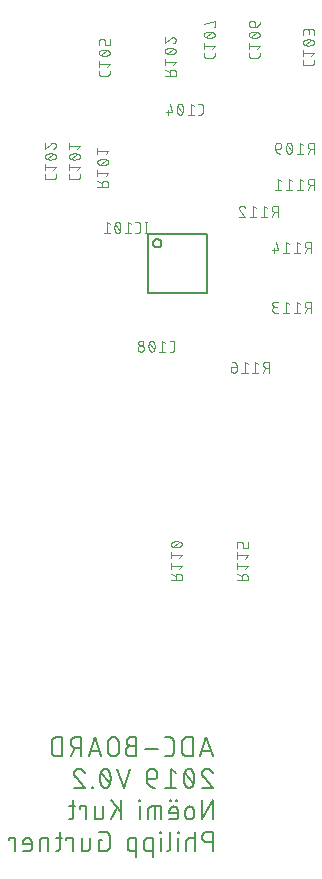
<source format=gbr>
G04 EAGLE Gerber RS-274X export*
G75*
%MOMM*%
%FSLAX34Y34*%
%LPD*%
%INSilkscreen Bottom*%
%IPPOS*%
%AMOC8*
5,1,8,0,0,1.08239X$1,22.5*%
G01*
%ADD10C,0.152400*%
%ADD11C,0.076200*%


D10*
X177038Y233172D02*
X171619Y249428D01*
X166201Y233172D01*
X167555Y237236D02*
X175683Y237236D01*
X159983Y233172D02*
X159983Y249428D01*
X155467Y249428D01*
X155336Y249426D01*
X155204Y249420D01*
X155073Y249411D01*
X154943Y249397D01*
X154812Y249380D01*
X154683Y249359D01*
X154554Y249335D01*
X154426Y249306D01*
X154298Y249274D01*
X154172Y249238D01*
X154047Y249199D01*
X153922Y249156D01*
X153800Y249109D01*
X153678Y249059D01*
X153558Y249005D01*
X153440Y248948D01*
X153324Y248887D01*
X153209Y248823D01*
X153096Y248756D01*
X152985Y248685D01*
X152877Y248611D01*
X152770Y248534D01*
X152666Y248454D01*
X152564Y248371D01*
X152465Y248286D01*
X152368Y248197D01*
X152274Y248105D01*
X152182Y248011D01*
X152093Y247914D01*
X152008Y247815D01*
X151925Y247713D01*
X151845Y247609D01*
X151768Y247502D01*
X151694Y247394D01*
X151623Y247283D01*
X151556Y247170D01*
X151492Y247055D01*
X151431Y246939D01*
X151374Y246821D01*
X151320Y246701D01*
X151270Y246579D01*
X151223Y246457D01*
X151180Y246332D01*
X151141Y246207D01*
X151105Y246081D01*
X151073Y245953D01*
X151044Y245825D01*
X151020Y245696D01*
X150999Y245567D01*
X150982Y245436D01*
X150968Y245306D01*
X150959Y245175D01*
X150953Y245043D01*
X150951Y244912D01*
X150952Y244912D02*
X150952Y237688D01*
X150951Y237688D02*
X150953Y237557D01*
X150959Y237425D01*
X150968Y237294D01*
X150982Y237164D01*
X150999Y237033D01*
X151020Y236904D01*
X151044Y236775D01*
X151073Y236647D01*
X151105Y236519D01*
X151141Y236393D01*
X151180Y236268D01*
X151223Y236143D01*
X151270Y236021D01*
X151320Y235899D01*
X151374Y235779D01*
X151431Y235661D01*
X151492Y235545D01*
X151556Y235430D01*
X151623Y235317D01*
X151694Y235206D01*
X151768Y235098D01*
X151845Y234991D01*
X151925Y234887D01*
X152008Y234785D01*
X152093Y234686D01*
X152182Y234589D01*
X152274Y234495D01*
X152368Y234403D01*
X152465Y234314D01*
X152564Y234229D01*
X152666Y234146D01*
X152770Y234066D01*
X152877Y233989D01*
X152985Y233915D01*
X153096Y233844D01*
X153209Y233777D01*
X153324Y233713D01*
X153440Y233652D01*
X153558Y233595D01*
X153678Y233541D01*
X153800Y233491D01*
X153922Y233444D01*
X154047Y233401D01*
X154172Y233362D01*
X154298Y233326D01*
X154426Y233294D01*
X154554Y233265D01*
X154683Y233241D01*
X154812Y233220D01*
X154943Y233203D01*
X155073Y233189D01*
X155204Y233180D01*
X155336Y233174D01*
X155467Y233172D01*
X159983Y233172D01*
X140257Y233172D02*
X136645Y233172D01*
X140257Y233172D02*
X140375Y233174D01*
X140493Y233180D01*
X140611Y233189D01*
X140728Y233203D01*
X140845Y233220D01*
X140962Y233241D01*
X141077Y233266D01*
X141192Y233295D01*
X141306Y233328D01*
X141418Y233364D01*
X141529Y233404D01*
X141639Y233447D01*
X141748Y233494D01*
X141855Y233544D01*
X141960Y233599D01*
X142063Y233656D01*
X142164Y233717D01*
X142264Y233781D01*
X142361Y233848D01*
X142456Y233918D01*
X142548Y233992D01*
X142639Y234068D01*
X142726Y234148D01*
X142811Y234230D01*
X142893Y234315D01*
X142973Y234402D01*
X143049Y234493D01*
X143123Y234585D01*
X143193Y234680D01*
X143260Y234777D01*
X143324Y234877D01*
X143385Y234978D01*
X143442Y235081D01*
X143497Y235186D01*
X143547Y235293D01*
X143594Y235402D01*
X143637Y235512D01*
X143677Y235623D01*
X143713Y235735D01*
X143746Y235849D01*
X143775Y235964D01*
X143800Y236079D01*
X143821Y236196D01*
X143838Y236313D01*
X143852Y236430D01*
X143861Y236548D01*
X143867Y236666D01*
X143869Y236784D01*
X143870Y236784D02*
X143870Y245816D01*
X143869Y245816D02*
X143867Y245934D01*
X143861Y246052D01*
X143852Y246170D01*
X143838Y246287D01*
X143821Y246404D01*
X143800Y246521D01*
X143775Y246636D01*
X143746Y246751D01*
X143713Y246865D01*
X143677Y246977D01*
X143637Y247088D01*
X143594Y247198D01*
X143547Y247307D01*
X143497Y247414D01*
X143442Y247519D01*
X143385Y247622D01*
X143324Y247723D01*
X143260Y247823D01*
X143193Y247920D01*
X143123Y248015D01*
X143049Y248107D01*
X142973Y248198D01*
X142893Y248285D01*
X142811Y248370D01*
X142726Y248452D01*
X142639Y248532D01*
X142548Y248608D01*
X142456Y248682D01*
X142361Y248752D01*
X142264Y248819D01*
X142164Y248883D01*
X142063Y248944D01*
X141960Y249001D01*
X141855Y249056D01*
X141748Y249106D01*
X141639Y249153D01*
X141529Y249196D01*
X141418Y249236D01*
X141306Y249272D01*
X141192Y249305D01*
X141077Y249334D01*
X140962Y249359D01*
X140845Y249380D01*
X140728Y249397D01*
X140611Y249411D01*
X140493Y249420D01*
X140375Y249426D01*
X140257Y249428D01*
X136645Y249428D01*
X130665Y239494D02*
X119828Y239494D01*
X112357Y242203D02*
X107841Y242203D01*
X107841Y242204D02*
X107708Y242202D01*
X107576Y242196D01*
X107444Y242186D01*
X107312Y242173D01*
X107180Y242155D01*
X107050Y242134D01*
X106919Y242109D01*
X106790Y242080D01*
X106662Y242047D01*
X106534Y242011D01*
X106408Y241971D01*
X106283Y241927D01*
X106159Y241879D01*
X106037Y241828D01*
X105916Y241773D01*
X105797Y241715D01*
X105679Y241653D01*
X105564Y241588D01*
X105450Y241519D01*
X105339Y241448D01*
X105230Y241372D01*
X105123Y241294D01*
X105018Y241213D01*
X104916Y241128D01*
X104816Y241041D01*
X104719Y240951D01*
X104624Y240858D01*
X104533Y240762D01*
X104444Y240664D01*
X104358Y240563D01*
X104275Y240459D01*
X104195Y240353D01*
X104119Y240245D01*
X104045Y240135D01*
X103975Y240022D01*
X103908Y239908D01*
X103845Y239791D01*
X103785Y239673D01*
X103728Y239553D01*
X103675Y239431D01*
X103626Y239308D01*
X103580Y239184D01*
X103538Y239058D01*
X103500Y238931D01*
X103465Y238803D01*
X103434Y238674D01*
X103407Y238545D01*
X103384Y238414D01*
X103364Y238283D01*
X103349Y238151D01*
X103337Y238019D01*
X103329Y237887D01*
X103325Y237754D01*
X103325Y237622D01*
X103329Y237489D01*
X103337Y237357D01*
X103349Y237225D01*
X103364Y237093D01*
X103384Y236962D01*
X103407Y236831D01*
X103434Y236702D01*
X103465Y236573D01*
X103500Y236445D01*
X103538Y236318D01*
X103580Y236192D01*
X103626Y236068D01*
X103675Y235945D01*
X103728Y235823D01*
X103785Y235703D01*
X103845Y235585D01*
X103908Y235468D01*
X103975Y235354D01*
X104045Y235241D01*
X104119Y235131D01*
X104195Y235023D01*
X104275Y234917D01*
X104358Y234813D01*
X104444Y234712D01*
X104533Y234614D01*
X104624Y234518D01*
X104719Y234425D01*
X104816Y234335D01*
X104916Y234248D01*
X105018Y234163D01*
X105123Y234082D01*
X105230Y234004D01*
X105339Y233928D01*
X105450Y233857D01*
X105564Y233788D01*
X105679Y233723D01*
X105797Y233661D01*
X105916Y233603D01*
X106037Y233548D01*
X106159Y233497D01*
X106283Y233449D01*
X106408Y233405D01*
X106534Y233365D01*
X106662Y233329D01*
X106790Y233296D01*
X106919Y233267D01*
X107050Y233242D01*
X107180Y233221D01*
X107312Y233203D01*
X107444Y233190D01*
X107576Y233180D01*
X107708Y233174D01*
X107841Y233172D01*
X112357Y233172D01*
X112357Y249428D01*
X107841Y249428D01*
X107722Y249426D01*
X107602Y249420D01*
X107483Y249410D01*
X107365Y249396D01*
X107246Y249379D01*
X107129Y249357D01*
X107012Y249332D01*
X106897Y249302D01*
X106782Y249269D01*
X106668Y249232D01*
X106556Y249192D01*
X106445Y249147D01*
X106336Y249099D01*
X106228Y249048D01*
X106122Y248993D01*
X106018Y248934D01*
X105916Y248872D01*
X105816Y248807D01*
X105718Y248738D01*
X105622Y248666D01*
X105529Y248591D01*
X105439Y248514D01*
X105351Y248433D01*
X105266Y248349D01*
X105184Y248262D01*
X105104Y248173D01*
X105028Y248081D01*
X104954Y247987D01*
X104884Y247890D01*
X104817Y247792D01*
X104753Y247691D01*
X104693Y247587D01*
X104636Y247482D01*
X104583Y247375D01*
X104533Y247267D01*
X104487Y247157D01*
X104445Y247045D01*
X104406Y246932D01*
X104371Y246818D01*
X104340Y246703D01*
X104312Y246586D01*
X104289Y246469D01*
X104269Y246352D01*
X104253Y246233D01*
X104241Y246114D01*
X104233Y245995D01*
X104229Y245876D01*
X104229Y245756D01*
X104233Y245637D01*
X104241Y245518D01*
X104253Y245399D01*
X104269Y245280D01*
X104289Y245163D01*
X104312Y245046D01*
X104340Y244929D01*
X104371Y244814D01*
X104406Y244700D01*
X104445Y244587D01*
X104487Y244475D01*
X104533Y244365D01*
X104583Y244257D01*
X104636Y244150D01*
X104693Y244045D01*
X104753Y243941D01*
X104817Y243840D01*
X104884Y243742D01*
X104954Y243645D01*
X105028Y243551D01*
X105104Y243459D01*
X105184Y243370D01*
X105266Y243283D01*
X105351Y243199D01*
X105439Y243118D01*
X105529Y243041D01*
X105622Y242966D01*
X105718Y242894D01*
X105816Y242825D01*
X105916Y242760D01*
X106018Y242698D01*
X106122Y242639D01*
X106228Y242584D01*
X106336Y242533D01*
X106445Y242485D01*
X106556Y242440D01*
X106668Y242400D01*
X106782Y242363D01*
X106897Y242330D01*
X107012Y242300D01*
X107129Y242275D01*
X107246Y242253D01*
X107365Y242236D01*
X107483Y242222D01*
X107602Y242212D01*
X107722Y242206D01*
X107841Y242204D01*
X97458Y244912D02*
X97458Y237688D01*
X97458Y244912D02*
X97456Y245045D01*
X97450Y245177D01*
X97440Y245309D01*
X97427Y245441D01*
X97409Y245573D01*
X97388Y245703D01*
X97363Y245834D01*
X97334Y245963D01*
X97301Y246091D01*
X97265Y246219D01*
X97225Y246345D01*
X97181Y246470D01*
X97133Y246594D01*
X97082Y246716D01*
X97027Y246837D01*
X96969Y246956D01*
X96907Y247074D01*
X96842Y247189D01*
X96773Y247303D01*
X96702Y247414D01*
X96626Y247523D01*
X96548Y247630D01*
X96467Y247735D01*
X96382Y247837D01*
X96295Y247937D01*
X96205Y248034D01*
X96112Y248129D01*
X96016Y248220D01*
X95918Y248309D01*
X95817Y248395D01*
X95713Y248478D01*
X95607Y248558D01*
X95499Y248634D01*
X95389Y248708D01*
X95276Y248778D01*
X95162Y248845D01*
X95045Y248908D01*
X94927Y248968D01*
X94807Y249025D01*
X94685Y249078D01*
X94562Y249127D01*
X94438Y249173D01*
X94312Y249215D01*
X94185Y249253D01*
X94057Y249288D01*
X93928Y249319D01*
X93799Y249346D01*
X93668Y249369D01*
X93537Y249389D01*
X93405Y249404D01*
X93273Y249416D01*
X93141Y249424D01*
X93008Y249428D01*
X92876Y249428D01*
X92743Y249424D01*
X92611Y249416D01*
X92479Y249404D01*
X92347Y249389D01*
X92216Y249369D01*
X92085Y249346D01*
X91956Y249319D01*
X91827Y249288D01*
X91699Y249253D01*
X91572Y249215D01*
X91446Y249173D01*
X91322Y249127D01*
X91199Y249078D01*
X91077Y249025D01*
X90957Y248968D01*
X90839Y248908D01*
X90722Y248845D01*
X90608Y248778D01*
X90495Y248708D01*
X90385Y248634D01*
X90277Y248558D01*
X90171Y248478D01*
X90067Y248395D01*
X89966Y248309D01*
X89868Y248220D01*
X89772Y248129D01*
X89679Y248034D01*
X89589Y247937D01*
X89502Y247837D01*
X89417Y247735D01*
X89336Y247630D01*
X89258Y247523D01*
X89182Y247414D01*
X89111Y247303D01*
X89042Y247189D01*
X88977Y247074D01*
X88915Y246956D01*
X88857Y246837D01*
X88802Y246716D01*
X88751Y246594D01*
X88703Y246470D01*
X88659Y246345D01*
X88619Y246219D01*
X88583Y246091D01*
X88550Y245963D01*
X88521Y245834D01*
X88496Y245703D01*
X88475Y245573D01*
X88457Y245441D01*
X88444Y245309D01*
X88434Y245177D01*
X88428Y245045D01*
X88426Y244912D01*
X88427Y244912D02*
X88427Y237688D01*
X88426Y237688D02*
X88428Y237555D01*
X88434Y237423D01*
X88444Y237291D01*
X88457Y237159D01*
X88475Y237027D01*
X88496Y236897D01*
X88521Y236766D01*
X88550Y236637D01*
X88583Y236509D01*
X88619Y236381D01*
X88659Y236255D01*
X88703Y236130D01*
X88751Y236006D01*
X88802Y235884D01*
X88857Y235763D01*
X88915Y235644D01*
X88977Y235526D01*
X89042Y235411D01*
X89111Y235297D01*
X89182Y235186D01*
X89258Y235077D01*
X89336Y234970D01*
X89417Y234865D01*
X89502Y234763D01*
X89589Y234663D01*
X89679Y234566D01*
X89772Y234471D01*
X89868Y234380D01*
X89966Y234291D01*
X90067Y234205D01*
X90171Y234122D01*
X90277Y234042D01*
X90385Y233966D01*
X90495Y233892D01*
X90608Y233822D01*
X90722Y233755D01*
X90839Y233692D01*
X90957Y233632D01*
X91077Y233575D01*
X91199Y233522D01*
X91322Y233473D01*
X91446Y233427D01*
X91572Y233385D01*
X91699Y233347D01*
X91827Y233312D01*
X91956Y233281D01*
X92085Y233254D01*
X92216Y233231D01*
X92347Y233211D01*
X92479Y233196D01*
X92611Y233184D01*
X92743Y233176D01*
X92876Y233172D01*
X93008Y233172D01*
X93141Y233176D01*
X93273Y233184D01*
X93405Y233196D01*
X93537Y233211D01*
X93668Y233231D01*
X93799Y233254D01*
X93928Y233281D01*
X94057Y233312D01*
X94185Y233347D01*
X94312Y233385D01*
X94438Y233427D01*
X94562Y233473D01*
X94685Y233522D01*
X94807Y233575D01*
X94927Y233632D01*
X95045Y233692D01*
X95162Y233755D01*
X95276Y233822D01*
X95389Y233892D01*
X95499Y233966D01*
X95607Y234042D01*
X95713Y234122D01*
X95817Y234205D01*
X95918Y234291D01*
X96016Y234380D01*
X96112Y234471D01*
X96205Y234566D01*
X96295Y234663D01*
X96382Y234763D01*
X96467Y234865D01*
X96548Y234970D01*
X96626Y235077D01*
X96702Y235186D01*
X96773Y235297D01*
X96842Y235411D01*
X96907Y235526D01*
X96969Y235644D01*
X97027Y235763D01*
X97082Y235884D01*
X97133Y236006D01*
X97181Y236130D01*
X97225Y236255D01*
X97265Y236381D01*
X97301Y236509D01*
X97334Y236637D01*
X97363Y236766D01*
X97388Y236897D01*
X97409Y237027D01*
X97427Y237159D01*
X97440Y237291D01*
X97450Y237423D01*
X97456Y237555D01*
X97458Y237688D01*
X82730Y233172D02*
X77311Y249428D01*
X71892Y233172D01*
X73247Y237236D02*
X81375Y237236D01*
X65583Y233172D02*
X65583Y249428D01*
X61067Y249428D01*
X60934Y249426D01*
X60802Y249420D01*
X60670Y249410D01*
X60538Y249397D01*
X60406Y249379D01*
X60276Y249358D01*
X60145Y249333D01*
X60016Y249304D01*
X59888Y249271D01*
X59760Y249235D01*
X59634Y249195D01*
X59509Y249151D01*
X59385Y249103D01*
X59263Y249052D01*
X59142Y248997D01*
X59023Y248939D01*
X58905Y248877D01*
X58790Y248812D01*
X58676Y248743D01*
X58565Y248672D01*
X58456Y248596D01*
X58349Y248518D01*
X58244Y248437D01*
X58142Y248352D01*
X58042Y248265D01*
X57945Y248175D01*
X57850Y248082D01*
X57759Y247986D01*
X57670Y247888D01*
X57584Y247787D01*
X57501Y247683D01*
X57421Y247577D01*
X57345Y247469D01*
X57271Y247359D01*
X57201Y247246D01*
X57134Y247132D01*
X57071Y247015D01*
X57011Y246897D01*
X56954Y246777D01*
X56901Y246655D01*
X56852Y246532D01*
X56806Y246408D01*
X56764Y246282D01*
X56726Y246155D01*
X56691Y246027D01*
X56660Y245898D01*
X56633Y245769D01*
X56610Y245638D01*
X56590Y245507D01*
X56575Y245375D01*
X56563Y245243D01*
X56555Y245111D01*
X56551Y244978D01*
X56551Y244846D01*
X56555Y244713D01*
X56563Y244581D01*
X56575Y244449D01*
X56590Y244317D01*
X56610Y244186D01*
X56633Y244055D01*
X56660Y243926D01*
X56691Y243797D01*
X56726Y243669D01*
X56764Y243542D01*
X56806Y243416D01*
X56852Y243292D01*
X56901Y243169D01*
X56954Y243047D01*
X57011Y242927D01*
X57071Y242809D01*
X57134Y242692D01*
X57201Y242578D01*
X57271Y242465D01*
X57345Y242355D01*
X57421Y242247D01*
X57501Y242141D01*
X57584Y242037D01*
X57670Y241936D01*
X57759Y241838D01*
X57850Y241742D01*
X57945Y241649D01*
X58042Y241559D01*
X58142Y241472D01*
X58244Y241387D01*
X58349Y241306D01*
X58456Y241228D01*
X58565Y241152D01*
X58676Y241081D01*
X58790Y241012D01*
X58905Y240947D01*
X59023Y240885D01*
X59142Y240827D01*
X59263Y240772D01*
X59385Y240721D01*
X59509Y240673D01*
X59634Y240629D01*
X59760Y240589D01*
X59888Y240553D01*
X60016Y240520D01*
X60145Y240491D01*
X60276Y240466D01*
X60406Y240445D01*
X60538Y240427D01*
X60670Y240414D01*
X60802Y240404D01*
X60934Y240398D01*
X61067Y240396D01*
X61067Y240397D02*
X65583Y240397D01*
X60164Y240397D02*
X56552Y233172D01*
X49522Y233172D02*
X49522Y249428D01*
X45006Y249428D01*
X44875Y249426D01*
X44743Y249420D01*
X44612Y249411D01*
X44482Y249397D01*
X44351Y249380D01*
X44222Y249359D01*
X44093Y249335D01*
X43965Y249306D01*
X43837Y249274D01*
X43711Y249238D01*
X43586Y249199D01*
X43461Y249156D01*
X43339Y249109D01*
X43217Y249059D01*
X43097Y249005D01*
X42979Y248948D01*
X42863Y248887D01*
X42748Y248823D01*
X42635Y248756D01*
X42524Y248685D01*
X42416Y248611D01*
X42309Y248534D01*
X42205Y248454D01*
X42103Y248371D01*
X42004Y248286D01*
X41907Y248197D01*
X41813Y248105D01*
X41721Y248011D01*
X41632Y247914D01*
X41547Y247815D01*
X41464Y247713D01*
X41384Y247609D01*
X41307Y247502D01*
X41233Y247394D01*
X41162Y247283D01*
X41095Y247170D01*
X41031Y247055D01*
X40970Y246939D01*
X40913Y246821D01*
X40859Y246701D01*
X40809Y246579D01*
X40762Y246457D01*
X40719Y246332D01*
X40680Y246207D01*
X40644Y246081D01*
X40612Y245953D01*
X40583Y245825D01*
X40559Y245696D01*
X40538Y245567D01*
X40521Y245436D01*
X40507Y245306D01*
X40498Y245175D01*
X40492Y245043D01*
X40490Y244912D01*
X40491Y244912D02*
X40491Y237688D01*
X40490Y237688D02*
X40492Y237557D01*
X40498Y237425D01*
X40507Y237294D01*
X40521Y237164D01*
X40538Y237033D01*
X40559Y236904D01*
X40583Y236775D01*
X40612Y236647D01*
X40644Y236519D01*
X40680Y236393D01*
X40719Y236268D01*
X40762Y236143D01*
X40809Y236021D01*
X40859Y235899D01*
X40913Y235779D01*
X40970Y235661D01*
X41031Y235545D01*
X41095Y235430D01*
X41162Y235317D01*
X41233Y235206D01*
X41307Y235098D01*
X41384Y234991D01*
X41464Y234887D01*
X41547Y234785D01*
X41632Y234686D01*
X41721Y234589D01*
X41813Y234495D01*
X41907Y234403D01*
X42004Y234314D01*
X42103Y234229D01*
X42205Y234146D01*
X42309Y234066D01*
X42416Y233989D01*
X42524Y233915D01*
X42635Y233844D01*
X42748Y233777D01*
X42863Y233713D01*
X42979Y233652D01*
X43097Y233595D01*
X43217Y233541D01*
X43339Y233491D01*
X43461Y233444D01*
X43586Y233401D01*
X43711Y233362D01*
X43837Y233326D01*
X43965Y233294D01*
X44093Y233265D01*
X44222Y233241D01*
X44351Y233220D01*
X44482Y233203D01*
X44612Y233189D01*
X44743Y233180D01*
X44875Y233174D01*
X45006Y233172D01*
X49522Y233172D01*
X168007Y218694D02*
X168009Y218819D01*
X168015Y218944D01*
X168024Y219069D01*
X168038Y219193D01*
X168055Y219317D01*
X168076Y219441D01*
X168101Y219563D01*
X168130Y219685D01*
X168162Y219806D01*
X168198Y219926D01*
X168238Y220045D01*
X168281Y220162D01*
X168328Y220278D01*
X168379Y220393D01*
X168433Y220505D01*
X168491Y220617D01*
X168551Y220726D01*
X168616Y220833D01*
X168683Y220939D01*
X168754Y221042D01*
X168828Y221143D01*
X168905Y221242D01*
X168985Y221338D01*
X169068Y221432D01*
X169153Y221523D01*
X169242Y221612D01*
X169333Y221697D01*
X169427Y221780D01*
X169523Y221860D01*
X169622Y221937D01*
X169723Y222011D01*
X169826Y222082D01*
X169932Y222149D01*
X170039Y222214D01*
X170148Y222274D01*
X170260Y222332D01*
X170372Y222386D01*
X170487Y222437D01*
X170603Y222484D01*
X170720Y222527D01*
X170839Y222567D01*
X170959Y222603D01*
X171080Y222635D01*
X171202Y222664D01*
X171324Y222689D01*
X171448Y222710D01*
X171572Y222727D01*
X171696Y222741D01*
X171821Y222750D01*
X171946Y222756D01*
X172071Y222758D01*
X172214Y222756D01*
X172356Y222750D01*
X172499Y222740D01*
X172641Y222727D01*
X172782Y222709D01*
X172924Y222688D01*
X173064Y222663D01*
X173204Y222634D01*
X173343Y222601D01*
X173481Y222564D01*
X173618Y222524D01*
X173753Y222480D01*
X173888Y222432D01*
X174021Y222380D01*
X174153Y222325D01*
X174283Y222266D01*
X174411Y222204D01*
X174538Y222138D01*
X174663Y222069D01*
X174786Y221997D01*
X174907Y221921D01*
X175025Y221842D01*
X175142Y221759D01*
X175256Y221674D01*
X175368Y221585D01*
X175477Y221494D01*
X175584Y221399D01*
X175689Y221302D01*
X175790Y221201D01*
X175889Y221098D01*
X175985Y220993D01*
X176078Y220884D01*
X176168Y220773D01*
X176255Y220660D01*
X176339Y220545D01*
X176419Y220427D01*
X176497Y220307D01*
X176571Y220185D01*
X176641Y220061D01*
X176709Y219935D01*
X176772Y219807D01*
X176833Y219678D01*
X176890Y219547D01*
X176943Y219415D01*
X176992Y219281D01*
X177038Y219146D01*
X169362Y215533D02*
X169268Y215625D01*
X169178Y215719D01*
X169090Y215816D01*
X169005Y215916D01*
X168923Y216018D01*
X168844Y216123D01*
X168769Y216230D01*
X168697Y216339D01*
X168628Y216450D01*
X168562Y216564D01*
X168500Y216679D01*
X168441Y216796D01*
X168386Y216915D01*
X168335Y217035D01*
X168287Y217157D01*
X168242Y217280D01*
X168202Y217404D01*
X168165Y217530D01*
X168132Y217657D01*
X168103Y217784D01*
X168077Y217913D01*
X168056Y218042D01*
X168038Y218172D01*
X168025Y218302D01*
X168015Y218432D01*
X168009Y218563D01*
X168007Y218694D01*
X169362Y215533D02*
X177038Y206502D01*
X168007Y206502D01*
X161407Y214630D02*
X161403Y214950D01*
X161392Y215269D01*
X161373Y215589D01*
X161346Y215907D01*
X161312Y216225D01*
X161270Y216542D01*
X161220Y216858D01*
X161163Y217173D01*
X161099Y217486D01*
X161027Y217798D01*
X160948Y218108D01*
X160861Y218415D01*
X160767Y218721D01*
X160666Y219024D01*
X160557Y219325D01*
X160442Y219623D01*
X160319Y219919D01*
X160189Y220211D01*
X160052Y220500D01*
X160052Y220501D02*
X160013Y220609D01*
X159970Y220716D01*
X159924Y220821D01*
X159873Y220925D01*
X159820Y221027D01*
X159763Y221127D01*
X159702Y221225D01*
X159638Y221320D01*
X159571Y221414D01*
X159500Y221505D01*
X159427Y221594D01*
X159350Y221680D01*
X159271Y221763D01*
X159189Y221844D01*
X159104Y221922D01*
X159016Y221996D01*
X158926Y222068D01*
X158834Y222136D01*
X158739Y222202D01*
X158642Y222264D01*
X158543Y222322D01*
X158441Y222378D01*
X158339Y222429D01*
X158234Y222477D01*
X158128Y222522D01*
X158020Y222563D01*
X157911Y222600D01*
X157801Y222633D01*
X157689Y222662D01*
X157577Y222688D01*
X157464Y222710D01*
X157350Y222727D01*
X157236Y222741D01*
X157121Y222751D01*
X157006Y222757D01*
X156891Y222759D01*
X156891Y222758D02*
X156776Y222756D01*
X156661Y222750D01*
X156546Y222740D01*
X156432Y222726D01*
X156318Y222709D01*
X156205Y222687D01*
X156093Y222661D01*
X155981Y222632D01*
X155871Y222599D01*
X155762Y222562D01*
X155654Y222521D01*
X155548Y222476D01*
X155444Y222428D01*
X155341Y222377D01*
X155240Y222321D01*
X155140Y222263D01*
X155043Y222201D01*
X154949Y222136D01*
X154856Y222067D01*
X154766Y221995D01*
X154678Y221921D01*
X154593Y221843D01*
X154511Y221762D01*
X154432Y221679D01*
X154355Y221593D01*
X154282Y221504D01*
X154211Y221413D01*
X154144Y221319D01*
X154080Y221224D01*
X154019Y221126D01*
X153962Y221026D01*
X153909Y220924D01*
X153858Y220820D01*
X153812Y220715D01*
X153769Y220608D01*
X153730Y220500D01*
X153731Y220500D02*
X153594Y220211D01*
X153464Y219919D01*
X153341Y219623D01*
X153226Y219325D01*
X153117Y219024D01*
X153016Y218721D01*
X152922Y218415D01*
X152835Y218108D01*
X152756Y217798D01*
X152684Y217486D01*
X152620Y217173D01*
X152563Y216858D01*
X152513Y216542D01*
X152471Y216225D01*
X152437Y215907D01*
X152410Y215589D01*
X152391Y215269D01*
X152380Y214950D01*
X152376Y214630D01*
X161406Y214630D02*
X161402Y214310D01*
X161391Y213991D01*
X161372Y213671D01*
X161345Y213353D01*
X161311Y213035D01*
X161269Y212718D01*
X161219Y212402D01*
X161162Y212087D01*
X161098Y211774D01*
X161026Y211462D01*
X160947Y211152D01*
X160860Y210845D01*
X160766Y210539D01*
X160665Y210236D01*
X160556Y209935D01*
X160441Y209637D01*
X160318Y209341D01*
X160188Y209049D01*
X160051Y208760D01*
X160052Y208760D02*
X160013Y208652D01*
X159970Y208545D01*
X159924Y208440D01*
X159873Y208336D01*
X159820Y208234D01*
X159763Y208134D01*
X159702Y208036D01*
X159638Y207941D01*
X159571Y207847D01*
X159500Y207756D01*
X159427Y207667D01*
X159350Y207581D01*
X159271Y207498D01*
X159189Y207417D01*
X159104Y207339D01*
X159016Y207265D01*
X158926Y207193D01*
X158833Y207124D01*
X158739Y207059D01*
X158642Y206997D01*
X158542Y206939D01*
X158441Y206883D01*
X158339Y206832D01*
X158234Y206784D01*
X158128Y206739D01*
X158020Y206698D01*
X157911Y206661D01*
X157801Y206628D01*
X157689Y206599D01*
X157577Y206573D01*
X157464Y206551D01*
X157350Y206534D01*
X157236Y206520D01*
X157121Y206510D01*
X157006Y206504D01*
X156891Y206502D01*
X153731Y208760D02*
X153594Y209049D01*
X153464Y209341D01*
X153341Y209637D01*
X153226Y209935D01*
X153117Y210236D01*
X153016Y210539D01*
X152922Y210845D01*
X152835Y211152D01*
X152756Y211462D01*
X152684Y211774D01*
X152620Y212087D01*
X152563Y212402D01*
X152513Y212718D01*
X152471Y213035D01*
X152437Y213353D01*
X152410Y213671D01*
X152391Y213991D01*
X152380Y214310D01*
X152376Y214630D01*
X153730Y208760D02*
X153769Y208652D01*
X153812Y208545D01*
X153858Y208440D01*
X153909Y208336D01*
X153962Y208234D01*
X154020Y208134D01*
X154080Y208036D01*
X154144Y207941D01*
X154211Y207847D01*
X154282Y207756D01*
X154355Y207667D01*
X154432Y207581D01*
X154511Y207498D01*
X154593Y207417D01*
X154678Y207339D01*
X154766Y207265D01*
X154856Y207193D01*
X154949Y207124D01*
X155043Y207059D01*
X155140Y206997D01*
X155240Y206939D01*
X155341Y206883D01*
X155444Y206832D01*
X155548Y206784D01*
X155654Y206739D01*
X155762Y206698D01*
X155871Y206661D01*
X155981Y206628D01*
X156093Y206599D01*
X156205Y206573D01*
X156318Y206551D01*
X156432Y206534D01*
X156546Y206520D01*
X156661Y206510D01*
X156776Y206504D01*
X156891Y206502D01*
X160504Y210114D02*
X153279Y219146D01*
X145776Y219146D02*
X141260Y222758D01*
X141260Y206502D01*
X145776Y206502D02*
X136744Y206502D01*
X126532Y213727D02*
X121113Y213727D01*
X126532Y213727D02*
X126650Y213729D01*
X126768Y213735D01*
X126886Y213744D01*
X127003Y213758D01*
X127120Y213775D01*
X127237Y213796D01*
X127352Y213821D01*
X127467Y213850D01*
X127581Y213883D01*
X127693Y213919D01*
X127804Y213959D01*
X127914Y214002D01*
X128023Y214049D01*
X128130Y214099D01*
X128235Y214154D01*
X128338Y214211D01*
X128439Y214272D01*
X128539Y214336D01*
X128636Y214403D01*
X128731Y214473D01*
X128823Y214547D01*
X128914Y214623D01*
X129001Y214703D01*
X129086Y214785D01*
X129168Y214870D01*
X129248Y214957D01*
X129324Y215048D01*
X129398Y215140D01*
X129468Y215235D01*
X129535Y215332D01*
X129599Y215432D01*
X129660Y215533D01*
X129717Y215636D01*
X129772Y215741D01*
X129822Y215848D01*
X129869Y215957D01*
X129912Y216067D01*
X129952Y216178D01*
X129988Y216290D01*
X130021Y216404D01*
X130050Y216519D01*
X130075Y216634D01*
X130096Y216751D01*
X130113Y216868D01*
X130127Y216985D01*
X130136Y217103D01*
X130142Y217221D01*
X130144Y217339D01*
X130144Y218242D01*
X130145Y218242D02*
X130143Y218375D01*
X130137Y218507D01*
X130127Y218639D01*
X130114Y218771D01*
X130096Y218903D01*
X130075Y219033D01*
X130050Y219164D01*
X130021Y219293D01*
X129988Y219421D01*
X129952Y219549D01*
X129912Y219675D01*
X129868Y219800D01*
X129820Y219924D01*
X129769Y220046D01*
X129714Y220167D01*
X129656Y220286D01*
X129594Y220404D01*
X129529Y220519D01*
X129460Y220633D01*
X129389Y220744D01*
X129313Y220853D01*
X129235Y220960D01*
X129154Y221065D01*
X129069Y221167D01*
X128982Y221267D01*
X128892Y221364D01*
X128799Y221459D01*
X128703Y221550D01*
X128605Y221639D01*
X128504Y221725D01*
X128400Y221808D01*
X128294Y221888D01*
X128186Y221964D01*
X128076Y222038D01*
X127963Y222108D01*
X127849Y222175D01*
X127732Y222238D01*
X127614Y222298D01*
X127494Y222355D01*
X127372Y222408D01*
X127249Y222457D01*
X127125Y222503D01*
X126999Y222545D01*
X126872Y222583D01*
X126744Y222618D01*
X126615Y222649D01*
X126486Y222676D01*
X126355Y222699D01*
X126224Y222719D01*
X126092Y222734D01*
X125960Y222746D01*
X125828Y222754D01*
X125695Y222758D01*
X125563Y222758D01*
X125430Y222754D01*
X125298Y222746D01*
X125166Y222734D01*
X125034Y222719D01*
X124903Y222699D01*
X124772Y222676D01*
X124643Y222649D01*
X124514Y222618D01*
X124386Y222583D01*
X124259Y222545D01*
X124133Y222503D01*
X124009Y222457D01*
X123886Y222408D01*
X123764Y222355D01*
X123644Y222298D01*
X123526Y222238D01*
X123409Y222175D01*
X123295Y222108D01*
X123182Y222038D01*
X123072Y221964D01*
X122964Y221888D01*
X122858Y221808D01*
X122754Y221725D01*
X122653Y221639D01*
X122555Y221550D01*
X122459Y221459D01*
X122366Y221364D01*
X122276Y221267D01*
X122189Y221167D01*
X122104Y221065D01*
X122023Y220960D01*
X121945Y220853D01*
X121869Y220744D01*
X121798Y220633D01*
X121729Y220519D01*
X121664Y220404D01*
X121602Y220286D01*
X121544Y220167D01*
X121489Y220046D01*
X121438Y219924D01*
X121390Y219800D01*
X121346Y219675D01*
X121306Y219549D01*
X121270Y219421D01*
X121237Y219293D01*
X121208Y219164D01*
X121183Y219033D01*
X121162Y218903D01*
X121144Y218771D01*
X121131Y218639D01*
X121121Y218507D01*
X121115Y218375D01*
X121113Y218242D01*
X121113Y213727D01*
X121115Y213552D01*
X121121Y213378D01*
X121132Y213204D01*
X121147Y213030D01*
X121166Y212856D01*
X121189Y212683D01*
X121216Y212511D01*
X121248Y212339D01*
X121283Y212168D01*
X121323Y211998D01*
X121367Y211829D01*
X121415Y211661D01*
X121467Y211494D01*
X121523Y211329D01*
X121583Y211165D01*
X121646Y211002D01*
X121714Y210842D01*
X121786Y210682D01*
X121861Y210525D01*
X121941Y210369D01*
X122024Y210216D01*
X122110Y210064D01*
X122201Y209915D01*
X122295Y209768D01*
X122392Y209623D01*
X122493Y209480D01*
X122597Y209340D01*
X122705Y209203D01*
X122816Y209068D01*
X122930Y208936D01*
X123047Y208807D01*
X123168Y208680D01*
X123291Y208557D01*
X123418Y208436D01*
X123547Y208319D01*
X123679Y208205D01*
X123814Y208094D01*
X123951Y207986D01*
X124091Y207882D01*
X124234Y207781D01*
X124379Y207684D01*
X124526Y207590D01*
X124675Y207499D01*
X124827Y207413D01*
X124980Y207330D01*
X125136Y207250D01*
X125293Y207175D01*
X125453Y207103D01*
X125613Y207035D01*
X125776Y206972D01*
X125940Y206912D01*
X126105Y206856D01*
X126272Y206804D01*
X126440Y206756D01*
X126609Y206712D01*
X126779Y206672D01*
X126950Y206637D01*
X127122Y206605D01*
X127294Y206578D01*
X127467Y206555D01*
X127641Y206536D01*
X127815Y206521D01*
X127989Y206510D01*
X128163Y206504D01*
X128338Y206502D01*
X101661Y206502D02*
X107080Y222758D01*
X96242Y222758D02*
X101661Y206502D01*
X90545Y214630D02*
X90541Y214950D01*
X90530Y215269D01*
X90511Y215589D01*
X90484Y215907D01*
X90450Y216225D01*
X90408Y216542D01*
X90358Y216858D01*
X90301Y217173D01*
X90237Y217486D01*
X90165Y217798D01*
X90086Y218108D01*
X89999Y218415D01*
X89905Y218721D01*
X89804Y219024D01*
X89695Y219325D01*
X89580Y219623D01*
X89457Y219919D01*
X89327Y220211D01*
X89190Y220500D01*
X89191Y220501D02*
X89152Y220609D01*
X89109Y220716D01*
X89063Y220821D01*
X89012Y220925D01*
X88959Y221027D01*
X88902Y221127D01*
X88841Y221225D01*
X88777Y221320D01*
X88710Y221414D01*
X88639Y221505D01*
X88566Y221594D01*
X88489Y221680D01*
X88410Y221763D01*
X88328Y221844D01*
X88243Y221922D01*
X88155Y221996D01*
X88065Y222068D01*
X87973Y222136D01*
X87878Y222202D01*
X87781Y222264D01*
X87682Y222322D01*
X87580Y222378D01*
X87478Y222429D01*
X87373Y222477D01*
X87267Y222522D01*
X87159Y222563D01*
X87050Y222600D01*
X86940Y222633D01*
X86828Y222662D01*
X86716Y222688D01*
X86603Y222710D01*
X86489Y222727D01*
X86375Y222741D01*
X86260Y222751D01*
X86145Y222757D01*
X86030Y222759D01*
X86030Y222758D02*
X85915Y222756D01*
X85800Y222750D01*
X85685Y222740D01*
X85571Y222726D01*
X85457Y222709D01*
X85344Y222687D01*
X85232Y222661D01*
X85120Y222632D01*
X85010Y222599D01*
X84901Y222562D01*
X84793Y222521D01*
X84687Y222476D01*
X84583Y222428D01*
X84480Y222377D01*
X84379Y222321D01*
X84279Y222263D01*
X84182Y222201D01*
X84088Y222136D01*
X83995Y222067D01*
X83905Y221995D01*
X83817Y221921D01*
X83732Y221843D01*
X83650Y221762D01*
X83571Y221679D01*
X83494Y221593D01*
X83421Y221504D01*
X83350Y221413D01*
X83283Y221319D01*
X83219Y221224D01*
X83158Y221126D01*
X83101Y221026D01*
X83048Y220924D01*
X82997Y220820D01*
X82951Y220715D01*
X82908Y220608D01*
X82869Y220500D01*
X82732Y220211D01*
X82602Y219919D01*
X82479Y219623D01*
X82364Y219325D01*
X82255Y219024D01*
X82154Y218721D01*
X82060Y218415D01*
X81973Y218108D01*
X81894Y217798D01*
X81822Y217486D01*
X81758Y217173D01*
X81701Y216858D01*
X81651Y216542D01*
X81609Y216225D01*
X81575Y215907D01*
X81548Y215589D01*
X81529Y215269D01*
X81518Y214950D01*
X81514Y214630D01*
X90545Y214630D02*
X90541Y214310D01*
X90530Y213991D01*
X90511Y213671D01*
X90484Y213353D01*
X90450Y213035D01*
X90408Y212718D01*
X90358Y212402D01*
X90301Y212087D01*
X90237Y211774D01*
X90165Y211462D01*
X90086Y211152D01*
X89999Y210845D01*
X89905Y210539D01*
X89804Y210236D01*
X89695Y209935D01*
X89580Y209637D01*
X89457Y209341D01*
X89327Y209049D01*
X89190Y208760D01*
X89191Y208760D02*
X89152Y208652D01*
X89109Y208545D01*
X89063Y208440D01*
X89012Y208336D01*
X88959Y208234D01*
X88902Y208134D01*
X88841Y208036D01*
X88777Y207941D01*
X88710Y207847D01*
X88639Y207756D01*
X88566Y207667D01*
X88489Y207581D01*
X88410Y207498D01*
X88328Y207417D01*
X88243Y207339D01*
X88155Y207265D01*
X88065Y207193D01*
X87972Y207124D01*
X87878Y207059D01*
X87781Y206997D01*
X87681Y206939D01*
X87580Y206883D01*
X87478Y206832D01*
X87373Y206784D01*
X87267Y206739D01*
X87159Y206698D01*
X87050Y206661D01*
X86940Y206628D01*
X86828Y206599D01*
X86716Y206573D01*
X86603Y206551D01*
X86489Y206534D01*
X86375Y206520D01*
X86260Y206510D01*
X86145Y206504D01*
X86030Y206502D01*
X82870Y208760D02*
X82733Y209049D01*
X82603Y209341D01*
X82480Y209637D01*
X82365Y209935D01*
X82256Y210236D01*
X82155Y210539D01*
X82061Y210845D01*
X81974Y211152D01*
X81895Y211462D01*
X81823Y211774D01*
X81759Y212087D01*
X81702Y212402D01*
X81652Y212718D01*
X81610Y213035D01*
X81576Y213353D01*
X81549Y213671D01*
X81530Y213991D01*
X81519Y214310D01*
X81515Y214630D01*
X82869Y208760D02*
X82908Y208652D01*
X82951Y208545D01*
X82997Y208440D01*
X83048Y208336D01*
X83101Y208234D01*
X83159Y208134D01*
X83219Y208036D01*
X83283Y207941D01*
X83350Y207847D01*
X83421Y207756D01*
X83494Y207667D01*
X83571Y207581D01*
X83650Y207498D01*
X83732Y207417D01*
X83817Y207339D01*
X83905Y207265D01*
X83995Y207193D01*
X84088Y207124D01*
X84182Y207059D01*
X84279Y206997D01*
X84379Y206939D01*
X84480Y206883D01*
X84583Y206832D01*
X84687Y206784D01*
X84793Y206739D01*
X84901Y206698D01*
X85010Y206661D01*
X85120Y206628D01*
X85232Y206599D01*
X85344Y206573D01*
X85457Y206551D01*
X85571Y206534D01*
X85685Y206520D01*
X85800Y206510D01*
X85915Y206504D01*
X86030Y206502D01*
X89642Y210114D02*
X82417Y219146D01*
X75539Y207405D02*
X75539Y206502D01*
X75539Y207405D02*
X74636Y207405D01*
X74636Y206502D01*
X75539Y206502D01*
X59630Y218694D02*
X59632Y218819D01*
X59638Y218944D01*
X59647Y219069D01*
X59661Y219193D01*
X59678Y219317D01*
X59699Y219441D01*
X59724Y219563D01*
X59753Y219685D01*
X59785Y219806D01*
X59821Y219926D01*
X59861Y220045D01*
X59904Y220162D01*
X59951Y220278D01*
X60002Y220393D01*
X60056Y220505D01*
X60114Y220617D01*
X60174Y220726D01*
X60239Y220833D01*
X60306Y220939D01*
X60377Y221042D01*
X60451Y221143D01*
X60528Y221242D01*
X60608Y221338D01*
X60691Y221432D01*
X60776Y221523D01*
X60865Y221612D01*
X60956Y221697D01*
X61050Y221780D01*
X61146Y221860D01*
X61245Y221937D01*
X61346Y222011D01*
X61449Y222082D01*
X61555Y222149D01*
X61662Y222214D01*
X61771Y222274D01*
X61883Y222332D01*
X61995Y222386D01*
X62110Y222437D01*
X62226Y222484D01*
X62343Y222527D01*
X62462Y222567D01*
X62582Y222603D01*
X62703Y222635D01*
X62825Y222664D01*
X62947Y222689D01*
X63071Y222710D01*
X63195Y222727D01*
X63319Y222741D01*
X63444Y222750D01*
X63569Y222756D01*
X63694Y222758D01*
X63837Y222756D01*
X63979Y222750D01*
X64122Y222740D01*
X64264Y222727D01*
X64405Y222709D01*
X64547Y222688D01*
X64687Y222663D01*
X64827Y222634D01*
X64966Y222601D01*
X65104Y222564D01*
X65241Y222524D01*
X65376Y222480D01*
X65511Y222432D01*
X65644Y222380D01*
X65776Y222325D01*
X65906Y222266D01*
X66034Y222204D01*
X66161Y222138D01*
X66286Y222069D01*
X66409Y221997D01*
X66530Y221921D01*
X66648Y221842D01*
X66765Y221759D01*
X66879Y221674D01*
X66991Y221585D01*
X67100Y221494D01*
X67207Y221399D01*
X67312Y221302D01*
X67413Y221201D01*
X67512Y221098D01*
X67608Y220993D01*
X67701Y220884D01*
X67791Y220773D01*
X67878Y220660D01*
X67962Y220545D01*
X68042Y220427D01*
X68120Y220307D01*
X68194Y220185D01*
X68264Y220061D01*
X68332Y219935D01*
X68395Y219807D01*
X68456Y219678D01*
X68513Y219547D01*
X68566Y219415D01*
X68615Y219281D01*
X68661Y219146D01*
X60986Y215533D02*
X60892Y215625D01*
X60802Y215719D01*
X60714Y215816D01*
X60629Y215916D01*
X60547Y216018D01*
X60468Y216123D01*
X60393Y216230D01*
X60321Y216339D01*
X60252Y216450D01*
X60186Y216564D01*
X60124Y216679D01*
X60065Y216796D01*
X60010Y216915D01*
X59959Y217035D01*
X59911Y217157D01*
X59866Y217280D01*
X59826Y217404D01*
X59789Y217530D01*
X59756Y217657D01*
X59727Y217784D01*
X59701Y217913D01*
X59680Y218042D01*
X59662Y218172D01*
X59649Y218302D01*
X59639Y218432D01*
X59633Y218563D01*
X59631Y218694D01*
X60985Y215533D02*
X68662Y206502D01*
X59630Y206502D01*
X177038Y196088D02*
X177038Y179832D01*
X168007Y179832D02*
X177038Y196088D01*
X168007Y196088D02*
X168007Y179832D01*
X161025Y183444D02*
X161025Y187057D01*
X161024Y187057D02*
X161022Y187176D01*
X161016Y187296D01*
X161006Y187415D01*
X160992Y187533D01*
X160975Y187652D01*
X160953Y187769D01*
X160928Y187886D01*
X160898Y188001D01*
X160865Y188116D01*
X160828Y188230D01*
X160788Y188342D01*
X160743Y188453D01*
X160695Y188562D01*
X160644Y188670D01*
X160589Y188776D01*
X160530Y188880D01*
X160468Y188982D01*
X160403Y189082D01*
X160334Y189180D01*
X160262Y189276D01*
X160187Y189369D01*
X160110Y189459D01*
X160029Y189547D01*
X159945Y189632D01*
X159858Y189714D01*
X159769Y189794D01*
X159677Y189870D01*
X159583Y189944D01*
X159486Y190014D01*
X159388Y190081D01*
X159287Y190145D01*
X159183Y190205D01*
X159078Y190262D01*
X158971Y190315D01*
X158863Y190365D01*
X158753Y190411D01*
X158641Y190453D01*
X158528Y190492D01*
X158414Y190527D01*
X158299Y190558D01*
X158182Y190586D01*
X158065Y190609D01*
X157948Y190629D01*
X157829Y190645D01*
X157710Y190657D01*
X157591Y190665D01*
X157472Y190669D01*
X157352Y190669D01*
X157233Y190665D01*
X157114Y190657D01*
X156995Y190645D01*
X156876Y190629D01*
X156759Y190609D01*
X156642Y190586D01*
X156525Y190558D01*
X156410Y190527D01*
X156296Y190492D01*
X156183Y190453D01*
X156071Y190411D01*
X155961Y190365D01*
X155853Y190315D01*
X155746Y190262D01*
X155641Y190205D01*
X155537Y190145D01*
X155436Y190081D01*
X155338Y190014D01*
X155241Y189944D01*
X155147Y189870D01*
X155055Y189794D01*
X154966Y189714D01*
X154879Y189632D01*
X154795Y189547D01*
X154714Y189459D01*
X154637Y189369D01*
X154562Y189276D01*
X154490Y189180D01*
X154421Y189082D01*
X154356Y188982D01*
X154294Y188880D01*
X154235Y188776D01*
X154180Y188670D01*
X154129Y188562D01*
X154081Y188453D01*
X154036Y188342D01*
X153996Y188230D01*
X153959Y188116D01*
X153926Y188001D01*
X153896Y187886D01*
X153871Y187769D01*
X153849Y187652D01*
X153832Y187533D01*
X153818Y187415D01*
X153808Y187296D01*
X153802Y187176D01*
X153800Y187057D01*
X153800Y183444D01*
X153802Y183325D01*
X153808Y183205D01*
X153818Y183086D01*
X153832Y182968D01*
X153849Y182849D01*
X153871Y182732D01*
X153896Y182615D01*
X153926Y182500D01*
X153959Y182385D01*
X153996Y182271D01*
X154036Y182159D01*
X154081Y182048D01*
X154129Y181939D01*
X154180Y181831D01*
X154235Y181725D01*
X154294Y181621D01*
X154356Y181519D01*
X154421Y181419D01*
X154490Y181321D01*
X154562Y181225D01*
X154637Y181132D01*
X154714Y181042D01*
X154795Y180954D01*
X154879Y180869D01*
X154966Y180787D01*
X155055Y180707D01*
X155147Y180631D01*
X155241Y180557D01*
X155338Y180487D01*
X155436Y180420D01*
X155537Y180356D01*
X155641Y180296D01*
X155746Y180239D01*
X155853Y180186D01*
X155961Y180136D01*
X156071Y180090D01*
X156183Y180048D01*
X156296Y180009D01*
X156410Y179974D01*
X156525Y179943D01*
X156642Y179915D01*
X156759Y179892D01*
X156876Y179872D01*
X156995Y179856D01*
X157114Y179844D01*
X157233Y179836D01*
X157352Y179832D01*
X157472Y179832D01*
X157591Y179836D01*
X157710Y179844D01*
X157829Y179856D01*
X157948Y179872D01*
X158065Y179892D01*
X158182Y179915D01*
X158299Y179943D01*
X158414Y179974D01*
X158528Y180009D01*
X158641Y180048D01*
X158753Y180090D01*
X158863Y180136D01*
X158971Y180186D01*
X159078Y180239D01*
X159183Y180296D01*
X159287Y180356D01*
X159388Y180420D01*
X159486Y180487D01*
X159583Y180557D01*
X159677Y180631D01*
X159769Y180707D01*
X159858Y180787D01*
X159945Y180869D01*
X160029Y180954D01*
X160110Y181042D01*
X160187Y181132D01*
X160262Y181225D01*
X160334Y181321D01*
X160403Y181419D01*
X160468Y181519D01*
X160530Y181621D01*
X160589Y181725D01*
X160644Y181831D01*
X160695Y181939D01*
X160743Y182048D01*
X160788Y182159D01*
X160828Y182271D01*
X160865Y182385D01*
X160898Y182500D01*
X160928Y182615D01*
X160953Y182732D01*
X160975Y182849D01*
X160992Y182968D01*
X161006Y183086D01*
X161016Y183205D01*
X161022Y183325D01*
X161024Y183444D01*
X144768Y179832D02*
X140253Y179832D01*
X144768Y179832D02*
X144869Y179834D01*
X144970Y179840D01*
X145071Y179849D01*
X145172Y179862D01*
X145272Y179879D01*
X145371Y179900D01*
X145469Y179924D01*
X145566Y179952D01*
X145663Y179984D01*
X145758Y180019D01*
X145851Y180058D01*
X145943Y180100D01*
X146034Y180146D01*
X146123Y180195D01*
X146209Y180247D01*
X146294Y180303D01*
X146377Y180361D01*
X146457Y180423D01*
X146535Y180488D01*
X146611Y180555D01*
X146684Y180625D01*
X146754Y180698D01*
X146821Y180774D01*
X146886Y180852D01*
X146948Y180932D01*
X147006Y181015D01*
X147062Y181100D01*
X147114Y181186D01*
X147163Y181275D01*
X147209Y181366D01*
X147251Y181458D01*
X147290Y181551D01*
X147325Y181646D01*
X147357Y181743D01*
X147385Y181840D01*
X147409Y181938D01*
X147430Y182037D01*
X147447Y182137D01*
X147460Y182238D01*
X147469Y182339D01*
X147475Y182440D01*
X147477Y182541D01*
X147478Y182541D02*
X147478Y187057D01*
X147477Y187057D02*
X147475Y187176D01*
X147469Y187296D01*
X147459Y187415D01*
X147445Y187533D01*
X147428Y187652D01*
X147406Y187769D01*
X147381Y187886D01*
X147351Y188001D01*
X147318Y188116D01*
X147281Y188230D01*
X147241Y188342D01*
X147196Y188453D01*
X147148Y188562D01*
X147097Y188670D01*
X147042Y188776D01*
X146983Y188880D01*
X146921Y188982D01*
X146856Y189082D01*
X146787Y189180D01*
X146715Y189276D01*
X146640Y189369D01*
X146563Y189459D01*
X146482Y189547D01*
X146398Y189632D01*
X146311Y189714D01*
X146222Y189794D01*
X146130Y189870D01*
X146036Y189944D01*
X145939Y190014D01*
X145841Y190081D01*
X145740Y190145D01*
X145636Y190205D01*
X145531Y190262D01*
X145424Y190315D01*
X145316Y190365D01*
X145206Y190411D01*
X145094Y190453D01*
X144981Y190492D01*
X144867Y190527D01*
X144752Y190558D01*
X144635Y190586D01*
X144518Y190609D01*
X144401Y190629D01*
X144282Y190645D01*
X144163Y190657D01*
X144044Y190665D01*
X143925Y190669D01*
X143805Y190669D01*
X143686Y190665D01*
X143567Y190657D01*
X143448Y190645D01*
X143329Y190629D01*
X143212Y190609D01*
X143095Y190586D01*
X142978Y190558D01*
X142863Y190527D01*
X142749Y190492D01*
X142636Y190453D01*
X142524Y190411D01*
X142414Y190365D01*
X142306Y190315D01*
X142199Y190262D01*
X142094Y190205D01*
X141990Y190145D01*
X141889Y190081D01*
X141791Y190014D01*
X141694Y189944D01*
X141600Y189870D01*
X141508Y189794D01*
X141419Y189714D01*
X141332Y189632D01*
X141248Y189547D01*
X141167Y189459D01*
X141090Y189369D01*
X141015Y189276D01*
X140943Y189180D01*
X140874Y189082D01*
X140809Y188982D01*
X140747Y188880D01*
X140688Y188776D01*
X140633Y188670D01*
X140582Y188562D01*
X140534Y188453D01*
X140489Y188342D01*
X140449Y188230D01*
X140412Y188116D01*
X140379Y188001D01*
X140349Y187886D01*
X140324Y187769D01*
X140302Y187652D01*
X140285Y187533D01*
X140271Y187415D01*
X140261Y187296D01*
X140255Y187176D01*
X140253Y187057D01*
X140253Y185251D01*
X147478Y185251D01*
X147026Y195185D02*
X147026Y196088D01*
X146123Y196088D01*
X146123Y195185D01*
X147026Y195185D01*
X141607Y195185D02*
X141607Y196088D01*
X140704Y196088D01*
X140704Y195185D01*
X141607Y195185D01*
X133132Y190669D02*
X133132Y179832D01*
X133132Y190669D02*
X125004Y190669D01*
X124903Y190667D01*
X124802Y190661D01*
X124701Y190652D01*
X124600Y190639D01*
X124500Y190622D01*
X124401Y190601D01*
X124303Y190577D01*
X124206Y190549D01*
X124109Y190517D01*
X124014Y190482D01*
X123921Y190443D01*
X123829Y190401D01*
X123738Y190355D01*
X123650Y190306D01*
X123563Y190254D01*
X123478Y190198D01*
X123395Y190140D01*
X123315Y190078D01*
X123237Y190013D01*
X123161Y189946D01*
X123088Y189876D01*
X123018Y189803D01*
X122951Y189727D01*
X122886Y189649D01*
X122824Y189569D01*
X122766Y189486D01*
X122710Y189401D01*
X122658Y189315D01*
X122609Y189226D01*
X122563Y189135D01*
X122521Y189043D01*
X122482Y188950D01*
X122447Y188855D01*
X122415Y188758D01*
X122387Y188661D01*
X122363Y188563D01*
X122342Y188464D01*
X122325Y188364D01*
X122312Y188263D01*
X122303Y188162D01*
X122297Y188061D01*
X122295Y187960D01*
X122294Y187960D02*
X122294Y179832D01*
X127713Y179832D02*
X127713Y190669D01*
X115208Y190669D02*
X115208Y179832D01*
X115659Y195185D02*
X115659Y196088D01*
X114756Y196088D01*
X114756Y195185D01*
X115659Y195185D01*
X99713Y196088D02*
X99713Y179832D01*
X99713Y186154D02*
X90682Y196088D01*
X96101Y189766D02*
X90682Y179832D01*
X84432Y182541D02*
X84432Y190669D01*
X84431Y182541D02*
X84429Y182440D01*
X84423Y182339D01*
X84414Y182238D01*
X84401Y182137D01*
X84384Y182037D01*
X84363Y181938D01*
X84339Y181840D01*
X84311Y181743D01*
X84279Y181646D01*
X84244Y181551D01*
X84205Y181458D01*
X84163Y181366D01*
X84117Y181275D01*
X84068Y181186D01*
X84016Y181100D01*
X83960Y181015D01*
X83902Y180932D01*
X83840Y180852D01*
X83775Y180774D01*
X83708Y180698D01*
X83638Y180625D01*
X83565Y180555D01*
X83489Y180488D01*
X83411Y180423D01*
X83331Y180361D01*
X83248Y180303D01*
X83163Y180247D01*
X83076Y180195D01*
X82988Y180146D01*
X82897Y180100D01*
X82805Y180058D01*
X82712Y180019D01*
X82617Y179984D01*
X82520Y179952D01*
X82423Y179924D01*
X82325Y179900D01*
X82226Y179879D01*
X82126Y179862D01*
X82025Y179849D01*
X81924Y179840D01*
X81823Y179834D01*
X81722Y179832D01*
X77207Y179832D01*
X77207Y190669D01*
X69758Y190669D02*
X69758Y179832D01*
X69758Y190669D02*
X64339Y190669D01*
X64339Y188863D01*
X60719Y190669D02*
X55300Y190669D01*
X58913Y196088D02*
X58913Y182541D01*
X58911Y182440D01*
X58905Y182339D01*
X58896Y182238D01*
X58883Y182137D01*
X58866Y182037D01*
X58845Y181938D01*
X58821Y181840D01*
X58793Y181743D01*
X58761Y181646D01*
X58726Y181551D01*
X58687Y181458D01*
X58645Y181366D01*
X58599Y181275D01*
X58550Y181186D01*
X58498Y181100D01*
X58442Y181015D01*
X58384Y180932D01*
X58322Y180852D01*
X58257Y180774D01*
X58190Y180698D01*
X58120Y180625D01*
X58047Y180555D01*
X57971Y180488D01*
X57893Y180423D01*
X57813Y180361D01*
X57730Y180303D01*
X57645Y180247D01*
X57558Y180195D01*
X57470Y180146D01*
X57379Y180100D01*
X57287Y180058D01*
X57194Y180019D01*
X57099Y179984D01*
X57002Y179952D01*
X56905Y179924D01*
X56807Y179900D01*
X56708Y179879D01*
X56608Y179862D01*
X56507Y179849D01*
X56406Y179840D01*
X56305Y179834D01*
X56204Y179832D01*
X55300Y179832D01*
X177038Y169418D02*
X177038Y153162D01*
X177038Y169418D02*
X172522Y169418D01*
X172389Y169416D01*
X172257Y169410D01*
X172125Y169400D01*
X171993Y169387D01*
X171861Y169369D01*
X171731Y169348D01*
X171600Y169323D01*
X171471Y169294D01*
X171343Y169261D01*
X171215Y169225D01*
X171089Y169185D01*
X170964Y169141D01*
X170840Y169093D01*
X170718Y169042D01*
X170597Y168987D01*
X170478Y168929D01*
X170360Y168867D01*
X170245Y168802D01*
X170131Y168733D01*
X170020Y168662D01*
X169911Y168586D01*
X169804Y168508D01*
X169699Y168427D01*
X169597Y168342D01*
X169497Y168255D01*
X169400Y168165D01*
X169305Y168072D01*
X169214Y167976D01*
X169125Y167878D01*
X169039Y167777D01*
X168956Y167673D01*
X168876Y167567D01*
X168800Y167459D01*
X168726Y167349D01*
X168656Y167236D01*
X168589Y167122D01*
X168526Y167005D01*
X168466Y166887D01*
X168409Y166767D01*
X168356Y166645D01*
X168307Y166522D01*
X168261Y166398D01*
X168219Y166272D01*
X168181Y166145D01*
X168146Y166017D01*
X168115Y165888D01*
X168088Y165759D01*
X168065Y165628D01*
X168045Y165497D01*
X168030Y165365D01*
X168018Y165233D01*
X168010Y165101D01*
X168006Y164968D01*
X168006Y164836D01*
X168010Y164703D01*
X168018Y164571D01*
X168030Y164439D01*
X168045Y164307D01*
X168065Y164176D01*
X168088Y164045D01*
X168115Y163916D01*
X168146Y163787D01*
X168181Y163659D01*
X168219Y163532D01*
X168261Y163406D01*
X168307Y163282D01*
X168356Y163159D01*
X168409Y163037D01*
X168466Y162917D01*
X168526Y162799D01*
X168589Y162682D01*
X168656Y162568D01*
X168726Y162455D01*
X168800Y162345D01*
X168876Y162237D01*
X168956Y162131D01*
X169039Y162027D01*
X169125Y161926D01*
X169214Y161828D01*
X169305Y161732D01*
X169400Y161639D01*
X169497Y161549D01*
X169597Y161462D01*
X169699Y161377D01*
X169804Y161296D01*
X169911Y161218D01*
X170020Y161142D01*
X170131Y161071D01*
X170245Y161002D01*
X170360Y160937D01*
X170478Y160875D01*
X170597Y160817D01*
X170718Y160762D01*
X170840Y160711D01*
X170964Y160663D01*
X171089Y160619D01*
X171215Y160579D01*
X171343Y160543D01*
X171471Y160510D01*
X171600Y160481D01*
X171731Y160456D01*
X171861Y160435D01*
X171993Y160417D01*
X172125Y160404D01*
X172257Y160394D01*
X172389Y160388D01*
X172522Y160386D01*
X172522Y160387D02*
X177038Y160387D01*
X161757Y153162D02*
X161757Y169418D01*
X161757Y163999D02*
X157241Y163999D01*
X157137Y163997D01*
X157034Y163991D01*
X156930Y163981D01*
X156827Y163967D01*
X156725Y163949D01*
X156624Y163928D01*
X156523Y163902D01*
X156424Y163873D01*
X156325Y163840D01*
X156228Y163803D01*
X156133Y163762D01*
X156039Y163718D01*
X155947Y163670D01*
X155857Y163619D01*
X155768Y163564D01*
X155682Y163506D01*
X155599Y163444D01*
X155517Y163380D01*
X155439Y163312D01*
X155363Y163242D01*
X155289Y163169D01*
X155219Y163092D01*
X155151Y163014D01*
X155087Y162932D01*
X155025Y162849D01*
X154967Y162763D01*
X154912Y162674D01*
X154861Y162584D01*
X154813Y162492D01*
X154769Y162398D01*
X154728Y162303D01*
X154691Y162206D01*
X154658Y162107D01*
X154629Y162008D01*
X154603Y161907D01*
X154582Y161806D01*
X154564Y161704D01*
X154550Y161601D01*
X154540Y161497D01*
X154534Y161394D01*
X154532Y161290D01*
X154532Y153162D01*
X147724Y153162D02*
X147724Y163999D01*
X148175Y168515D02*
X148175Y169418D01*
X147272Y169418D01*
X147272Y168515D01*
X148175Y168515D01*
X141199Y169418D02*
X141199Y155871D01*
X141197Y155770D01*
X141191Y155669D01*
X141182Y155568D01*
X141169Y155467D01*
X141152Y155367D01*
X141131Y155268D01*
X141107Y155170D01*
X141079Y155073D01*
X141047Y154976D01*
X141012Y154881D01*
X140973Y154788D01*
X140931Y154696D01*
X140885Y154605D01*
X140836Y154516D01*
X140784Y154430D01*
X140728Y154345D01*
X140670Y154262D01*
X140608Y154182D01*
X140543Y154104D01*
X140476Y154028D01*
X140406Y153955D01*
X140333Y153885D01*
X140257Y153818D01*
X140179Y153753D01*
X140099Y153691D01*
X140016Y153633D01*
X139931Y153577D01*
X139845Y153525D01*
X139756Y153476D01*
X139665Y153430D01*
X139573Y153388D01*
X139480Y153349D01*
X139385Y153314D01*
X139288Y153282D01*
X139191Y153254D01*
X139093Y153230D01*
X138994Y153209D01*
X138894Y153192D01*
X138793Y153179D01*
X138692Y153170D01*
X138591Y153164D01*
X138490Y153162D01*
X133134Y153162D02*
X133134Y163999D01*
X133586Y168515D02*
X133586Y169418D01*
X132683Y169418D01*
X132683Y168515D01*
X133586Y168515D01*
X126253Y163999D02*
X126253Y147743D01*
X126253Y163999D02*
X121737Y163999D01*
X121633Y163997D01*
X121530Y163991D01*
X121426Y163981D01*
X121323Y163967D01*
X121221Y163949D01*
X121120Y163928D01*
X121019Y163902D01*
X120920Y163873D01*
X120821Y163840D01*
X120724Y163803D01*
X120629Y163762D01*
X120535Y163718D01*
X120443Y163670D01*
X120353Y163619D01*
X120264Y163564D01*
X120178Y163506D01*
X120095Y163444D01*
X120013Y163380D01*
X119935Y163312D01*
X119859Y163242D01*
X119785Y163169D01*
X119715Y163092D01*
X119647Y163014D01*
X119583Y162932D01*
X119521Y162849D01*
X119463Y162763D01*
X119408Y162674D01*
X119357Y162584D01*
X119309Y162492D01*
X119265Y162398D01*
X119224Y162303D01*
X119187Y162206D01*
X119154Y162107D01*
X119125Y162008D01*
X119099Y161907D01*
X119078Y161806D01*
X119060Y161704D01*
X119046Y161601D01*
X119036Y161497D01*
X119030Y161394D01*
X119028Y161290D01*
X119028Y155871D01*
X119030Y155770D01*
X119036Y155669D01*
X119045Y155568D01*
X119058Y155467D01*
X119075Y155367D01*
X119096Y155268D01*
X119120Y155170D01*
X119148Y155073D01*
X119180Y154976D01*
X119215Y154881D01*
X119254Y154788D01*
X119296Y154696D01*
X119342Y154605D01*
X119391Y154516D01*
X119443Y154430D01*
X119499Y154345D01*
X119557Y154262D01*
X119619Y154182D01*
X119684Y154104D01*
X119751Y154028D01*
X119821Y153955D01*
X119894Y153885D01*
X119970Y153818D01*
X120048Y153753D01*
X120128Y153691D01*
X120211Y153633D01*
X120296Y153577D01*
X120383Y153525D01*
X120471Y153476D01*
X120562Y153430D01*
X120654Y153388D01*
X120747Y153349D01*
X120842Y153314D01*
X120939Y153282D01*
X121036Y153254D01*
X121134Y153230D01*
X121233Y153209D01*
X121333Y153192D01*
X121434Y153179D01*
X121535Y153170D01*
X121636Y153164D01*
X121737Y153162D01*
X126253Y153162D01*
X112185Y147743D02*
X112185Y163999D01*
X107669Y163999D01*
X107565Y163997D01*
X107462Y163991D01*
X107358Y163981D01*
X107255Y163967D01*
X107153Y163949D01*
X107052Y163928D01*
X106951Y163902D01*
X106852Y163873D01*
X106753Y163840D01*
X106656Y163803D01*
X106561Y163762D01*
X106467Y163718D01*
X106375Y163670D01*
X106285Y163619D01*
X106196Y163564D01*
X106110Y163506D01*
X106027Y163444D01*
X105945Y163380D01*
X105867Y163312D01*
X105791Y163242D01*
X105717Y163169D01*
X105647Y163092D01*
X105579Y163014D01*
X105515Y162932D01*
X105453Y162849D01*
X105395Y162763D01*
X105340Y162674D01*
X105289Y162584D01*
X105241Y162492D01*
X105197Y162398D01*
X105156Y162303D01*
X105119Y162206D01*
X105086Y162107D01*
X105057Y162008D01*
X105031Y161907D01*
X105010Y161806D01*
X104992Y161704D01*
X104978Y161601D01*
X104968Y161497D01*
X104962Y161394D01*
X104960Y161290D01*
X104960Y155871D01*
X104962Y155770D01*
X104968Y155669D01*
X104977Y155568D01*
X104990Y155467D01*
X105007Y155367D01*
X105028Y155268D01*
X105052Y155170D01*
X105080Y155073D01*
X105112Y154976D01*
X105147Y154881D01*
X105186Y154788D01*
X105228Y154696D01*
X105274Y154605D01*
X105323Y154516D01*
X105375Y154430D01*
X105431Y154345D01*
X105489Y154262D01*
X105551Y154182D01*
X105616Y154104D01*
X105683Y154028D01*
X105753Y153955D01*
X105826Y153885D01*
X105902Y153818D01*
X105980Y153753D01*
X106060Y153691D01*
X106143Y153633D01*
X106228Y153577D01*
X106315Y153525D01*
X106403Y153476D01*
X106494Y153430D01*
X106586Y153388D01*
X106679Y153349D01*
X106774Y153314D01*
X106871Y153282D01*
X106968Y153254D01*
X107066Y153230D01*
X107165Y153209D01*
X107265Y153192D01*
X107366Y153179D01*
X107467Y153170D01*
X107568Y153164D01*
X107669Y153162D01*
X112185Y153162D01*
X83392Y162193D02*
X80683Y162193D01*
X80683Y153162D01*
X86102Y153162D01*
X86220Y153164D01*
X86338Y153170D01*
X86456Y153179D01*
X86573Y153193D01*
X86690Y153210D01*
X86807Y153231D01*
X86922Y153256D01*
X87037Y153285D01*
X87151Y153318D01*
X87263Y153354D01*
X87374Y153394D01*
X87484Y153437D01*
X87593Y153484D01*
X87700Y153534D01*
X87805Y153589D01*
X87908Y153646D01*
X88009Y153707D01*
X88109Y153771D01*
X88206Y153838D01*
X88301Y153908D01*
X88393Y153982D01*
X88484Y154058D01*
X88571Y154138D01*
X88656Y154220D01*
X88738Y154305D01*
X88818Y154392D01*
X88894Y154483D01*
X88968Y154575D01*
X89038Y154670D01*
X89105Y154767D01*
X89169Y154867D01*
X89230Y154968D01*
X89287Y155071D01*
X89342Y155176D01*
X89392Y155283D01*
X89439Y155392D01*
X89482Y155502D01*
X89522Y155613D01*
X89558Y155725D01*
X89591Y155839D01*
X89620Y155954D01*
X89645Y156069D01*
X89666Y156186D01*
X89683Y156303D01*
X89697Y156420D01*
X89706Y156538D01*
X89712Y156656D01*
X89714Y156774D01*
X89714Y165806D01*
X89712Y165924D01*
X89706Y166042D01*
X89697Y166160D01*
X89683Y166277D01*
X89666Y166394D01*
X89645Y166511D01*
X89620Y166626D01*
X89591Y166741D01*
X89558Y166855D01*
X89522Y166967D01*
X89482Y167078D01*
X89439Y167188D01*
X89392Y167297D01*
X89342Y167404D01*
X89287Y167509D01*
X89230Y167612D01*
X89169Y167713D01*
X89105Y167813D01*
X89038Y167910D01*
X88968Y168005D01*
X88894Y168097D01*
X88818Y168188D01*
X88738Y168275D01*
X88656Y168360D01*
X88571Y168442D01*
X88484Y168522D01*
X88393Y168598D01*
X88301Y168672D01*
X88206Y168742D01*
X88109Y168809D01*
X88009Y168873D01*
X87908Y168934D01*
X87805Y168991D01*
X87700Y169046D01*
X87593Y169096D01*
X87484Y169143D01*
X87374Y169186D01*
X87263Y169226D01*
X87151Y169262D01*
X87037Y169295D01*
X86922Y169324D01*
X86807Y169349D01*
X86690Y169370D01*
X86573Y169387D01*
X86456Y169401D01*
X86338Y169410D01*
X86220Y169416D01*
X86102Y169418D01*
X80683Y169418D01*
X73180Y163999D02*
X73180Y155871D01*
X73178Y155770D01*
X73172Y155669D01*
X73163Y155568D01*
X73150Y155467D01*
X73133Y155367D01*
X73112Y155268D01*
X73088Y155170D01*
X73060Y155073D01*
X73028Y154976D01*
X72993Y154881D01*
X72954Y154788D01*
X72912Y154696D01*
X72866Y154605D01*
X72817Y154516D01*
X72765Y154430D01*
X72709Y154345D01*
X72651Y154262D01*
X72589Y154182D01*
X72524Y154104D01*
X72457Y154028D01*
X72387Y153955D01*
X72314Y153885D01*
X72238Y153818D01*
X72160Y153753D01*
X72080Y153691D01*
X71997Y153633D01*
X71912Y153577D01*
X71825Y153525D01*
X71737Y153476D01*
X71646Y153430D01*
X71554Y153388D01*
X71461Y153349D01*
X71366Y153314D01*
X71269Y153282D01*
X71172Y153254D01*
X71074Y153230D01*
X70975Y153209D01*
X70875Y153192D01*
X70774Y153179D01*
X70673Y153170D01*
X70572Y153164D01*
X70471Y153162D01*
X65955Y153162D01*
X65955Y163999D01*
X58506Y163999D02*
X58506Y153162D01*
X58506Y163999D02*
X53087Y163999D01*
X53087Y162193D01*
X49467Y163999D02*
X44049Y163999D01*
X47661Y169418D02*
X47661Y155871D01*
X47659Y155770D01*
X47653Y155669D01*
X47644Y155568D01*
X47631Y155467D01*
X47614Y155367D01*
X47593Y155268D01*
X47569Y155170D01*
X47541Y155073D01*
X47509Y154976D01*
X47474Y154881D01*
X47435Y154788D01*
X47393Y154696D01*
X47347Y154605D01*
X47298Y154516D01*
X47246Y154430D01*
X47190Y154345D01*
X47132Y154262D01*
X47070Y154182D01*
X47005Y154104D01*
X46938Y154028D01*
X46868Y153955D01*
X46795Y153885D01*
X46719Y153818D01*
X46641Y153753D01*
X46561Y153691D01*
X46478Y153633D01*
X46393Y153577D01*
X46306Y153525D01*
X46218Y153476D01*
X46127Y153430D01*
X46035Y153388D01*
X45942Y153349D01*
X45847Y153314D01*
X45750Y153282D01*
X45653Y153254D01*
X45555Y153230D01*
X45456Y153209D01*
X45356Y153192D01*
X45255Y153179D01*
X45154Y153170D01*
X45053Y153164D01*
X44952Y153162D01*
X44049Y153162D01*
X37749Y153162D02*
X37749Y163999D01*
X33234Y163999D01*
X33130Y163997D01*
X33027Y163991D01*
X32923Y163981D01*
X32820Y163967D01*
X32718Y163949D01*
X32617Y163928D01*
X32516Y163902D01*
X32417Y163873D01*
X32318Y163840D01*
X32221Y163803D01*
X32126Y163762D01*
X32032Y163718D01*
X31940Y163670D01*
X31850Y163619D01*
X31761Y163564D01*
X31675Y163506D01*
X31592Y163444D01*
X31510Y163380D01*
X31432Y163312D01*
X31356Y163242D01*
X31282Y163169D01*
X31212Y163092D01*
X31144Y163014D01*
X31080Y162932D01*
X31018Y162849D01*
X30960Y162763D01*
X30905Y162674D01*
X30854Y162584D01*
X30806Y162492D01*
X30762Y162398D01*
X30721Y162303D01*
X30684Y162206D01*
X30651Y162107D01*
X30622Y162008D01*
X30596Y161907D01*
X30575Y161806D01*
X30557Y161704D01*
X30543Y161601D01*
X30533Y161497D01*
X30527Y161394D01*
X30525Y161290D01*
X30524Y161290D02*
X30524Y153162D01*
X20972Y153162D02*
X16456Y153162D01*
X20972Y153162D02*
X21073Y153164D01*
X21174Y153170D01*
X21275Y153179D01*
X21376Y153192D01*
X21476Y153209D01*
X21575Y153230D01*
X21673Y153254D01*
X21770Y153282D01*
X21867Y153314D01*
X21962Y153349D01*
X22055Y153388D01*
X22147Y153430D01*
X22238Y153476D01*
X22326Y153525D01*
X22413Y153577D01*
X22498Y153633D01*
X22581Y153691D01*
X22661Y153753D01*
X22739Y153818D01*
X22815Y153885D01*
X22888Y153955D01*
X22958Y154028D01*
X23025Y154104D01*
X23090Y154182D01*
X23152Y154262D01*
X23210Y154345D01*
X23266Y154430D01*
X23318Y154516D01*
X23367Y154605D01*
X23413Y154696D01*
X23455Y154788D01*
X23494Y154881D01*
X23529Y154976D01*
X23561Y155073D01*
X23589Y155170D01*
X23613Y155268D01*
X23634Y155367D01*
X23651Y155467D01*
X23664Y155568D01*
X23673Y155669D01*
X23679Y155770D01*
X23681Y155871D01*
X23681Y160387D01*
X23679Y160506D01*
X23673Y160626D01*
X23663Y160745D01*
X23649Y160863D01*
X23632Y160982D01*
X23610Y161099D01*
X23585Y161216D01*
X23555Y161331D01*
X23522Y161446D01*
X23485Y161560D01*
X23445Y161672D01*
X23400Y161783D01*
X23352Y161892D01*
X23301Y162000D01*
X23246Y162106D01*
X23187Y162210D01*
X23125Y162312D01*
X23060Y162412D01*
X22991Y162510D01*
X22919Y162606D01*
X22844Y162699D01*
X22767Y162789D01*
X22686Y162877D01*
X22602Y162962D01*
X22515Y163044D01*
X22426Y163124D01*
X22334Y163200D01*
X22240Y163274D01*
X22143Y163344D01*
X22045Y163411D01*
X21944Y163475D01*
X21840Y163535D01*
X21735Y163592D01*
X21628Y163645D01*
X21520Y163695D01*
X21410Y163741D01*
X21298Y163783D01*
X21185Y163822D01*
X21071Y163857D01*
X20956Y163888D01*
X20839Y163916D01*
X20722Y163939D01*
X20605Y163959D01*
X20486Y163975D01*
X20367Y163987D01*
X20248Y163995D01*
X20129Y163999D01*
X20009Y163999D01*
X19890Y163995D01*
X19771Y163987D01*
X19652Y163975D01*
X19533Y163959D01*
X19416Y163939D01*
X19299Y163916D01*
X19182Y163888D01*
X19067Y163857D01*
X18953Y163822D01*
X18840Y163783D01*
X18728Y163741D01*
X18618Y163695D01*
X18510Y163645D01*
X18403Y163592D01*
X18298Y163535D01*
X18194Y163475D01*
X18093Y163411D01*
X17995Y163344D01*
X17898Y163274D01*
X17804Y163200D01*
X17712Y163124D01*
X17623Y163044D01*
X17536Y162962D01*
X17452Y162877D01*
X17371Y162789D01*
X17294Y162699D01*
X17219Y162606D01*
X17147Y162510D01*
X17078Y162412D01*
X17013Y162312D01*
X16951Y162210D01*
X16892Y162106D01*
X16837Y162000D01*
X16786Y161892D01*
X16738Y161783D01*
X16693Y161672D01*
X16653Y161560D01*
X16616Y161446D01*
X16583Y161331D01*
X16553Y161216D01*
X16528Y161099D01*
X16506Y160982D01*
X16489Y160863D01*
X16475Y160745D01*
X16465Y160626D01*
X16459Y160506D01*
X16457Y160387D01*
X16456Y160387D02*
X16456Y158581D01*
X23681Y158581D01*
X9528Y153162D02*
X9528Y163999D01*
X4109Y163999D01*
X4109Y162193D01*
D11*
X253111Y820183D02*
X253111Y822271D01*
X253111Y820183D02*
X253113Y820094D01*
X253119Y820006D01*
X253128Y819918D01*
X253141Y819830D01*
X253158Y819743D01*
X253178Y819657D01*
X253203Y819572D01*
X253230Y819487D01*
X253262Y819404D01*
X253296Y819323D01*
X253335Y819243D01*
X253376Y819165D01*
X253421Y819088D01*
X253469Y819014D01*
X253520Y818941D01*
X253574Y818871D01*
X253632Y818804D01*
X253692Y818738D01*
X253754Y818676D01*
X253820Y818616D01*
X253887Y818558D01*
X253957Y818504D01*
X254030Y818453D01*
X254104Y818405D01*
X254181Y818360D01*
X254259Y818319D01*
X254339Y818280D01*
X254420Y818246D01*
X254503Y818214D01*
X254588Y818187D01*
X254673Y818162D01*
X254759Y818142D01*
X254846Y818125D01*
X254934Y818112D01*
X255022Y818103D01*
X255110Y818097D01*
X255199Y818095D01*
X255199Y818094D02*
X260421Y818094D01*
X260421Y818095D02*
X260512Y818097D01*
X260603Y818103D01*
X260694Y818113D01*
X260784Y818127D01*
X260873Y818144D01*
X260961Y818166D01*
X261049Y818192D01*
X261135Y818221D01*
X261220Y818254D01*
X261303Y818291D01*
X261385Y818331D01*
X261465Y818375D01*
X261543Y818422D01*
X261619Y818473D01*
X261692Y818526D01*
X261763Y818583D01*
X261832Y818644D01*
X261897Y818707D01*
X261960Y818772D01*
X262020Y818841D01*
X262078Y818912D01*
X262131Y818985D01*
X262182Y819061D01*
X262229Y819139D01*
X262273Y819219D01*
X262313Y819301D01*
X262350Y819384D01*
X262383Y819469D01*
X262412Y819555D01*
X262438Y819643D01*
X262460Y819731D01*
X262477Y819820D01*
X262491Y819910D01*
X262501Y820001D01*
X262507Y820092D01*
X262509Y820183D01*
X262509Y822271D01*
X260421Y825740D02*
X262509Y828351D01*
X253111Y828351D01*
X253111Y830961D02*
X253111Y825740D01*
X257810Y834884D02*
X257995Y834886D01*
X258180Y834893D01*
X258364Y834904D01*
X258548Y834919D01*
X258732Y834939D01*
X258916Y834963D01*
X259098Y834992D01*
X259280Y835025D01*
X259461Y835062D01*
X259641Y835104D01*
X259821Y835150D01*
X259999Y835200D01*
X260175Y835254D01*
X260351Y835313D01*
X260525Y835375D01*
X260697Y835442D01*
X260868Y835513D01*
X261037Y835588D01*
X261204Y835667D01*
X261204Y835666D02*
X261284Y835696D01*
X261363Y835729D01*
X261440Y835766D01*
X261516Y835806D01*
X261590Y835849D01*
X261662Y835895D01*
X261731Y835945D01*
X261799Y835997D01*
X261864Y836053D01*
X261927Y836111D01*
X261986Y836173D01*
X262044Y836236D01*
X262098Y836303D01*
X262149Y836371D01*
X262197Y836442D01*
X262242Y836515D01*
X262284Y836589D01*
X262322Y836666D01*
X262357Y836744D01*
X262389Y836823D01*
X262417Y836904D01*
X262441Y836986D01*
X262462Y837070D01*
X262479Y837153D01*
X262492Y837238D01*
X262501Y837323D01*
X262507Y837408D01*
X262509Y837494D01*
X262507Y837580D01*
X262501Y837665D01*
X262492Y837750D01*
X262479Y837835D01*
X262462Y837918D01*
X262441Y838002D01*
X262417Y838084D01*
X262389Y838165D01*
X262357Y838244D01*
X262322Y838322D01*
X262284Y838399D01*
X262242Y838473D01*
X262197Y838546D01*
X262149Y838617D01*
X262098Y838685D01*
X262044Y838752D01*
X261986Y838815D01*
X261927Y838877D01*
X261864Y838935D01*
X261799Y838991D01*
X261731Y839043D01*
X261662Y839093D01*
X261590Y839139D01*
X261516Y839182D01*
X261440Y839222D01*
X261363Y839259D01*
X261284Y839292D01*
X261204Y839322D01*
X261037Y839401D01*
X260868Y839476D01*
X260697Y839547D01*
X260525Y839614D01*
X260351Y839676D01*
X260175Y839735D01*
X259999Y839789D01*
X259821Y839839D01*
X259641Y839885D01*
X259461Y839927D01*
X259280Y839964D01*
X259098Y839997D01*
X258916Y840026D01*
X258732Y840050D01*
X258548Y840070D01*
X258364Y840085D01*
X258180Y840096D01*
X257995Y840103D01*
X257810Y840105D01*
X257810Y834884D02*
X257625Y834886D01*
X257440Y834893D01*
X257256Y834904D01*
X257072Y834919D01*
X256888Y834939D01*
X256704Y834963D01*
X256522Y834992D01*
X256340Y835025D01*
X256159Y835062D01*
X255979Y835104D01*
X255799Y835150D01*
X255621Y835200D01*
X255445Y835254D01*
X255269Y835313D01*
X255095Y835375D01*
X254923Y835442D01*
X254752Y835513D01*
X254583Y835588D01*
X254416Y835667D01*
X254416Y835666D02*
X254336Y835696D01*
X254257Y835729D01*
X254180Y835766D01*
X254104Y835806D01*
X254030Y835849D01*
X253958Y835895D01*
X253889Y835945D01*
X253821Y835998D01*
X253756Y836053D01*
X253693Y836112D01*
X253634Y836173D01*
X253576Y836236D01*
X253522Y836303D01*
X253471Y836371D01*
X253423Y836442D01*
X253378Y836515D01*
X253336Y836589D01*
X253298Y836666D01*
X253263Y836744D01*
X253231Y836823D01*
X253203Y836904D01*
X253179Y836986D01*
X253158Y837070D01*
X253141Y837153D01*
X253128Y837238D01*
X253119Y837323D01*
X253113Y837408D01*
X253111Y837494D01*
X254416Y839322D02*
X254583Y839401D01*
X254752Y839476D01*
X254923Y839547D01*
X255095Y839614D01*
X255269Y839676D01*
X255445Y839735D01*
X255621Y839789D01*
X255799Y839839D01*
X255979Y839885D01*
X256159Y839927D01*
X256340Y839964D01*
X256522Y839997D01*
X256704Y840026D01*
X256888Y840050D01*
X257072Y840070D01*
X257256Y840085D01*
X257440Y840096D01*
X257625Y840103D01*
X257810Y840105D01*
X254416Y839322D02*
X254336Y839292D01*
X254257Y839259D01*
X254180Y839222D01*
X254104Y839182D01*
X254030Y839139D01*
X253958Y839093D01*
X253889Y839043D01*
X253821Y838991D01*
X253756Y838935D01*
X253693Y838877D01*
X253634Y838815D01*
X253576Y838752D01*
X253522Y838685D01*
X253471Y838617D01*
X253423Y838546D01*
X253378Y838473D01*
X253336Y838399D01*
X253298Y838322D01*
X253263Y838244D01*
X253231Y838165D01*
X253203Y838084D01*
X253179Y838002D01*
X253158Y837918D01*
X253141Y837835D01*
X253128Y837750D01*
X253119Y837665D01*
X253113Y837580D01*
X253111Y837494D01*
X255199Y835406D02*
X260421Y839583D01*
X253111Y844028D02*
X253111Y846638D01*
X253113Y846739D01*
X253119Y846840D01*
X253129Y846941D01*
X253142Y847041D01*
X253160Y847141D01*
X253181Y847240D01*
X253207Y847338D01*
X253236Y847435D01*
X253268Y847531D01*
X253305Y847625D01*
X253345Y847718D01*
X253389Y847810D01*
X253436Y847899D01*
X253487Y847987D01*
X253541Y848073D01*
X253598Y848156D01*
X253658Y848238D01*
X253722Y848316D01*
X253788Y848393D01*
X253858Y848466D01*
X253930Y848537D01*
X254005Y848605D01*
X254083Y848670D01*
X254163Y848732D01*
X254245Y848791D01*
X254330Y848847D01*
X254417Y848899D01*
X254505Y848948D01*
X254596Y848994D01*
X254688Y849035D01*
X254782Y849074D01*
X254877Y849108D01*
X254973Y849139D01*
X255071Y849166D01*
X255169Y849190D01*
X255269Y849209D01*
X255369Y849225D01*
X255469Y849237D01*
X255570Y849245D01*
X255671Y849249D01*
X255773Y849249D01*
X255874Y849245D01*
X255975Y849237D01*
X256075Y849225D01*
X256175Y849209D01*
X256275Y849190D01*
X256373Y849166D01*
X256471Y849139D01*
X256567Y849108D01*
X256662Y849074D01*
X256756Y849035D01*
X256848Y848994D01*
X256939Y848948D01*
X257028Y848899D01*
X257114Y848847D01*
X257199Y848791D01*
X257281Y848732D01*
X257361Y848670D01*
X257439Y848605D01*
X257514Y848537D01*
X257586Y848466D01*
X257656Y848393D01*
X257722Y848316D01*
X257786Y848238D01*
X257846Y848156D01*
X257903Y848073D01*
X257957Y847987D01*
X258008Y847899D01*
X258055Y847810D01*
X258099Y847718D01*
X258139Y847625D01*
X258176Y847531D01*
X258208Y847435D01*
X258237Y847338D01*
X258263Y847240D01*
X258284Y847141D01*
X258302Y847041D01*
X258315Y846941D01*
X258325Y846840D01*
X258331Y846739D01*
X258333Y846638D01*
X262509Y847161D02*
X262509Y844028D01*
X262509Y847161D02*
X262507Y847251D01*
X262501Y847340D01*
X262492Y847430D01*
X262478Y847519D01*
X262461Y847607D01*
X262440Y847694D01*
X262415Y847781D01*
X262386Y847866D01*
X262354Y847950D01*
X262319Y848032D01*
X262279Y848113D01*
X262237Y848192D01*
X262191Y848269D01*
X262141Y848344D01*
X262089Y848417D01*
X262033Y848488D01*
X261975Y848556D01*
X261913Y848621D01*
X261849Y848684D01*
X261782Y848744D01*
X261713Y848801D01*
X261641Y848855D01*
X261567Y848906D01*
X261491Y848954D01*
X261413Y848998D01*
X261333Y849039D01*
X261251Y849077D01*
X261168Y849111D01*
X261083Y849141D01*
X260997Y849168D01*
X260911Y849191D01*
X260823Y849210D01*
X260734Y849225D01*
X260645Y849237D01*
X260556Y849245D01*
X260466Y849249D01*
X260376Y849249D01*
X260286Y849245D01*
X260197Y849237D01*
X260108Y849225D01*
X260019Y849210D01*
X259931Y849191D01*
X259845Y849168D01*
X259759Y849141D01*
X259674Y849111D01*
X259591Y849077D01*
X259509Y849039D01*
X259429Y848998D01*
X259351Y848954D01*
X259275Y848906D01*
X259201Y848855D01*
X259129Y848801D01*
X259060Y848744D01*
X258993Y848684D01*
X258929Y848621D01*
X258867Y848556D01*
X258809Y848488D01*
X258753Y848417D01*
X258701Y848344D01*
X258651Y848269D01*
X258605Y848192D01*
X258563Y848113D01*
X258523Y848032D01*
X258488Y847950D01*
X258456Y847866D01*
X258427Y847781D01*
X258402Y847694D01*
X258381Y847607D01*
X258364Y847519D01*
X258350Y847430D01*
X258341Y847340D01*
X258335Y847251D01*
X258333Y847161D01*
X258332Y847161D02*
X258332Y845072D01*
X207391Y828788D02*
X207391Y826699D01*
X207393Y826610D01*
X207399Y826522D01*
X207408Y826434D01*
X207421Y826346D01*
X207438Y826259D01*
X207458Y826173D01*
X207483Y826088D01*
X207510Y826003D01*
X207542Y825920D01*
X207576Y825839D01*
X207615Y825759D01*
X207656Y825681D01*
X207701Y825604D01*
X207749Y825530D01*
X207800Y825457D01*
X207854Y825387D01*
X207912Y825320D01*
X207972Y825254D01*
X208034Y825192D01*
X208100Y825132D01*
X208167Y825074D01*
X208237Y825020D01*
X208310Y824969D01*
X208384Y824921D01*
X208461Y824876D01*
X208539Y824835D01*
X208619Y824796D01*
X208700Y824762D01*
X208783Y824730D01*
X208868Y824703D01*
X208953Y824678D01*
X209039Y824658D01*
X209126Y824641D01*
X209214Y824628D01*
X209302Y824619D01*
X209390Y824613D01*
X209479Y824611D01*
X214701Y824611D01*
X214792Y824613D01*
X214883Y824619D01*
X214974Y824629D01*
X215064Y824643D01*
X215153Y824660D01*
X215241Y824682D01*
X215329Y824708D01*
X215415Y824737D01*
X215500Y824770D01*
X215583Y824807D01*
X215665Y824847D01*
X215745Y824891D01*
X215823Y824938D01*
X215899Y824989D01*
X215972Y825042D01*
X216043Y825099D01*
X216112Y825160D01*
X216177Y825223D01*
X216240Y825288D01*
X216300Y825357D01*
X216358Y825428D01*
X216411Y825501D01*
X216462Y825577D01*
X216509Y825655D01*
X216553Y825735D01*
X216593Y825817D01*
X216630Y825900D01*
X216663Y825985D01*
X216692Y826071D01*
X216718Y826159D01*
X216740Y826247D01*
X216757Y826336D01*
X216771Y826426D01*
X216781Y826517D01*
X216787Y826608D01*
X216789Y826699D01*
X216789Y828788D01*
X214701Y832257D02*
X216789Y834867D01*
X207391Y834867D01*
X207391Y832257D02*
X207391Y837478D01*
X212090Y841400D02*
X212275Y841402D01*
X212460Y841409D01*
X212644Y841420D01*
X212828Y841435D01*
X213012Y841455D01*
X213196Y841479D01*
X213378Y841508D01*
X213560Y841541D01*
X213741Y841578D01*
X213921Y841620D01*
X214101Y841666D01*
X214279Y841716D01*
X214455Y841770D01*
X214631Y841829D01*
X214805Y841891D01*
X214977Y841958D01*
X215148Y842029D01*
X215317Y842104D01*
X215484Y842183D01*
X215564Y842213D01*
X215643Y842246D01*
X215720Y842283D01*
X215796Y842323D01*
X215870Y842366D01*
X215942Y842412D01*
X216011Y842462D01*
X216079Y842514D01*
X216144Y842570D01*
X216207Y842628D01*
X216266Y842690D01*
X216324Y842753D01*
X216378Y842820D01*
X216429Y842888D01*
X216477Y842959D01*
X216522Y843032D01*
X216564Y843106D01*
X216602Y843183D01*
X216637Y843261D01*
X216669Y843340D01*
X216697Y843421D01*
X216721Y843503D01*
X216742Y843587D01*
X216759Y843670D01*
X216772Y843755D01*
X216781Y843840D01*
X216787Y843925D01*
X216789Y844011D01*
X216787Y844097D01*
X216781Y844182D01*
X216772Y844267D01*
X216759Y844352D01*
X216742Y844435D01*
X216721Y844519D01*
X216697Y844601D01*
X216669Y844682D01*
X216637Y844761D01*
X216602Y844839D01*
X216564Y844916D01*
X216522Y844990D01*
X216477Y845063D01*
X216429Y845134D01*
X216378Y845202D01*
X216324Y845269D01*
X216266Y845332D01*
X216207Y845394D01*
X216144Y845452D01*
X216079Y845508D01*
X216011Y845560D01*
X215942Y845610D01*
X215870Y845656D01*
X215796Y845699D01*
X215720Y845739D01*
X215643Y845776D01*
X215564Y845809D01*
X215484Y845839D01*
X215317Y845918D01*
X215148Y845993D01*
X214977Y846064D01*
X214805Y846131D01*
X214631Y846193D01*
X214455Y846252D01*
X214279Y846306D01*
X214101Y846356D01*
X213921Y846402D01*
X213741Y846444D01*
X213560Y846481D01*
X213378Y846514D01*
X213196Y846543D01*
X213012Y846567D01*
X212828Y846587D01*
X212644Y846602D01*
X212460Y846613D01*
X212275Y846620D01*
X212090Y846622D01*
X212090Y841401D02*
X211905Y841403D01*
X211720Y841410D01*
X211536Y841421D01*
X211352Y841436D01*
X211168Y841456D01*
X210984Y841480D01*
X210802Y841509D01*
X210620Y841542D01*
X210439Y841579D01*
X210259Y841621D01*
X210079Y841667D01*
X209901Y841717D01*
X209725Y841771D01*
X209549Y841830D01*
X209375Y841892D01*
X209203Y841959D01*
X209032Y842030D01*
X208863Y842105D01*
X208696Y842184D01*
X208696Y842183D02*
X208616Y842213D01*
X208537Y842246D01*
X208460Y842283D01*
X208384Y842323D01*
X208310Y842366D01*
X208238Y842412D01*
X208169Y842462D01*
X208101Y842515D01*
X208036Y842570D01*
X207973Y842629D01*
X207914Y842690D01*
X207856Y842753D01*
X207802Y842820D01*
X207751Y842888D01*
X207703Y842959D01*
X207658Y843032D01*
X207616Y843106D01*
X207578Y843183D01*
X207543Y843261D01*
X207511Y843340D01*
X207483Y843421D01*
X207459Y843503D01*
X207438Y843587D01*
X207421Y843670D01*
X207408Y843755D01*
X207399Y843840D01*
X207393Y843925D01*
X207391Y844011D01*
X208696Y845839D02*
X208863Y845918D01*
X209032Y845993D01*
X209203Y846064D01*
X209375Y846131D01*
X209549Y846193D01*
X209725Y846252D01*
X209901Y846306D01*
X210079Y846356D01*
X210259Y846402D01*
X210439Y846444D01*
X210620Y846481D01*
X210802Y846514D01*
X210984Y846543D01*
X211168Y846567D01*
X211352Y846587D01*
X211536Y846602D01*
X211720Y846613D01*
X211905Y846620D01*
X212090Y846622D01*
X208696Y845839D02*
X208616Y845809D01*
X208537Y845776D01*
X208460Y845739D01*
X208384Y845699D01*
X208310Y845656D01*
X208238Y845610D01*
X208169Y845560D01*
X208101Y845508D01*
X208036Y845452D01*
X207973Y845394D01*
X207914Y845332D01*
X207856Y845269D01*
X207802Y845202D01*
X207751Y845134D01*
X207703Y845063D01*
X207658Y844990D01*
X207616Y844916D01*
X207578Y844839D01*
X207543Y844761D01*
X207511Y844682D01*
X207483Y844601D01*
X207459Y844519D01*
X207438Y844435D01*
X207421Y844352D01*
X207408Y844267D01*
X207399Y844182D01*
X207393Y844097D01*
X207391Y844011D01*
X209479Y841923D02*
X214701Y846100D01*
X212612Y850545D02*
X212612Y853677D01*
X212610Y853766D01*
X212604Y853854D01*
X212595Y853942D01*
X212582Y854030D01*
X212565Y854117D01*
X212545Y854203D01*
X212520Y854288D01*
X212493Y854373D01*
X212461Y854456D01*
X212427Y854537D01*
X212388Y854617D01*
X212347Y854695D01*
X212302Y854772D01*
X212254Y854846D01*
X212203Y854919D01*
X212149Y854989D01*
X212091Y855056D01*
X212031Y855122D01*
X211969Y855184D01*
X211903Y855244D01*
X211836Y855302D01*
X211766Y855356D01*
X211693Y855407D01*
X211619Y855455D01*
X211542Y855500D01*
X211464Y855541D01*
X211384Y855580D01*
X211303Y855614D01*
X211220Y855646D01*
X211135Y855673D01*
X211050Y855698D01*
X210964Y855718D01*
X210877Y855735D01*
X210789Y855748D01*
X210701Y855757D01*
X210613Y855763D01*
X210524Y855765D01*
X210524Y855766D02*
X210002Y855766D01*
X209901Y855764D01*
X209800Y855758D01*
X209699Y855748D01*
X209599Y855735D01*
X209499Y855717D01*
X209400Y855696D01*
X209302Y855670D01*
X209205Y855641D01*
X209109Y855609D01*
X209015Y855572D01*
X208922Y855532D01*
X208830Y855488D01*
X208741Y855441D01*
X208653Y855390D01*
X208567Y855336D01*
X208484Y855279D01*
X208402Y855219D01*
X208324Y855155D01*
X208247Y855089D01*
X208174Y855019D01*
X208103Y854947D01*
X208035Y854872D01*
X207970Y854794D01*
X207908Y854714D01*
X207849Y854632D01*
X207793Y854547D01*
X207741Y854461D01*
X207692Y854372D01*
X207646Y854281D01*
X207605Y854189D01*
X207566Y854095D01*
X207532Y854000D01*
X207501Y853904D01*
X207474Y853806D01*
X207450Y853708D01*
X207431Y853608D01*
X207415Y853508D01*
X207403Y853408D01*
X207395Y853307D01*
X207391Y853206D01*
X207391Y853104D01*
X207395Y853003D01*
X207403Y852902D01*
X207415Y852802D01*
X207431Y852702D01*
X207450Y852602D01*
X207474Y852504D01*
X207501Y852406D01*
X207532Y852310D01*
X207566Y852215D01*
X207605Y852121D01*
X207646Y852029D01*
X207692Y851938D01*
X207741Y851850D01*
X207793Y851763D01*
X207849Y851678D01*
X207908Y851596D01*
X207970Y851516D01*
X208035Y851438D01*
X208103Y851363D01*
X208174Y851291D01*
X208247Y851221D01*
X208324Y851155D01*
X208402Y851091D01*
X208484Y851031D01*
X208567Y850974D01*
X208653Y850920D01*
X208741Y850869D01*
X208830Y850822D01*
X208922Y850778D01*
X209015Y850738D01*
X209109Y850701D01*
X209205Y850669D01*
X209302Y850640D01*
X209400Y850614D01*
X209499Y850593D01*
X209599Y850575D01*
X209699Y850562D01*
X209800Y850552D01*
X209901Y850546D01*
X210002Y850544D01*
X210002Y850545D02*
X212612Y850545D01*
X212741Y850547D01*
X212869Y850553D01*
X212997Y850563D01*
X213125Y850577D01*
X213253Y850594D01*
X213380Y850616D01*
X213506Y850642D01*
X213631Y850671D01*
X213755Y850704D01*
X213878Y850742D01*
X214000Y850782D01*
X214121Y850827D01*
X214240Y850875D01*
X214358Y850927D01*
X214474Y850983D01*
X214588Y851042D01*
X214700Y851105D01*
X214811Y851171D01*
X214919Y851240D01*
X215025Y851313D01*
X215129Y851389D01*
X215231Y851468D01*
X215330Y851550D01*
X215426Y851635D01*
X215520Y851723D01*
X215611Y851814D01*
X215699Y851908D01*
X215784Y852004D01*
X215866Y852103D01*
X215945Y852205D01*
X216021Y852309D01*
X216094Y852415D01*
X216163Y852523D01*
X216229Y852633D01*
X216292Y852746D01*
X216351Y852860D01*
X216407Y852976D01*
X216459Y853094D01*
X216507Y853213D01*
X216552Y853334D01*
X216592Y853456D01*
X216630Y853579D01*
X216663Y853703D01*
X216692Y853828D01*
X216718Y853954D01*
X216740Y854081D01*
X216757Y854209D01*
X216771Y854337D01*
X216781Y854465D01*
X216787Y854593D01*
X216789Y854722D01*
X142477Y575691D02*
X140389Y575691D01*
X142477Y575691D02*
X142566Y575693D01*
X142654Y575699D01*
X142742Y575708D01*
X142830Y575721D01*
X142917Y575738D01*
X143003Y575758D01*
X143088Y575783D01*
X143173Y575810D01*
X143256Y575842D01*
X143337Y575876D01*
X143417Y575915D01*
X143495Y575956D01*
X143572Y576001D01*
X143646Y576049D01*
X143719Y576100D01*
X143789Y576154D01*
X143856Y576212D01*
X143922Y576272D01*
X143984Y576334D01*
X144044Y576400D01*
X144102Y576467D01*
X144156Y576537D01*
X144207Y576610D01*
X144255Y576684D01*
X144300Y576761D01*
X144341Y576839D01*
X144380Y576919D01*
X144414Y577000D01*
X144446Y577083D01*
X144473Y577168D01*
X144498Y577253D01*
X144518Y577339D01*
X144535Y577426D01*
X144548Y577514D01*
X144557Y577602D01*
X144563Y577690D01*
X144565Y577779D01*
X144566Y577779D02*
X144566Y583001D01*
X144565Y583001D02*
X144563Y583090D01*
X144557Y583178D01*
X144548Y583266D01*
X144535Y583354D01*
X144518Y583441D01*
X144498Y583527D01*
X144473Y583612D01*
X144446Y583697D01*
X144414Y583780D01*
X144380Y583861D01*
X144341Y583941D01*
X144300Y584019D01*
X144255Y584096D01*
X144207Y584170D01*
X144156Y584243D01*
X144102Y584313D01*
X144044Y584380D01*
X143984Y584446D01*
X143922Y584508D01*
X143856Y584568D01*
X143789Y584626D01*
X143719Y584680D01*
X143646Y584731D01*
X143572Y584779D01*
X143495Y584824D01*
X143417Y584865D01*
X143337Y584904D01*
X143256Y584938D01*
X143173Y584970D01*
X143088Y584997D01*
X143003Y585022D01*
X142917Y585042D01*
X142830Y585059D01*
X142742Y585072D01*
X142654Y585081D01*
X142566Y585087D01*
X142477Y585089D01*
X140389Y585089D01*
X136920Y583001D02*
X134310Y585089D01*
X134310Y575691D01*
X136920Y575691D02*
X131699Y575691D01*
X127776Y580390D02*
X127774Y580575D01*
X127767Y580760D01*
X127756Y580944D01*
X127741Y581128D01*
X127721Y581312D01*
X127697Y581496D01*
X127668Y581678D01*
X127635Y581860D01*
X127598Y582041D01*
X127556Y582221D01*
X127510Y582401D01*
X127460Y582579D01*
X127406Y582755D01*
X127347Y582931D01*
X127285Y583105D01*
X127218Y583277D01*
X127147Y583448D01*
X127072Y583617D01*
X126993Y583784D01*
X126994Y583784D02*
X126964Y583864D01*
X126931Y583943D01*
X126894Y584020D01*
X126854Y584096D01*
X126811Y584170D01*
X126765Y584242D01*
X126715Y584311D01*
X126663Y584379D01*
X126607Y584444D01*
X126549Y584507D01*
X126487Y584566D01*
X126424Y584624D01*
X126357Y584678D01*
X126289Y584729D01*
X126218Y584777D01*
X126145Y584822D01*
X126071Y584864D01*
X125994Y584902D01*
X125916Y584937D01*
X125837Y584969D01*
X125756Y584997D01*
X125674Y585021D01*
X125590Y585042D01*
X125507Y585059D01*
X125422Y585072D01*
X125337Y585081D01*
X125252Y585087D01*
X125166Y585089D01*
X125080Y585087D01*
X124995Y585081D01*
X124910Y585072D01*
X124825Y585059D01*
X124742Y585042D01*
X124658Y585021D01*
X124576Y584997D01*
X124496Y584969D01*
X124416Y584937D01*
X124338Y584902D01*
X124261Y584864D01*
X124187Y584822D01*
X124114Y584777D01*
X124043Y584729D01*
X123975Y584678D01*
X123908Y584624D01*
X123845Y584566D01*
X123784Y584507D01*
X123725Y584444D01*
X123670Y584379D01*
X123617Y584311D01*
X123567Y584242D01*
X123521Y584170D01*
X123478Y584096D01*
X123438Y584020D01*
X123401Y583943D01*
X123368Y583864D01*
X123338Y583784D01*
X123259Y583617D01*
X123184Y583448D01*
X123113Y583277D01*
X123046Y583105D01*
X122984Y582931D01*
X122925Y582755D01*
X122871Y582579D01*
X122821Y582401D01*
X122775Y582221D01*
X122733Y582041D01*
X122696Y581860D01*
X122663Y581678D01*
X122634Y581496D01*
X122610Y581312D01*
X122590Y581128D01*
X122575Y580944D01*
X122564Y580760D01*
X122557Y580575D01*
X122555Y580390D01*
X127776Y580390D02*
X127774Y580205D01*
X127767Y580020D01*
X127756Y579836D01*
X127741Y579652D01*
X127721Y579468D01*
X127697Y579284D01*
X127668Y579102D01*
X127635Y578920D01*
X127598Y578739D01*
X127556Y578559D01*
X127510Y578379D01*
X127460Y578201D01*
X127406Y578025D01*
X127347Y577849D01*
X127285Y577675D01*
X127218Y577503D01*
X127147Y577332D01*
X127072Y577163D01*
X126993Y576996D01*
X126994Y576996D02*
X126964Y576916D01*
X126931Y576837D01*
X126894Y576760D01*
X126854Y576684D01*
X126811Y576610D01*
X126765Y576538D01*
X126715Y576469D01*
X126662Y576401D01*
X126607Y576336D01*
X126548Y576273D01*
X126487Y576214D01*
X126424Y576156D01*
X126357Y576102D01*
X126289Y576051D01*
X126218Y576003D01*
X126145Y575958D01*
X126071Y575916D01*
X125994Y575878D01*
X125916Y575843D01*
X125837Y575811D01*
X125756Y575783D01*
X125674Y575759D01*
X125590Y575738D01*
X125507Y575721D01*
X125422Y575708D01*
X125337Y575699D01*
X125252Y575693D01*
X125166Y575691D01*
X123338Y576996D02*
X123259Y577163D01*
X123184Y577332D01*
X123113Y577503D01*
X123046Y577675D01*
X122984Y577849D01*
X122925Y578025D01*
X122871Y578201D01*
X122821Y578379D01*
X122775Y578559D01*
X122733Y578739D01*
X122696Y578920D01*
X122663Y579102D01*
X122634Y579284D01*
X122610Y579468D01*
X122590Y579652D01*
X122575Y579836D01*
X122564Y580020D01*
X122557Y580205D01*
X122555Y580390D01*
X123338Y576996D02*
X123368Y576916D01*
X123401Y576837D01*
X123438Y576760D01*
X123478Y576684D01*
X123521Y576610D01*
X123567Y576538D01*
X123617Y576469D01*
X123670Y576401D01*
X123725Y576336D01*
X123784Y576273D01*
X123845Y576214D01*
X123908Y576156D01*
X123975Y576102D01*
X124043Y576051D01*
X124114Y576003D01*
X124187Y575958D01*
X124261Y575916D01*
X124338Y575878D01*
X124416Y575843D01*
X124496Y575811D01*
X124576Y575783D01*
X124658Y575759D01*
X124742Y575738D01*
X124825Y575721D01*
X124910Y575708D01*
X124995Y575699D01*
X125080Y575693D01*
X125166Y575691D01*
X127254Y577779D02*
X123077Y583001D01*
X118633Y578302D02*
X118631Y578403D01*
X118625Y578504D01*
X118615Y578605D01*
X118602Y578705D01*
X118584Y578805D01*
X118563Y578904D01*
X118537Y579002D01*
X118508Y579099D01*
X118476Y579195D01*
X118439Y579289D01*
X118399Y579382D01*
X118355Y579474D01*
X118308Y579563D01*
X118257Y579651D01*
X118203Y579737D01*
X118146Y579820D01*
X118086Y579902D01*
X118022Y579980D01*
X117956Y580057D01*
X117886Y580130D01*
X117814Y580201D01*
X117739Y580269D01*
X117661Y580334D01*
X117581Y580396D01*
X117499Y580455D01*
X117414Y580511D01*
X117328Y580563D01*
X117239Y580612D01*
X117148Y580658D01*
X117056Y580699D01*
X116962Y580738D01*
X116867Y580772D01*
X116771Y580803D01*
X116673Y580830D01*
X116575Y580854D01*
X116475Y580873D01*
X116375Y580889D01*
X116275Y580901D01*
X116174Y580909D01*
X116073Y580913D01*
X115971Y580913D01*
X115870Y580909D01*
X115769Y580901D01*
X115669Y580889D01*
X115569Y580873D01*
X115469Y580854D01*
X115371Y580830D01*
X115273Y580803D01*
X115177Y580772D01*
X115082Y580738D01*
X114988Y580699D01*
X114896Y580658D01*
X114805Y580612D01*
X114717Y580563D01*
X114630Y580511D01*
X114545Y580455D01*
X114463Y580396D01*
X114383Y580334D01*
X114305Y580269D01*
X114230Y580201D01*
X114158Y580130D01*
X114088Y580057D01*
X114022Y579980D01*
X113958Y579902D01*
X113898Y579820D01*
X113841Y579737D01*
X113787Y579651D01*
X113736Y579563D01*
X113689Y579474D01*
X113645Y579382D01*
X113605Y579289D01*
X113568Y579195D01*
X113536Y579099D01*
X113507Y579002D01*
X113481Y578904D01*
X113460Y578805D01*
X113442Y578705D01*
X113429Y578605D01*
X113419Y578504D01*
X113413Y578403D01*
X113411Y578302D01*
X113413Y578201D01*
X113419Y578100D01*
X113429Y577999D01*
X113442Y577899D01*
X113460Y577799D01*
X113481Y577700D01*
X113507Y577602D01*
X113536Y577505D01*
X113568Y577409D01*
X113605Y577315D01*
X113645Y577222D01*
X113689Y577130D01*
X113736Y577041D01*
X113787Y576953D01*
X113841Y576867D01*
X113898Y576784D01*
X113958Y576702D01*
X114022Y576624D01*
X114088Y576547D01*
X114158Y576474D01*
X114230Y576403D01*
X114305Y576335D01*
X114383Y576270D01*
X114463Y576208D01*
X114545Y576149D01*
X114630Y576093D01*
X114717Y576041D01*
X114805Y575992D01*
X114896Y575946D01*
X114988Y575905D01*
X115082Y575866D01*
X115177Y575832D01*
X115273Y575801D01*
X115371Y575774D01*
X115469Y575750D01*
X115569Y575731D01*
X115669Y575715D01*
X115769Y575703D01*
X115870Y575695D01*
X115971Y575691D01*
X116073Y575691D01*
X116174Y575695D01*
X116275Y575703D01*
X116375Y575715D01*
X116475Y575731D01*
X116575Y575750D01*
X116673Y575774D01*
X116771Y575801D01*
X116867Y575832D01*
X116962Y575866D01*
X117056Y575905D01*
X117148Y575946D01*
X117239Y575992D01*
X117327Y576041D01*
X117414Y576093D01*
X117499Y576149D01*
X117581Y576208D01*
X117661Y576270D01*
X117739Y576335D01*
X117814Y576403D01*
X117886Y576474D01*
X117956Y576547D01*
X118022Y576624D01*
X118086Y576702D01*
X118146Y576784D01*
X118203Y576867D01*
X118257Y576953D01*
X118308Y577041D01*
X118355Y577130D01*
X118399Y577222D01*
X118439Y577315D01*
X118476Y577409D01*
X118508Y577505D01*
X118537Y577602D01*
X118563Y577700D01*
X118584Y577799D01*
X118602Y577899D01*
X118615Y577999D01*
X118625Y578100D01*
X118631Y578201D01*
X118633Y578302D01*
X118110Y583001D02*
X118108Y583091D01*
X118102Y583180D01*
X118093Y583270D01*
X118079Y583359D01*
X118062Y583447D01*
X118041Y583534D01*
X118016Y583621D01*
X117987Y583706D01*
X117955Y583790D01*
X117920Y583872D01*
X117880Y583953D01*
X117838Y584032D01*
X117792Y584109D01*
X117742Y584184D01*
X117690Y584257D01*
X117634Y584328D01*
X117576Y584396D01*
X117514Y584461D01*
X117450Y584524D01*
X117383Y584584D01*
X117314Y584641D01*
X117242Y584695D01*
X117168Y584746D01*
X117092Y584794D01*
X117014Y584838D01*
X116934Y584879D01*
X116852Y584917D01*
X116769Y584951D01*
X116684Y584981D01*
X116598Y585008D01*
X116512Y585031D01*
X116424Y585050D01*
X116335Y585065D01*
X116246Y585077D01*
X116157Y585085D01*
X116067Y585089D01*
X115977Y585089D01*
X115887Y585085D01*
X115798Y585077D01*
X115709Y585065D01*
X115620Y585050D01*
X115532Y585031D01*
X115446Y585008D01*
X115360Y584981D01*
X115275Y584951D01*
X115192Y584917D01*
X115110Y584879D01*
X115030Y584838D01*
X114952Y584794D01*
X114876Y584746D01*
X114802Y584695D01*
X114730Y584641D01*
X114661Y584584D01*
X114594Y584524D01*
X114530Y584461D01*
X114468Y584396D01*
X114410Y584328D01*
X114354Y584257D01*
X114302Y584184D01*
X114252Y584109D01*
X114206Y584032D01*
X114164Y583953D01*
X114124Y583872D01*
X114089Y583790D01*
X114057Y583706D01*
X114028Y583621D01*
X114003Y583534D01*
X113982Y583447D01*
X113965Y583359D01*
X113951Y583270D01*
X113942Y583180D01*
X113936Y583091D01*
X113934Y583001D01*
X113936Y582911D01*
X113942Y582822D01*
X113951Y582732D01*
X113965Y582643D01*
X113982Y582555D01*
X114003Y582468D01*
X114028Y582381D01*
X114057Y582296D01*
X114089Y582212D01*
X114124Y582130D01*
X114164Y582049D01*
X114206Y581970D01*
X114252Y581893D01*
X114302Y581818D01*
X114354Y581745D01*
X114410Y581674D01*
X114468Y581606D01*
X114530Y581541D01*
X114594Y581478D01*
X114661Y581418D01*
X114730Y581361D01*
X114802Y581307D01*
X114876Y581256D01*
X114952Y581208D01*
X115030Y581164D01*
X115110Y581123D01*
X115192Y581085D01*
X115275Y581051D01*
X115360Y581021D01*
X115446Y580994D01*
X115532Y580971D01*
X115620Y580952D01*
X115709Y580937D01*
X115798Y580925D01*
X115887Y580917D01*
X115977Y580913D01*
X116067Y580913D01*
X116157Y580917D01*
X116246Y580925D01*
X116335Y580937D01*
X116424Y580952D01*
X116512Y580971D01*
X116598Y580994D01*
X116684Y581021D01*
X116769Y581051D01*
X116852Y581085D01*
X116934Y581123D01*
X117014Y581164D01*
X117092Y581208D01*
X117168Y581256D01*
X117242Y581307D01*
X117314Y581361D01*
X117383Y581418D01*
X117450Y581478D01*
X117514Y581541D01*
X117576Y581606D01*
X117634Y581674D01*
X117690Y581745D01*
X117742Y581818D01*
X117792Y581893D01*
X117838Y581970D01*
X117880Y582049D01*
X117920Y582130D01*
X117955Y582212D01*
X117987Y582296D01*
X118016Y582381D01*
X118041Y582468D01*
X118062Y582555D01*
X118079Y582643D01*
X118093Y582732D01*
X118102Y582822D01*
X118108Y582911D01*
X118110Y583001D01*
X169291Y826699D02*
X169291Y828788D01*
X169291Y826699D02*
X169293Y826610D01*
X169299Y826522D01*
X169308Y826434D01*
X169321Y826346D01*
X169338Y826259D01*
X169358Y826173D01*
X169383Y826088D01*
X169410Y826003D01*
X169442Y825920D01*
X169476Y825839D01*
X169515Y825759D01*
X169556Y825681D01*
X169601Y825604D01*
X169649Y825530D01*
X169700Y825457D01*
X169754Y825387D01*
X169812Y825320D01*
X169872Y825254D01*
X169934Y825192D01*
X170000Y825132D01*
X170067Y825074D01*
X170137Y825020D01*
X170210Y824969D01*
X170284Y824921D01*
X170361Y824876D01*
X170439Y824835D01*
X170519Y824796D01*
X170600Y824762D01*
X170683Y824730D01*
X170768Y824703D01*
X170853Y824678D01*
X170939Y824658D01*
X171026Y824641D01*
X171114Y824628D01*
X171202Y824619D01*
X171290Y824613D01*
X171379Y824611D01*
X176601Y824611D01*
X176692Y824613D01*
X176783Y824619D01*
X176874Y824629D01*
X176964Y824643D01*
X177053Y824660D01*
X177141Y824682D01*
X177229Y824708D01*
X177315Y824737D01*
X177400Y824770D01*
X177483Y824807D01*
X177565Y824847D01*
X177645Y824891D01*
X177723Y824938D01*
X177799Y824989D01*
X177872Y825042D01*
X177943Y825099D01*
X178012Y825160D01*
X178077Y825223D01*
X178140Y825288D01*
X178200Y825357D01*
X178258Y825428D01*
X178311Y825501D01*
X178362Y825577D01*
X178409Y825655D01*
X178453Y825735D01*
X178493Y825817D01*
X178530Y825900D01*
X178563Y825985D01*
X178592Y826071D01*
X178618Y826159D01*
X178640Y826247D01*
X178657Y826336D01*
X178671Y826426D01*
X178681Y826517D01*
X178687Y826608D01*
X178689Y826699D01*
X178689Y828788D01*
X176601Y832257D02*
X178689Y834867D01*
X169291Y834867D01*
X169291Y832257D02*
X169291Y837478D01*
X173990Y841400D02*
X174175Y841402D01*
X174360Y841409D01*
X174544Y841420D01*
X174728Y841435D01*
X174912Y841455D01*
X175096Y841479D01*
X175278Y841508D01*
X175460Y841541D01*
X175641Y841578D01*
X175821Y841620D01*
X176001Y841666D01*
X176179Y841716D01*
X176355Y841770D01*
X176531Y841829D01*
X176705Y841891D01*
X176877Y841958D01*
X177048Y842029D01*
X177217Y842104D01*
X177384Y842183D01*
X177464Y842213D01*
X177543Y842246D01*
X177620Y842283D01*
X177696Y842323D01*
X177770Y842366D01*
X177842Y842412D01*
X177911Y842462D01*
X177979Y842514D01*
X178044Y842570D01*
X178107Y842628D01*
X178166Y842690D01*
X178224Y842753D01*
X178278Y842820D01*
X178329Y842888D01*
X178377Y842959D01*
X178422Y843032D01*
X178464Y843106D01*
X178502Y843183D01*
X178537Y843261D01*
X178569Y843340D01*
X178597Y843421D01*
X178621Y843503D01*
X178642Y843587D01*
X178659Y843670D01*
X178672Y843755D01*
X178681Y843840D01*
X178687Y843925D01*
X178689Y844011D01*
X178687Y844097D01*
X178681Y844182D01*
X178672Y844267D01*
X178659Y844352D01*
X178642Y844435D01*
X178621Y844519D01*
X178597Y844601D01*
X178569Y844682D01*
X178537Y844761D01*
X178502Y844839D01*
X178464Y844916D01*
X178422Y844990D01*
X178377Y845063D01*
X178329Y845134D01*
X178278Y845202D01*
X178224Y845269D01*
X178166Y845332D01*
X178107Y845394D01*
X178044Y845452D01*
X177979Y845508D01*
X177911Y845560D01*
X177842Y845610D01*
X177770Y845656D01*
X177696Y845699D01*
X177620Y845739D01*
X177543Y845776D01*
X177464Y845809D01*
X177384Y845839D01*
X177217Y845918D01*
X177048Y845993D01*
X176877Y846064D01*
X176705Y846131D01*
X176531Y846193D01*
X176355Y846252D01*
X176179Y846306D01*
X176001Y846356D01*
X175821Y846402D01*
X175641Y846444D01*
X175460Y846481D01*
X175278Y846514D01*
X175096Y846543D01*
X174912Y846567D01*
X174728Y846587D01*
X174544Y846602D01*
X174360Y846613D01*
X174175Y846620D01*
X173990Y846622D01*
X173990Y841401D02*
X173805Y841403D01*
X173620Y841410D01*
X173436Y841421D01*
X173252Y841436D01*
X173068Y841456D01*
X172884Y841480D01*
X172702Y841509D01*
X172520Y841542D01*
X172339Y841579D01*
X172159Y841621D01*
X171979Y841667D01*
X171801Y841717D01*
X171625Y841771D01*
X171449Y841830D01*
X171275Y841892D01*
X171103Y841959D01*
X170932Y842030D01*
X170763Y842105D01*
X170596Y842184D01*
X170596Y842183D02*
X170516Y842213D01*
X170437Y842246D01*
X170360Y842283D01*
X170284Y842323D01*
X170210Y842366D01*
X170138Y842412D01*
X170069Y842462D01*
X170001Y842515D01*
X169936Y842570D01*
X169873Y842629D01*
X169814Y842690D01*
X169756Y842753D01*
X169702Y842820D01*
X169651Y842888D01*
X169603Y842959D01*
X169558Y843032D01*
X169516Y843106D01*
X169478Y843183D01*
X169443Y843261D01*
X169411Y843340D01*
X169383Y843421D01*
X169359Y843503D01*
X169338Y843587D01*
X169321Y843670D01*
X169308Y843755D01*
X169299Y843840D01*
X169293Y843925D01*
X169291Y844011D01*
X170596Y845839D02*
X170763Y845918D01*
X170932Y845993D01*
X171103Y846064D01*
X171275Y846131D01*
X171449Y846193D01*
X171625Y846252D01*
X171801Y846306D01*
X171979Y846356D01*
X172159Y846402D01*
X172339Y846444D01*
X172520Y846481D01*
X172702Y846514D01*
X172884Y846543D01*
X173068Y846567D01*
X173252Y846587D01*
X173436Y846602D01*
X173620Y846613D01*
X173805Y846620D01*
X173990Y846622D01*
X170596Y845839D02*
X170516Y845809D01*
X170437Y845776D01*
X170360Y845739D01*
X170284Y845699D01*
X170210Y845656D01*
X170138Y845610D01*
X170069Y845560D01*
X170001Y845508D01*
X169936Y845452D01*
X169873Y845394D01*
X169814Y845332D01*
X169756Y845269D01*
X169702Y845202D01*
X169651Y845134D01*
X169603Y845063D01*
X169558Y844990D01*
X169516Y844916D01*
X169478Y844839D01*
X169443Y844761D01*
X169411Y844682D01*
X169383Y844601D01*
X169359Y844519D01*
X169338Y844435D01*
X169321Y844352D01*
X169308Y844267D01*
X169299Y844182D01*
X169293Y844097D01*
X169291Y844011D01*
X171379Y841923D02*
X176601Y846100D01*
X177645Y850545D02*
X178689Y850545D01*
X178689Y855766D01*
X169291Y853155D01*
D10*
X172320Y625240D02*
X122320Y625240D01*
X172320Y625240D02*
X172320Y675240D01*
X122320Y675240D01*
X122270Y671740D02*
X122320Y625240D01*
X122270Y671740D02*
X122320Y675240D01*
X126296Y667672D02*
X126298Y667791D01*
X126304Y667911D01*
X126314Y668030D01*
X126328Y668148D01*
X126346Y668266D01*
X126367Y668384D01*
X126393Y668500D01*
X126422Y668616D01*
X126456Y668731D01*
X126493Y668844D01*
X126534Y668956D01*
X126578Y669067D01*
X126626Y669177D01*
X126678Y669284D01*
X126733Y669390D01*
X126792Y669494D01*
X126855Y669596D01*
X126920Y669695D01*
X126989Y669793D01*
X127061Y669888D01*
X127136Y669981D01*
X127215Y670071D01*
X127296Y670159D01*
X127380Y670243D01*
X127467Y670325D01*
X127556Y670404D01*
X127648Y670480D01*
X127743Y670553D01*
X127840Y670623D01*
X127939Y670689D01*
X128041Y670752D01*
X128144Y670812D01*
X128249Y670868D01*
X128356Y670921D01*
X128465Y670970D01*
X128576Y671016D01*
X128688Y671057D01*
X128801Y671095D01*
X128915Y671130D01*
X129031Y671160D01*
X129147Y671187D01*
X129264Y671209D01*
X129382Y671228D01*
X129501Y671243D01*
X129620Y671254D01*
X129739Y671261D01*
X129858Y671264D01*
X129978Y671263D01*
X130097Y671258D01*
X130216Y671249D01*
X130335Y671236D01*
X130453Y671219D01*
X130570Y671199D01*
X130687Y671174D01*
X130803Y671145D01*
X130918Y671113D01*
X131032Y671077D01*
X131145Y671037D01*
X131256Y670993D01*
X131365Y670946D01*
X131473Y670895D01*
X131580Y670841D01*
X131684Y670783D01*
X131786Y670721D01*
X131887Y670657D01*
X131985Y670588D01*
X132081Y670517D01*
X132174Y670443D01*
X132265Y670365D01*
X132353Y670285D01*
X132438Y670201D01*
X132521Y670115D01*
X132601Y670026D01*
X132678Y669935D01*
X132751Y669841D01*
X132822Y669744D01*
X132889Y669646D01*
X132953Y669545D01*
X133014Y669442D01*
X133071Y669337D01*
X133124Y669231D01*
X133174Y669122D01*
X133221Y669012D01*
X133263Y668901D01*
X133302Y668788D01*
X133338Y668674D01*
X133369Y668558D01*
X133396Y668442D01*
X133420Y668325D01*
X133440Y668207D01*
X133456Y668089D01*
X133468Y667970D01*
X133476Y667851D01*
X133480Y667732D01*
X133480Y667612D01*
X133476Y667493D01*
X133468Y667374D01*
X133456Y667255D01*
X133440Y667137D01*
X133420Y667019D01*
X133396Y666902D01*
X133369Y666786D01*
X133338Y666670D01*
X133302Y666556D01*
X133263Y666443D01*
X133221Y666332D01*
X133174Y666222D01*
X133124Y666113D01*
X133071Y666007D01*
X133014Y665902D01*
X132953Y665799D01*
X132889Y665698D01*
X132822Y665600D01*
X132751Y665503D01*
X132678Y665409D01*
X132601Y665318D01*
X132521Y665229D01*
X132438Y665143D01*
X132353Y665059D01*
X132265Y664979D01*
X132174Y664901D01*
X132081Y664827D01*
X131985Y664756D01*
X131887Y664687D01*
X131786Y664623D01*
X131684Y664561D01*
X131580Y664503D01*
X131473Y664449D01*
X131365Y664398D01*
X131256Y664351D01*
X131145Y664307D01*
X131032Y664267D01*
X130918Y664231D01*
X130803Y664199D01*
X130687Y664170D01*
X130570Y664145D01*
X130453Y664125D01*
X130335Y664108D01*
X130216Y664095D01*
X130097Y664086D01*
X129978Y664081D01*
X129858Y664080D01*
X129739Y664083D01*
X129620Y664090D01*
X129501Y664101D01*
X129382Y664116D01*
X129264Y664135D01*
X129147Y664157D01*
X129031Y664184D01*
X128915Y664214D01*
X128801Y664249D01*
X128688Y664287D01*
X128576Y664328D01*
X128465Y664374D01*
X128356Y664423D01*
X128249Y664476D01*
X128144Y664532D01*
X128041Y664592D01*
X127939Y664655D01*
X127840Y664721D01*
X127743Y664791D01*
X127648Y664864D01*
X127556Y664940D01*
X127467Y665019D01*
X127380Y665101D01*
X127296Y665185D01*
X127215Y665273D01*
X127136Y665363D01*
X127061Y665456D01*
X126989Y665551D01*
X126920Y665649D01*
X126855Y665748D01*
X126792Y665850D01*
X126733Y665954D01*
X126678Y666060D01*
X126626Y666167D01*
X126578Y666277D01*
X126534Y666388D01*
X126493Y666500D01*
X126456Y666613D01*
X126422Y666728D01*
X126393Y666844D01*
X126367Y666960D01*
X126346Y667078D01*
X126328Y667196D01*
X126314Y667314D01*
X126304Y667433D01*
X126298Y667553D01*
X126296Y667672D01*
D11*
X120321Y676181D02*
X120321Y685579D01*
X121365Y676181D02*
X119277Y676181D01*
X119277Y685579D02*
X121365Y685579D01*
X113553Y676181D02*
X111465Y676181D01*
X113553Y676181D02*
X113642Y676183D01*
X113730Y676189D01*
X113818Y676198D01*
X113906Y676211D01*
X113993Y676228D01*
X114079Y676248D01*
X114164Y676273D01*
X114249Y676300D01*
X114332Y676332D01*
X114413Y676366D01*
X114493Y676405D01*
X114571Y676446D01*
X114648Y676491D01*
X114722Y676539D01*
X114795Y676590D01*
X114865Y676644D01*
X114932Y676702D01*
X114998Y676762D01*
X115060Y676824D01*
X115120Y676890D01*
X115178Y676957D01*
X115232Y677027D01*
X115283Y677100D01*
X115331Y677174D01*
X115376Y677251D01*
X115417Y677329D01*
X115456Y677409D01*
X115490Y677490D01*
X115522Y677573D01*
X115549Y677658D01*
X115574Y677743D01*
X115594Y677829D01*
X115611Y677916D01*
X115624Y678004D01*
X115633Y678092D01*
X115639Y678180D01*
X115641Y678269D01*
X115642Y678269D02*
X115642Y683491D01*
X115641Y683491D02*
X115639Y683580D01*
X115633Y683668D01*
X115624Y683756D01*
X115611Y683844D01*
X115594Y683931D01*
X115574Y684017D01*
X115549Y684102D01*
X115522Y684187D01*
X115490Y684270D01*
X115456Y684351D01*
X115417Y684431D01*
X115376Y684509D01*
X115331Y684586D01*
X115283Y684660D01*
X115232Y684733D01*
X115178Y684803D01*
X115120Y684870D01*
X115060Y684936D01*
X114998Y684998D01*
X114932Y685058D01*
X114865Y685116D01*
X114795Y685170D01*
X114722Y685221D01*
X114648Y685269D01*
X114571Y685314D01*
X114493Y685355D01*
X114413Y685394D01*
X114332Y685428D01*
X114249Y685460D01*
X114164Y685487D01*
X114079Y685512D01*
X113993Y685532D01*
X113906Y685549D01*
X113818Y685562D01*
X113730Y685571D01*
X113642Y685577D01*
X113553Y685579D01*
X111465Y685579D01*
X107996Y683491D02*
X105386Y685579D01*
X105386Y676181D01*
X107996Y676181D02*
X102775Y676181D01*
X98853Y680880D02*
X98851Y681065D01*
X98844Y681250D01*
X98833Y681434D01*
X98818Y681618D01*
X98798Y681802D01*
X98774Y681986D01*
X98745Y682168D01*
X98712Y682350D01*
X98675Y682531D01*
X98633Y682711D01*
X98587Y682891D01*
X98537Y683069D01*
X98483Y683245D01*
X98424Y683421D01*
X98362Y683595D01*
X98295Y683767D01*
X98224Y683938D01*
X98149Y684107D01*
X98070Y684274D01*
X98040Y684354D01*
X98007Y684433D01*
X97970Y684510D01*
X97930Y684586D01*
X97887Y684660D01*
X97841Y684732D01*
X97791Y684801D01*
X97739Y684869D01*
X97683Y684934D01*
X97625Y684997D01*
X97563Y685056D01*
X97500Y685114D01*
X97433Y685168D01*
X97365Y685219D01*
X97294Y685267D01*
X97221Y685312D01*
X97147Y685354D01*
X97070Y685392D01*
X96992Y685427D01*
X96913Y685459D01*
X96832Y685487D01*
X96750Y685511D01*
X96666Y685532D01*
X96583Y685549D01*
X96498Y685562D01*
X96413Y685571D01*
X96328Y685577D01*
X96242Y685579D01*
X96156Y685577D01*
X96071Y685571D01*
X95986Y685562D01*
X95901Y685549D01*
X95818Y685532D01*
X95734Y685511D01*
X95652Y685487D01*
X95572Y685459D01*
X95492Y685427D01*
X95414Y685392D01*
X95337Y685354D01*
X95263Y685312D01*
X95190Y685267D01*
X95119Y685219D01*
X95051Y685168D01*
X94984Y685114D01*
X94921Y685056D01*
X94860Y684997D01*
X94801Y684934D01*
X94746Y684869D01*
X94693Y684801D01*
X94643Y684732D01*
X94597Y684660D01*
X94554Y684586D01*
X94514Y684510D01*
X94477Y684433D01*
X94444Y684354D01*
X94414Y684274D01*
X94335Y684107D01*
X94260Y683938D01*
X94189Y683767D01*
X94122Y683595D01*
X94060Y683421D01*
X94001Y683245D01*
X93947Y683069D01*
X93897Y682891D01*
X93851Y682711D01*
X93809Y682531D01*
X93772Y682350D01*
X93739Y682168D01*
X93710Y681986D01*
X93686Y681802D01*
X93666Y681618D01*
X93651Y681434D01*
X93640Y681250D01*
X93633Y681065D01*
X93631Y680880D01*
X98852Y680880D02*
X98850Y680695D01*
X98843Y680510D01*
X98832Y680326D01*
X98817Y680142D01*
X98797Y679958D01*
X98773Y679774D01*
X98744Y679592D01*
X98711Y679410D01*
X98674Y679229D01*
X98632Y679049D01*
X98586Y678869D01*
X98536Y678691D01*
X98482Y678515D01*
X98423Y678339D01*
X98361Y678165D01*
X98294Y677993D01*
X98223Y677822D01*
X98148Y677653D01*
X98069Y677486D01*
X98070Y677486D02*
X98040Y677406D01*
X98007Y677327D01*
X97970Y677250D01*
X97930Y677174D01*
X97887Y677100D01*
X97841Y677028D01*
X97791Y676959D01*
X97738Y676891D01*
X97683Y676826D01*
X97624Y676763D01*
X97563Y676704D01*
X97500Y676646D01*
X97433Y676592D01*
X97365Y676541D01*
X97294Y676493D01*
X97221Y676448D01*
X97147Y676406D01*
X97070Y676368D01*
X96992Y676333D01*
X96913Y676301D01*
X96832Y676273D01*
X96750Y676249D01*
X96666Y676228D01*
X96583Y676211D01*
X96498Y676198D01*
X96413Y676189D01*
X96328Y676183D01*
X96242Y676181D01*
X94414Y677486D02*
X94335Y677653D01*
X94260Y677822D01*
X94189Y677993D01*
X94122Y678165D01*
X94060Y678339D01*
X94001Y678515D01*
X93947Y678691D01*
X93897Y678869D01*
X93851Y679049D01*
X93809Y679229D01*
X93772Y679410D01*
X93739Y679592D01*
X93710Y679774D01*
X93686Y679958D01*
X93666Y680142D01*
X93651Y680326D01*
X93640Y680510D01*
X93633Y680695D01*
X93631Y680880D01*
X94414Y677486D02*
X94444Y677406D01*
X94477Y677327D01*
X94514Y677250D01*
X94554Y677174D01*
X94597Y677100D01*
X94643Y677028D01*
X94693Y676959D01*
X94746Y676891D01*
X94801Y676826D01*
X94860Y676763D01*
X94921Y676704D01*
X94984Y676646D01*
X95051Y676592D01*
X95119Y676541D01*
X95190Y676493D01*
X95263Y676448D01*
X95337Y676406D01*
X95414Y676368D01*
X95492Y676333D01*
X95572Y676301D01*
X95652Y676273D01*
X95734Y676249D01*
X95818Y676228D01*
X95901Y676211D01*
X95986Y676198D01*
X96071Y676189D01*
X96156Y676183D01*
X96242Y676181D01*
X98330Y678269D02*
X94153Y683491D01*
X89708Y683491D02*
X87098Y685579D01*
X87098Y676181D01*
X89708Y676181D02*
X84487Y676181D01*
X136271Y809371D02*
X145669Y809371D01*
X145669Y811982D01*
X145667Y812083D01*
X145661Y812184D01*
X145651Y812285D01*
X145638Y812385D01*
X145620Y812485D01*
X145599Y812584D01*
X145573Y812682D01*
X145544Y812779D01*
X145512Y812875D01*
X145475Y812969D01*
X145435Y813062D01*
X145391Y813154D01*
X145344Y813243D01*
X145293Y813331D01*
X145239Y813417D01*
X145182Y813500D01*
X145122Y813582D01*
X145058Y813660D01*
X144992Y813737D01*
X144922Y813810D01*
X144850Y813881D01*
X144775Y813949D01*
X144697Y814014D01*
X144617Y814076D01*
X144535Y814135D01*
X144450Y814191D01*
X144364Y814243D01*
X144275Y814292D01*
X144184Y814338D01*
X144092Y814379D01*
X143998Y814418D01*
X143903Y814452D01*
X143807Y814483D01*
X143709Y814510D01*
X143611Y814534D01*
X143511Y814553D01*
X143411Y814569D01*
X143311Y814581D01*
X143210Y814589D01*
X143109Y814593D01*
X143007Y814593D01*
X142906Y814589D01*
X142805Y814581D01*
X142705Y814569D01*
X142605Y814553D01*
X142505Y814534D01*
X142407Y814510D01*
X142309Y814483D01*
X142213Y814452D01*
X142118Y814418D01*
X142024Y814379D01*
X141932Y814338D01*
X141841Y814292D01*
X141753Y814243D01*
X141666Y814191D01*
X141581Y814135D01*
X141499Y814076D01*
X141419Y814014D01*
X141341Y813949D01*
X141266Y813881D01*
X141194Y813810D01*
X141124Y813737D01*
X141058Y813660D01*
X140994Y813582D01*
X140934Y813500D01*
X140877Y813417D01*
X140823Y813331D01*
X140772Y813243D01*
X140725Y813154D01*
X140681Y813062D01*
X140641Y812969D01*
X140604Y812875D01*
X140572Y812779D01*
X140543Y812682D01*
X140517Y812584D01*
X140496Y812485D01*
X140478Y812385D01*
X140465Y812285D01*
X140455Y812184D01*
X140449Y812083D01*
X140447Y811982D01*
X140448Y811982D02*
X140448Y809371D01*
X140448Y812504D02*
X136271Y814592D01*
X143581Y818458D02*
X145669Y821068D01*
X136271Y821068D01*
X136271Y818458D02*
X136271Y823679D01*
X140970Y827602D02*
X141155Y827604D01*
X141340Y827611D01*
X141524Y827622D01*
X141708Y827637D01*
X141892Y827657D01*
X142076Y827681D01*
X142258Y827710D01*
X142440Y827743D01*
X142621Y827780D01*
X142801Y827822D01*
X142981Y827868D01*
X143159Y827918D01*
X143335Y827972D01*
X143511Y828031D01*
X143685Y828093D01*
X143857Y828160D01*
X144028Y828231D01*
X144197Y828306D01*
X144364Y828385D01*
X144364Y828384D02*
X144444Y828414D01*
X144523Y828447D01*
X144600Y828484D01*
X144676Y828524D01*
X144750Y828567D01*
X144822Y828613D01*
X144891Y828663D01*
X144959Y828715D01*
X145024Y828771D01*
X145087Y828829D01*
X145146Y828891D01*
X145204Y828954D01*
X145258Y829021D01*
X145309Y829089D01*
X145357Y829160D01*
X145402Y829233D01*
X145444Y829307D01*
X145482Y829384D01*
X145517Y829462D01*
X145549Y829541D01*
X145577Y829622D01*
X145601Y829704D01*
X145622Y829788D01*
X145639Y829871D01*
X145652Y829956D01*
X145661Y830041D01*
X145667Y830126D01*
X145669Y830212D01*
X145667Y830298D01*
X145661Y830383D01*
X145652Y830468D01*
X145639Y830553D01*
X145622Y830636D01*
X145601Y830720D01*
X145577Y830802D01*
X145549Y830883D01*
X145517Y830962D01*
X145482Y831040D01*
X145444Y831117D01*
X145402Y831191D01*
X145357Y831264D01*
X145309Y831335D01*
X145258Y831403D01*
X145204Y831470D01*
X145146Y831533D01*
X145087Y831595D01*
X145024Y831653D01*
X144959Y831709D01*
X144891Y831761D01*
X144822Y831811D01*
X144750Y831857D01*
X144676Y831900D01*
X144600Y831940D01*
X144523Y831977D01*
X144444Y832010D01*
X144364Y832040D01*
X144197Y832119D01*
X144028Y832194D01*
X143857Y832265D01*
X143685Y832332D01*
X143511Y832394D01*
X143335Y832453D01*
X143159Y832507D01*
X142981Y832557D01*
X142801Y832603D01*
X142621Y832645D01*
X142440Y832682D01*
X142258Y832715D01*
X142076Y832744D01*
X141892Y832768D01*
X141708Y832788D01*
X141524Y832803D01*
X141340Y832814D01*
X141155Y832821D01*
X140970Y832823D01*
X140970Y827602D02*
X140785Y827604D01*
X140600Y827611D01*
X140416Y827622D01*
X140232Y827637D01*
X140048Y827657D01*
X139864Y827681D01*
X139682Y827710D01*
X139500Y827743D01*
X139319Y827780D01*
X139139Y827822D01*
X138959Y827868D01*
X138781Y827918D01*
X138605Y827972D01*
X138429Y828031D01*
X138255Y828093D01*
X138083Y828160D01*
X137912Y828231D01*
X137743Y828306D01*
X137576Y828385D01*
X137576Y828384D02*
X137496Y828414D01*
X137417Y828447D01*
X137340Y828484D01*
X137264Y828524D01*
X137190Y828567D01*
X137118Y828613D01*
X137049Y828663D01*
X136981Y828716D01*
X136916Y828771D01*
X136853Y828830D01*
X136794Y828891D01*
X136736Y828954D01*
X136682Y829021D01*
X136631Y829089D01*
X136583Y829160D01*
X136538Y829233D01*
X136496Y829307D01*
X136458Y829384D01*
X136423Y829462D01*
X136391Y829541D01*
X136363Y829622D01*
X136339Y829704D01*
X136318Y829788D01*
X136301Y829871D01*
X136288Y829956D01*
X136279Y830041D01*
X136273Y830126D01*
X136271Y830212D01*
X137576Y832040D02*
X137743Y832119D01*
X137912Y832194D01*
X138083Y832265D01*
X138255Y832332D01*
X138429Y832394D01*
X138605Y832453D01*
X138781Y832507D01*
X138959Y832557D01*
X139139Y832603D01*
X139319Y832645D01*
X139500Y832682D01*
X139682Y832715D01*
X139864Y832744D01*
X140048Y832768D01*
X140232Y832788D01*
X140416Y832803D01*
X140600Y832814D01*
X140785Y832821D01*
X140970Y832823D01*
X137576Y832040D02*
X137496Y832010D01*
X137417Y831977D01*
X137340Y831940D01*
X137264Y831900D01*
X137190Y831857D01*
X137118Y831811D01*
X137049Y831761D01*
X136981Y831709D01*
X136916Y831653D01*
X136853Y831595D01*
X136794Y831533D01*
X136736Y831470D01*
X136682Y831403D01*
X136631Y831335D01*
X136583Y831264D01*
X136538Y831191D01*
X136496Y831117D01*
X136458Y831040D01*
X136423Y830962D01*
X136391Y830883D01*
X136363Y830802D01*
X136339Y830720D01*
X136318Y830636D01*
X136301Y830553D01*
X136288Y830468D01*
X136279Y830383D01*
X136273Y830298D01*
X136271Y830212D01*
X138359Y828124D02*
X143581Y832301D01*
X145670Y839617D02*
X145668Y839712D01*
X145662Y839806D01*
X145653Y839900D01*
X145640Y839994D01*
X145623Y840087D01*
X145602Y840179D01*
X145577Y840271D01*
X145549Y840361D01*
X145517Y840450D01*
X145482Y840538D01*
X145443Y840624D01*
X145401Y840709D01*
X145355Y840792D01*
X145306Y840873D01*
X145254Y840952D01*
X145199Y841029D01*
X145140Y841103D01*
X145079Y841175D01*
X145015Y841245D01*
X144948Y841312D01*
X144878Y841376D01*
X144806Y841437D01*
X144732Y841496D01*
X144655Y841551D01*
X144576Y841603D01*
X144495Y841652D01*
X144412Y841698D01*
X144327Y841740D01*
X144241Y841779D01*
X144153Y841814D01*
X144064Y841846D01*
X143974Y841874D01*
X143882Y841899D01*
X143790Y841920D01*
X143697Y841937D01*
X143603Y841950D01*
X143509Y841959D01*
X143415Y841965D01*
X143320Y841967D01*
X145669Y839617D02*
X145667Y839509D01*
X145661Y839400D01*
X145651Y839292D01*
X145638Y839185D01*
X145620Y839078D01*
X145599Y838971D01*
X145574Y838866D01*
X145545Y838761D01*
X145513Y838658D01*
X145476Y838556D01*
X145436Y838455D01*
X145393Y838356D01*
X145346Y838258D01*
X145295Y838162D01*
X145241Y838068D01*
X145184Y837976D01*
X145123Y837886D01*
X145059Y837798D01*
X144993Y837713D01*
X144923Y837630D01*
X144850Y837550D01*
X144774Y837472D01*
X144696Y837397D01*
X144615Y837325D01*
X144531Y837256D01*
X144445Y837190D01*
X144357Y837127D01*
X144266Y837068D01*
X144174Y837011D01*
X144079Y836958D01*
X143983Y836909D01*
X143884Y836863D01*
X143785Y836820D01*
X143683Y836781D01*
X143581Y836746D01*
X141492Y841184D02*
X141561Y841253D01*
X141632Y841319D01*
X141705Y841383D01*
X141781Y841444D01*
X141860Y841502D01*
X141940Y841556D01*
X142023Y841608D01*
X142107Y841656D01*
X142193Y841702D01*
X142281Y841743D01*
X142371Y841782D01*
X142462Y841817D01*
X142554Y841848D01*
X142647Y841876D01*
X142741Y841900D01*
X142836Y841920D01*
X142932Y841937D01*
X143029Y841950D01*
X143126Y841959D01*
X143223Y841965D01*
X143320Y841967D01*
X141492Y841184D02*
X136271Y836746D01*
X136271Y841967D01*
X88519Y715391D02*
X79121Y715391D01*
X88519Y715391D02*
X88519Y718002D01*
X88517Y718103D01*
X88511Y718204D01*
X88501Y718305D01*
X88488Y718405D01*
X88470Y718505D01*
X88449Y718604D01*
X88423Y718702D01*
X88394Y718799D01*
X88362Y718895D01*
X88325Y718989D01*
X88285Y719082D01*
X88241Y719174D01*
X88194Y719263D01*
X88143Y719351D01*
X88089Y719437D01*
X88032Y719520D01*
X87972Y719602D01*
X87908Y719680D01*
X87842Y719757D01*
X87772Y719830D01*
X87700Y719901D01*
X87625Y719969D01*
X87547Y720034D01*
X87467Y720096D01*
X87385Y720155D01*
X87300Y720211D01*
X87214Y720263D01*
X87125Y720312D01*
X87034Y720358D01*
X86942Y720399D01*
X86848Y720438D01*
X86753Y720472D01*
X86657Y720503D01*
X86559Y720530D01*
X86461Y720554D01*
X86361Y720573D01*
X86261Y720589D01*
X86161Y720601D01*
X86060Y720609D01*
X85959Y720613D01*
X85857Y720613D01*
X85756Y720609D01*
X85655Y720601D01*
X85555Y720589D01*
X85455Y720573D01*
X85355Y720554D01*
X85257Y720530D01*
X85159Y720503D01*
X85063Y720472D01*
X84968Y720438D01*
X84874Y720399D01*
X84782Y720358D01*
X84691Y720312D01*
X84603Y720263D01*
X84516Y720211D01*
X84431Y720155D01*
X84349Y720096D01*
X84269Y720034D01*
X84191Y719969D01*
X84116Y719901D01*
X84044Y719830D01*
X83974Y719757D01*
X83908Y719680D01*
X83844Y719602D01*
X83784Y719520D01*
X83727Y719437D01*
X83673Y719351D01*
X83622Y719263D01*
X83575Y719174D01*
X83531Y719082D01*
X83491Y718989D01*
X83454Y718895D01*
X83422Y718799D01*
X83393Y718702D01*
X83367Y718604D01*
X83346Y718505D01*
X83328Y718405D01*
X83315Y718305D01*
X83305Y718204D01*
X83299Y718103D01*
X83297Y718002D01*
X83298Y718002D02*
X83298Y715391D01*
X83298Y718524D02*
X79121Y720612D01*
X86431Y724478D02*
X88519Y727088D01*
X79121Y727088D01*
X79121Y724478D02*
X79121Y729699D01*
X83820Y733622D02*
X84005Y733624D01*
X84190Y733631D01*
X84374Y733642D01*
X84558Y733657D01*
X84742Y733677D01*
X84926Y733701D01*
X85108Y733730D01*
X85290Y733763D01*
X85471Y733800D01*
X85651Y733842D01*
X85831Y733888D01*
X86009Y733938D01*
X86185Y733992D01*
X86361Y734051D01*
X86535Y734113D01*
X86707Y734180D01*
X86878Y734251D01*
X87047Y734326D01*
X87214Y734405D01*
X87214Y734404D02*
X87294Y734434D01*
X87373Y734467D01*
X87450Y734504D01*
X87526Y734544D01*
X87600Y734587D01*
X87672Y734633D01*
X87741Y734683D01*
X87809Y734735D01*
X87874Y734791D01*
X87937Y734849D01*
X87996Y734911D01*
X88054Y734974D01*
X88108Y735041D01*
X88159Y735109D01*
X88207Y735180D01*
X88252Y735253D01*
X88294Y735327D01*
X88332Y735404D01*
X88367Y735482D01*
X88399Y735561D01*
X88427Y735642D01*
X88451Y735724D01*
X88472Y735808D01*
X88489Y735891D01*
X88502Y735976D01*
X88511Y736061D01*
X88517Y736146D01*
X88519Y736232D01*
X88517Y736318D01*
X88511Y736403D01*
X88502Y736488D01*
X88489Y736573D01*
X88472Y736656D01*
X88451Y736740D01*
X88427Y736822D01*
X88399Y736903D01*
X88367Y736982D01*
X88332Y737060D01*
X88294Y737137D01*
X88252Y737211D01*
X88207Y737284D01*
X88159Y737355D01*
X88108Y737423D01*
X88054Y737490D01*
X87996Y737553D01*
X87937Y737615D01*
X87874Y737673D01*
X87809Y737729D01*
X87741Y737781D01*
X87672Y737831D01*
X87600Y737877D01*
X87526Y737920D01*
X87450Y737960D01*
X87373Y737997D01*
X87294Y738030D01*
X87214Y738060D01*
X87047Y738139D01*
X86878Y738214D01*
X86707Y738285D01*
X86535Y738352D01*
X86361Y738414D01*
X86185Y738473D01*
X86009Y738527D01*
X85831Y738577D01*
X85651Y738623D01*
X85471Y738665D01*
X85290Y738702D01*
X85108Y738735D01*
X84926Y738764D01*
X84742Y738788D01*
X84558Y738808D01*
X84374Y738823D01*
X84190Y738834D01*
X84005Y738841D01*
X83820Y738843D01*
X83820Y733622D02*
X83635Y733624D01*
X83450Y733631D01*
X83266Y733642D01*
X83082Y733657D01*
X82898Y733677D01*
X82714Y733701D01*
X82532Y733730D01*
X82350Y733763D01*
X82169Y733800D01*
X81989Y733842D01*
X81809Y733888D01*
X81631Y733938D01*
X81455Y733992D01*
X81279Y734051D01*
X81105Y734113D01*
X80933Y734180D01*
X80762Y734251D01*
X80593Y734326D01*
X80426Y734405D01*
X80426Y734404D02*
X80346Y734434D01*
X80267Y734467D01*
X80190Y734504D01*
X80114Y734544D01*
X80040Y734587D01*
X79968Y734633D01*
X79899Y734683D01*
X79831Y734736D01*
X79766Y734791D01*
X79703Y734850D01*
X79644Y734911D01*
X79586Y734974D01*
X79532Y735041D01*
X79481Y735109D01*
X79433Y735180D01*
X79388Y735253D01*
X79346Y735327D01*
X79308Y735404D01*
X79273Y735482D01*
X79241Y735561D01*
X79213Y735642D01*
X79189Y735724D01*
X79168Y735808D01*
X79151Y735891D01*
X79138Y735976D01*
X79129Y736061D01*
X79123Y736146D01*
X79121Y736232D01*
X80426Y738060D02*
X80593Y738139D01*
X80762Y738214D01*
X80933Y738285D01*
X81105Y738352D01*
X81279Y738414D01*
X81455Y738473D01*
X81631Y738527D01*
X81809Y738577D01*
X81989Y738623D01*
X82169Y738665D01*
X82350Y738702D01*
X82532Y738735D01*
X82714Y738764D01*
X82898Y738788D01*
X83082Y738808D01*
X83266Y738823D01*
X83450Y738834D01*
X83635Y738841D01*
X83820Y738843D01*
X80426Y738060D02*
X80346Y738030D01*
X80267Y737997D01*
X80190Y737960D01*
X80114Y737920D01*
X80040Y737877D01*
X79968Y737831D01*
X79899Y737781D01*
X79831Y737729D01*
X79766Y737673D01*
X79703Y737615D01*
X79644Y737553D01*
X79586Y737490D01*
X79532Y737423D01*
X79481Y737355D01*
X79433Y737284D01*
X79388Y737211D01*
X79346Y737137D01*
X79308Y737060D01*
X79273Y736982D01*
X79241Y736903D01*
X79213Y736822D01*
X79189Y736740D01*
X79168Y736656D01*
X79151Y736573D01*
X79138Y736488D01*
X79129Y736403D01*
X79123Y736318D01*
X79121Y736232D01*
X81209Y734144D02*
X86431Y738321D01*
X86431Y742766D02*
X88519Y745376D01*
X79121Y745376D01*
X79121Y742766D02*
X79121Y747987D01*
X262509Y743331D02*
X262509Y752729D01*
X259898Y752729D01*
X259797Y752727D01*
X259696Y752721D01*
X259595Y752711D01*
X259495Y752698D01*
X259395Y752680D01*
X259296Y752659D01*
X259198Y752633D01*
X259101Y752604D01*
X259005Y752572D01*
X258911Y752535D01*
X258818Y752495D01*
X258726Y752451D01*
X258637Y752404D01*
X258549Y752353D01*
X258463Y752299D01*
X258380Y752242D01*
X258298Y752182D01*
X258220Y752118D01*
X258143Y752052D01*
X258070Y751982D01*
X257999Y751910D01*
X257931Y751835D01*
X257866Y751757D01*
X257804Y751677D01*
X257745Y751595D01*
X257689Y751510D01*
X257637Y751424D01*
X257588Y751335D01*
X257542Y751244D01*
X257501Y751152D01*
X257462Y751058D01*
X257428Y750963D01*
X257397Y750867D01*
X257370Y750769D01*
X257346Y750671D01*
X257327Y750571D01*
X257311Y750471D01*
X257299Y750371D01*
X257291Y750270D01*
X257287Y750169D01*
X257287Y750067D01*
X257291Y749966D01*
X257299Y749865D01*
X257311Y749765D01*
X257327Y749665D01*
X257346Y749565D01*
X257370Y749467D01*
X257397Y749369D01*
X257428Y749273D01*
X257462Y749178D01*
X257501Y749084D01*
X257542Y748992D01*
X257588Y748901D01*
X257637Y748813D01*
X257689Y748726D01*
X257745Y748641D01*
X257804Y748559D01*
X257866Y748479D01*
X257931Y748401D01*
X257999Y748326D01*
X258070Y748254D01*
X258143Y748184D01*
X258220Y748118D01*
X258298Y748054D01*
X258380Y747994D01*
X258463Y747937D01*
X258549Y747883D01*
X258637Y747832D01*
X258726Y747785D01*
X258818Y747741D01*
X258911Y747701D01*
X259005Y747664D01*
X259101Y747632D01*
X259198Y747603D01*
X259296Y747577D01*
X259395Y747556D01*
X259495Y747538D01*
X259595Y747525D01*
X259696Y747515D01*
X259797Y747509D01*
X259898Y747507D01*
X259898Y747508D02*
X262509Y747508D01*
X259376Y747508D02*
X257288Y743331D01*
X253422Y750641D02*
X250812Y752729D01*
X250812Y743331D01*
X253422Y743331D02*
X248201Y743331D01*
X244278Y748030D02*
X244276Y748215D01*
X244269Y748400D01*
X244258Y748584D01*
X244243Y748768D01*
X244223Y748952D01*
X244199Y749136D01*
X244170Y749318D01*
X244137Y749500D01*
X244100Y749681D01*
X244058Y749861D01*
X244012Y750041D01*
X243962Y750219D01*
X243908Y750395D01*
X243849Y750571D01*
X243787Y750745D01*
X243720Y750917D01*
X243649Y751088D01*
X243574Y751257D01*
X243495Y751424D01*
X243496Y751424D02*
X243466Y751504D01*
X243433Y751583D01*
X243396Y751660D01*
X243356Y751736D01*
X243313Y751810D01*
X243267Y751882D01*
X243217Y751951D01*
X243165Y752019D01*
X243109Y752084D01*
X243051Y752147D01*
X242989Y752206D01*
X242926Y752264D01*
X242859Y752318D01*
X242791Y752369D01*
X242720Y752417D01*
X242647Y752462D01*
X242573Y752504D01*
X242496Y752542D01*
X242418Y752577D01*
X242339Y752609D01*
X242258Y752637D01*
X242176Y752661D01*
X242092Y752682D01*
X242009Y752699D01*
X241924Y752712D01*
X241839Y752721D01*
X241754Y752727D01*
X241668Y752729D01*
X241582Y752727D01*
X241497Y752721D01*
X241412Y752712D01*
X241327Y752699D01*
X241244Y752682D01*
X241160Y752661D01*
X241078Y752637D01*
X240998Y752609D01*
X240918Y752577D01*
X240840Y752542D01*
X240763Y752504D01*
X240689Y752462D01*
X240616Y752417D01*
X240545Y752369D01*
X240477Y752318D01*
X240410Y752264D01*
X240347Y752206D01*
X240286Y752147D01*
X240227Y752084D01*
X240172Y752019D01*
X240119Y751951D01*
X240069Y751882D01*
X240023Y751810D01*
X239980Y751736D01*
X239940Y751660D01*
X239903Y751583D01*
X239870Y751504D01*
X239840Y751424D01*
X239761Y751257D01*
X239686Y751088D01*
X239615Y750917D01*
X239548Y750745D01*
X239486Y750571D01*
X239427Y750395D01*
X239373Y750219D01*
X239323Y750041D01*
X239277Y749861D01*
X239235Y749681D01*
X239198Y749500D01*
X239165Y749318D01*
X239136Y749136D01*
X239112Y748952D01*
X239092Y748768D01*
X239077Y748584D01*
X239066Y748400D01*
X239059Y748215D01*
X239057Y748030D01*
X244278Y748030D02*
X244276Y747845D01*
X244269Y747660D01*
X244258Y747476D01*
X244243Y747292D01*
X244223Y747108D01*
X244199Y746924D01*
X244170Y746742D01*
X244137Y746560D01*
X244100Y746379D01*
X244058Y746199D01*
X244012Y746019D01*
X243962Y745841D01*
X243908Y745665D01*
X243849Y745489D01*
X243787Y745315D01*
X243720Y745143D01*
X243649Y744972D01*
X243574Y744803D01*
X243495Y744636D01*
X243496Y744636D02*
X243466Y744556D01*
X243433Y744477D01*
X243396Y744400D01*
X243356Y744324D01*
X243313Y744250D01*
X243267Y744178D01*
X243217Y744109D01*
X243164Y744041D01*
X243109Y743976D01*
X243050Y743913D01*
X242989Y743854D01*
X242926Y743796D01*
X242859Y743742D01*
X242791Y743691D01*
X242720Y743643D01*
X242647Y743598D01*
X242573Y743556D01*
X242496Y743518D01*
X242418Y743483D01*
X242339Y743451D01*
X242258Y743423D01*
X242176Y743399D01*
X242092Y743378D01*
X242009Y743361D01*
X241924Y743348D01*
X241839Y743339D01*
X241754Y743333D01*
X241668Y743331D01*
X239840Y744636D02*
X239761Y744803D01*
X239686Y744972D01*
X239615Y745143D01*
X239548Y745315D01*
X239486Y745489D01*
X239427Y745665D01*
X239373Y745841D01*
X239323Y746019D01*
X239277Y746199D01*
X239235Y746379D01*
X239198Y746560D01*
X239165Y746742D01*
X239136Y746924D01*
X239112Y747108D01*
X239092Y747292D01*
X239077Y747476D01*
X239066Y747660D01*
X239059Y747845D01*
X239057Y748030D01*
X239840Y744636D02*
X239870Y744556D01*
X239903Y744477D01*
X239940Y744400D01*
X239980Y744324D01*
X240023Y744250D01*
X240069Y744178D01*
X240119Y744109D01*
X240172Y744041D01*
X240227Y743976D01*
X240286Y743913D01*
X240347Y743854D01*
X240410Y743796D01*
X240477Y743742D01*
X240545Y743691D01*
X240616Y743643D01*
X240689Y743598D01*
X240763Y743556D01*
X240840Y743518D01*
X240918Y743483D01*
X240998Y743451D01*
X241078Y743423D01*
X241160Y743399D01*
X241244Y743378D01*
X241327Y743361D01*
X241412Y743348D01*
X241497Y743339D01*
X241582Y743333D01*
X241668Y743331D01*
X243756Y745419D02*
X239579Y750641D01*
X233046Y747508D02*
X229913Y747508D01*
X233046Y747508D02*
X233135Y747510D01*
X233223Y747516D01*
X233311Y747525D01*
X233399Y747538D01*
X233486Y747555D01*
X233572Y747575D01*
X233657Y747600D01*
X233742Y747627D01*
X233825Y747659D01*
X233906Y747693D01*
X233986Y747732D01*
X234064Y747773D01*
X234141Y747818D01*
X234215Y747866D01*
X234288Y747917D01*
X234358Y747971D01*
X234425Y748029D01*
X234491Y748089D01*
X234553Y748151D01*
X234613Y748217D01*
X234671Y748284D01*
X234725Y748354D01*
X234776Y748427D01*
X234824Y748501D01*
X234869Y748578D01*
X234910Y748656D01*
X234949Y748736D01*
X234983Y748817D01*
X235015Y748900D01*
X235042Y748985D01*
X235067Y749070D01*
X235087Y749156D01*
X235104Y749243D01*
X235117Y749331D01*
X235126Y749419D01*
X235132Y749507D01*
X235134Y749596D01*
X235134Y750118D01*
X235135Y750118D02*
X235133Y750219D01*
X235127Y750320D01*
X235117Y750421D01*
X235104Y750521D01*
X235086Y750621D01*
X235065Y750720D01*
X235039Y750818D01*
X235010Y750915D01*
X234978Y751011D01*
X234941Y751105D01*
X234901Y751198D01*
X234857Y751290D01*
X234810Y751379D01*
X234759Y751467D01*
X234705Y751553D01*
X234648Y751636D01*
X234588Y751718D01*
X234524Y751796D01*
X234458Y751873D01*
X234388Y751946D01*
X234316Y752017D01*
X234241Y752085D01*
X234163Y752150D01*
X234083Y752212D01*
X234001Y752271D01*
X233916Y752327D01*
X233830Y752379D01*
X233741Y752428D01*
X233650Y752474D01*
X233558Y752515D01*
X233464Y752554D01*
X233369Y752588D01*
X233273Y752619D01*
X233175Y752646D01*
X233077Y752670D01*
X232977Y752689D01*
X232877Y752705D01*
X232777Y752717D01*
X232676Y752725D01*
X232575Y752729D01*
X232473Y752729D01*
X232372Y752725D01*
X232271Y752717D01*
X232171Y752705D01*
X232071Y752689D01*
X231971Y752670D01*
X231873Y752646D01*
X231775Y752619D01*
X231679Y752588D01*
X231584Y752554D01*
X231490Y752515D01*
X231398Y752474D01*
X231307Y752428D01*
X231219Y752379D01*
X231132Y752327D01*
X231047Y752271D01*
X230965Y752212D01*
X230885Y752150D01*
X230807Y752085D01*
X230732Y752017D01*
X230660Y751946D01*
X230590Y751873D01*
X230524Y751796D01*
X230460Y751718D01*
X230400Y751636D01*
X230343Y751553D01*
X230289Y751467D01*
X230238Y751379D01*
X230191Y751290D01*
X230147Y751198D01*
X230107Y751105D01*
X230070Y751011D01*
X230038Y750915D01*
X230009Y750818D01*
X229983Y750720D01*
X229962Y750621D01*
X229944Y750521D01*
X229931Y750421D01*
X229921Y750320D01*
X229915Y750219D01*
X229913Y750118D01*
X229913Y747508D01*
X229915Y747382D01*
X229921Y747256D01*
X229930Y747130D01*
X229943Y747005D01*
X229961Y746880D01*
X229981Y746755D01*
X230006Y746631D01*
X230034Y746508D01*
X230066Y746386D01*
X230102Y746265D01*
X230141Y746145D01*
X230184Y746027D01*
X230231Y745910D01*
X230281Y745794D01*
X230335Y745679D01*
X230391Y745567D01*
X230452Y745456D01*
X230515Y745347D01*
X230582Y745240D01*
X230652Y745135D01*
X230726Y745032D01*
X230802Y744932D01*
X230881Y744834D01*
X230963Y744738D01*
X231049Y744645D01*
X231136Y744554D01*
X231227Y744467D01*
X231320Y744381D01*
X231416Y744299D01*
X231514Y744220D01*
X231614Y744144D01*
X231717Y744070D01*
X231822Y744000D01*
X231929Y743933D01*
X232038Y743870D01*
X232149Y743809D01*
X232261Y743753D01*
X232376Y743699D01*
X232492Y743649D01*
X232609Y743602D01*
X232727Y743559D01*
X232847Y743520D01*
X232968Y743484D01*
X233090Y743452D01*
X233213Y743424D01*
X233337Y743399D01*
X233462Y743379D01*
X233587Y743361D01*
X233712Y743348D01*
X233838Y743339D01*
X233964Y743333D01*
X234090Y743331D01*
X150749Y382651D02*
X141351Y382651D01*
X150749Y382651D02*
X150749Y385262D01*
X150747Y385363D01*
X150741Y385464D01*
X150731Y385565D01*
X150718Y385665D01*
X150700Y385765D01*
X150679Y385864D01*
X150653Y385962D01*
X150624Y386059D01*
X150592Y386155D01*
X150555Y386249D01*
X150515Y386342D01*
X150471Y386434D01*
X150424Y386523D01*
X150373Y386611D01*
X150319Y386697D01*
X150262Y386780D01*
X150202Y386862D01*
X150138Y386940D01*
X150072Y387017D01*
X150002Y387090D01*
X149930Y387161D01*
X149855Y387229D01*
X149777Y387294D01*
X149697Y387356D01*
X149615Y387415D01*
X149530Y387471D01*
X149444Y387523D01*
X149355Y387572D01*
X149264Y387618D01*
X149172Y387659D01*
X149078Y387698D01*
X148983Y387732D01*
X148887Y387763D01*
X148789Y387790D01*
X148691Y387814D01*
X148591Y387833D01*
X148491Y387849D01*
X148391Y387861D01*
X148290Y387869D01*
X148189Y387873D01*
X148087Y387873D01*
X147986Y387869D01*
X147885Y387861D01*
X147785Y387849D01*
X147685Y387833D01*
X147585Y387814D01*
X147487Y387790D01*
X147389Y387763D01*
X147293Y387732D01*
X147198Y387698D01*
X147104Y387659D01*
X147012Y387618D01*
X146921Y387572D01*
X146833Y387523D01*
X146746Y387471D01*
X146661Y387415D01*
X146579Y387356D01*
X146499Y387294D01*
X146421Y387229D01*
X146346Y387161D01*
X146274Y387090D01*
X146204Y387017D01*
X146138Y386940D01*
X146074Y386862D01*
X146014Y386780D01*
X145957Y386697D01*
X145903Y386611D01*
X145852Y386523D01*
X145805Y386434D01*
X145761Y386342D01*
X145721Y386249D01*
X145684Y386155D01*
X145652Y386059D01*
X145623Y385962D01*
X145597Y385864D01*
X145576Y385765D01*
X145558Y385665D01*
X145545Y385565D01*
X145535Y385464D01*
X145529Y385363D01*
X145527Y385262D01*
X145528Y385262D02*
X145528Y382651D01*
X145528Y385784D02*
X141351Y387872D01*
X148661Y391738D02*
X150749Y394348D01*
X141351Y394348D01*
X141351Y391738D02*
X141351Y396959D01*
X148661Y400882D02*
X150749Y403492D01*
X141351Y403492D01*
X141351Y400882D02*
X141351Y406103D01*
X146050Y410026D02*
X146235Y410028D01*
X146420Y410035D01*
X146604Y410046D01*
X146788Y410061D01*
X146972Y410081D01*
X147156Y410105D01*
X147338Y410134D01*
X147520Y410167D01*
X147701Y410204D01*
X147881Y410246D01*
X148061Y410292D01*
X148239Y410342D01*
X148415Y410396D01*
X148591Y410455D01*
X148765Y410517D01*
X148937Y410584D01*
X149108Y410655D01*
X149277Y410730D01*
X149444Y410809D01*
X149444Y410808D02*
X149524Y410838D01*
X149603Y410871D01*
X149680Y410908D01*
X149756Y410948D01*
X149830Y410991D01*
X149902Y411037D01*
X149971Y411087D01*
X150039Y411139D01*
X150104Y411195D01*
X150167Y411253D01*
X150226Y411315D01*
X150284Y411378D01*
X150338Y411445D01*
X150389Y411513D01*
X150437Y411584D01*
X150482Y411657D01*
X150524Y411731D01*
X150562Y411808D01*
X150597Y411886D01*
X150629Y411965D01*
X150657Y412046D01*
X150681Y412128D01*
X150702Y412212D01*
X150719Y412295D01*
X150732Y412380D01*
X150741Y412465D01*
X150747Y412550D01*
X150749Y412636D01*
X150747Y412722D01*
X150741Y412807D01*
X150732Y412892D01*
X150719Y412977D01*
X150702Y413060D01*
X150681Y413144D01*
X150657Y413226D01*
X150629Y413307D01*
X150597Y413386D01*
X150562Y413464D01*
X150524Y413541D01*
X150482Y413615D01*
X150437Y413688D01*
X150389Y413759D01*
X150338Y413827D01*
X150284Y413894D01*
X150226Y413957D01*
X150167Y414019D01*
X150104Y414077D01*
X150039Y414133D01*
X149971Y414185D01*
X149902Y414235D01*
X149830Y414281D01*
X149756Y414324D01*
X149680Y414364D01*
X149603Y414401D01*
X149524Y414434D01*
X149444Y414464D01*
X149277Y414543D01*
X149108Y414618D01*
X148937Y414689D01*
X148765Y414756D01*
X148591Y414818D01*
X148415Y414877D01*
X148239Y414931D01*
X148061Y414981D01*
X147881Y415027D01*
X147701Y415069D01*
X147520Y415106D01*
X147338Y415139D01*
X147156Y415168D01*
X146972Y415192D01*
X146788Y415212D01*
X146604Y415227D01*
X146420Y415238D01*
X146235Y415245D01*
X146050Y415247D01*
X146050Y410026D02*
X145865Y410028D01*
X145680Y410035D01*
X145496Y410046D01*
X145312Y410061D01*
X145128Y410081D01*
X144944Y410105D01*
X144762Y410134D01*
X144580Y410167D01*
X144399Y410204D01*
X144219Y410246D01*
X144039Y410292D01*
X143861Y410342D01*
X143685Y410396D01*
X143509Y410455D01*
X143335Y410517D01*
X143163Y410584D01*
X142992Y410655D01*
X142823Y410730D01*
X142656Y410809D01*
X142656Y410808D02*
X142576Y410838D01*
X142497Y410871D01*
X142420Y410908D01*
X142344Y410948D01*
X142270Y410991D01*
X142198Y411037D01*
X142129Y411087D01*
X142061Y411140D01*
X141996Y411195D01*
X141933Y411254D01*
X141874Y411315D01*
X141816Y411378D01*
X141762Y411445D01*
X141711Y411513D01*
X141663Y411584D01*
X141618Y411657D01*
X141576Y411731D01*
X141538Y411808D01*
X141503Y411886D01*
X141471Y411965D01*
X141443Y412046D01*
X141419Y412128D01*
X141398Y412212D01*
X141381Y412295D01*
X141368Y412380D01*
X141359Y412465D01*
X141353Y412550D01*
X141351Y412636D01*
X142656Y414464D02*
X142823Y414543D01*
X142992Y414618D01*
X143163Y414689D01*
X143335Y414756D01*
X143509Y414818D01*
X143685Y414877D01*
X143861Y414931D01*
X144039Y414981D01*
X144219Y415027D01*
X144399Y415069D01*
X144580Y415106D01*
X144762Y415139D01*
X144944Y415168D01*
X145128Y415192D01*
X145312Y415212D01*
X145496Y415227D01*
X145680Y415238D01*
X145865Y415245D01*
X146050Y415247D01*
X142656Y414464D02*
X142576Y414434D01*
X142497Y414401D01*
X142420Y414364D01*
X142344Y414324D01*
X142270Y414281D01*
X142198Y414235D01*
X142129Y414185D01*
X142061Y414133D01*
X141996Y414077D01*
X141933Y414019D01*
X141874Y413957D01*
X141816Y413894D01*
X141762Y413827D01*
X141711Y413759D01*
X141663Y413688D01*
X141618Y413615D01*
X141576Y413541D01*
X141538Y413464D01*
X141503Y413386D01*
X141471Y413307D01*
X141443Y413226D01*
X141419Y413144D01*
X141398Y413060D01*
X141381Y412977D01*
X141368Y412892D01*
X141359Y412807D01*
X141353Y412722D01*
X141351Y412636D01*
X143439Y410548D02*
X148661Y414725D01*
X262509Y712851D02*
X262509Y722249D01*
X259898Y722249D01*
X259797Y722247D01*
X259696Y722241D01*
X259595Y722231D01*
X259495Y722218D01*
X259395Y722200D01*
X259296Y722179D01*
X259198Y722153D01*
X259101Y722124D01*
X259005Y722092D01*
X258911Y722055D01*
X258818Y722015D01*
X258726Y721971D01*
X258637Y721924D01*
X258549Y721873D01*
X258463Y721819D01*
X258380Y721762D01*
X258298Y721702D01*
X258220Y721638D01*
X258143Y721572D01*
X258070Y721502D01*
X257999Y721430D01*
X257931Y721355D01*
X257866Y721277D01*
X257804Y721197D01*
X257745Y721115D01*
X257689Y721030D01*
X257637Y720944D01*
X257588Y720855D01*
X257542Y720764D01*
X257501Y720672D01*
X257462Y720578D01*
X257428Y720483D01*
X257397Y720387D01*
X257370Y720289D01*
X257346Y720191D01*
X257327Y720091D01*
X257311Y719991D01*
X257299Y719891D01*
X257291Y719790D01*
X257287Y719689D01*
X257287Y719587D01*
X257291Y719486D01*
X257299Y719385D01*
X257311Y719285D01*
X257327Y719185D01*
X257346Y719085D01*
X257370Y718987D01*
X257397Y718889D01*
X257428Y718793D01*
X257462Y718698D01*
X257501Y718604D01*
X257542Y718512D01*
X257588Y718421D01*
X257637Y718333D01*
X257689Y718246D01*
X257745Y718161D01*
X257804Y718079D01*
X257866Y717999D01*
X257931Y717921D01*
X257999Y717846D01*
X258070Y717774D01*
X258143Y717704D01*
X258220Y717638D01*
X258298Y717574D01*
X258380Y717514D01*
X258463Y717457D01*
X258549Y717403D01*
X258637Y717352D01*
X258726Y717305D01*
X258818Y717261D01*
X258911Y717221D01*
X259005Y717184D01*
X259101Y717152D01*
X259198Y717123D01*
X259296Y717097D01*
X259395Y717076D01*
X259495Y717058D01*
X259595Y717045D01*
X259696Y717035D01*
X259797Y717029D01*
X259898Y717027D01*
X259898Y717028D02*
X262509Y717028D01*
X259376Y717028D02*
X257288Y712851D01*
X253422Y720161D02*
X250812Y722249D01*
X250812Y712851D01*
X253422Y712851D02*
X248201Y712851D01*
X244278Y720161D02*
X241668Y722249D01*
X241668Y712851D01*
X244278Y712851D02*
X239057Y712851D01*
X235134Y720161D02*
X232524Y722249D01*
X232524Y712851D01*
X235134Y712851D02*
X229913Y712851D01*
X232029Y699389D02*
X232029Y689991D01*
X232029Y699389D02*
X229418Y699389D01*
X229317Y699387D01*
X229216Y699381D01*
X229115Y699371D01*
X229015Y699358D01*
X228915Y699340D01*
X228816Y699319D01*
X228718Y699293D01*
X228621Y699264D01*
X228525Y699232D01*
X228431Y699195D01*
X228338Y699155D01*
X228246Y699111D01*
X228157Y699064D01*
X228069Y699013D01*
X227983Y698959D01*
X227900Y698902D01*
X227818Y698842D01*
X227740Y698778D01*
X227663Y698712D01*
X227590Y698642D01*
X227519Y698570D01*
X227451Y698495D01*
X227386Y698417D01*
X227324Y698337D01*
X227265Y698255D01*
X227209Y698170D01*
X227157Y698084D01*
X227108Y697995D01*
X227062Y697904D01*
X227021Y697812D01*
X226982Y697718D01*
X226948Y697623D01*
X226917Y697527D01*
X226890Y697429D01*
X226866Y697331D01*
X226847Y697231D01*
X226831Y697131D01*
X226819Y697031D01*
X226811Y696930D01*
X226807Y696829D01*
X226807Y696727D01*
X226811Y696626D01*
X226819Y696525D01*
X226831Y696425D01*
X226847Y696325D01*
X226866Y696225D01*
X226890Y696127D01*
X226917Y696029D01*
X226948Y695933D01*
X226982Y695838D01*
X227021Y695744D01*
X227062Y695652D01*
X227108Y695561D01*
X227157Y695473D01*
X227209Y695386D01*
X227265Y695301D01*
X227324Y695219D01*
X227386Y695139D01*
X227451Y695061D01*
X227519Y694986D01*
X227590Y694914D01*
X227663Y694844D01*
X227740Y694778D01*
X227818Y694714D01*
X227900Y694654D01*
X227983Y694597D01*
X228069Y694543D01*
X228157Y694492D01*
X228246Y694445D01*
X228338Y694401D01*
X228431Y694361D01*
X228525Y694324D01*
X228621Y694292D01*
X228718Y694263D01*
X228816Y694237D01*
X228915Y694216D01*
X229015Y694198D01*
X229115Y694185D01*
X229216Y694175D01*
X229317Y694169D01*
X229418Y694167D01*
X229418Y694168D02*
X232029Y694168D01*
X228896Y694168D02*
X226808Y689991D01*
X222942Y697301D02*
X220332Y699389D01*
X220332Y689991D01*
X222942Y689991D02*
X217721Y689991D01*
X213798Y697301D02*
X211188Y699389D01*
X211188Y689991D01*
X213798Y689991D02*
X208577Y689991D01*
X199433Y697040D02*
X199435Y697135D01*
X199441Y697229D01*
X199450Y697323D01*
X199463Y697417D01*
X199480Y697510D01*
X199501Y697602D01*
X199526Y697694D01*
X199554Y697784D01*
X199586Y697873D01*
X199621Y697961D01*
X199660Y698047D01*
X199702Y698132D01*
X199748Y698215D01*
X199797Y698296D01*
X199849Y698375D01*
X199904Y698452D01*
X199963Y698526D01*
X200024Y698598D01*
X200088Y698668D01*
X200155Y698735D01*
X200225Y698799D01*
X200297Y698860D01*
X200371Y698919D01*
X200448Y698974D01*
X200527Y699026D01*
X200608Y699075D01*
X200691Y699121D01*
X200776Y699163D01*
X200862Y699202D01*
X200950Y699237D01*
X201039Y699269D01*
X201129Y699297D01*
X201221Y699322D01*
X201313Y699343D01*
X201406Y699360D01*
X201500Y699373D01*
X201594Y699382D01*
X201688Y699388D01*
X201783Y699390D01*
X201783Y699389D02*
X201891Y699387D01*
X202000Y699381D01*
X202108Y699371D01*
X202215Y699358D01*
X202322Y699340D01*
X202429Y699319D01*
X202534Y699294D01*
X202639Y699265D01*
X202742Y699233D01*
X202844Y699196D01*
X202945Y699156D01*
X203044Y699113D01*
X203142Y699066D01*
X203238Y699015D01*
X203332Y698961D01*
X203424Y698904D01*
X203514Y698843D01*
X203602Y698779D01*
X203687Y698713D01*
X203770Y698643D01*
X203850Y698570D01*
X203928Y698494D01*
X204003Y698416D01*
X204075Y698335D01*
X204144Y698251D01*
X204210Y698165D01*
X204273Y698077D01*
X204332Y697986D01*
X204389Y697894D01*
X204442Y697799D01*
X204491Y697702D01*
X204537Y697604D01*
X204580Y697505D01*
X204619Y697403D01*
X204654Y697301D01*
X200216Y695212D02*
X200147Y695281D01*
X200081Y695352D01*
X200017Y695425D01*
X199956Y695501D01*
X199898Y695580D01*
X199844Y695660D01*
X199792Y695743D01*
X199744Y695827D01*
X199698Y695913D01*
X199657Y696001D01*
X199618Y696091D01*
X199583Y696182D01*
X199552Y696274D01*
X199524Y696367D01*
X199500Y696461D01*
X199480Y696556D01*
X199463Y696652D01*
X199450Y696749D01*
X199441Y696846D01*
X199435Y696943D01*
X199433Y697040D01*
X200216Y695212D02*
X204654Y689991D01*
X199433Y689991D01*
X259969Y618109D02*
X259969Y608711D01*
X259969Y618109D02*
X257358Y618109D01*
X257257Y618107D01*
X257156Y618101D01*
X257055Y618091D01*
X256955Y618078D01*
X256855Y618060D01*
X256756Y618039D01*
X256658Y618013D01*
X256561Y617984D01*
X256465Y617952D01*
X256371Y617915D01*
X256278Y617875D01*
X256186Y617831D01*
X256097Y617784D01*
X256009Y617733D01*
X255923Y617679D01*
X255840Y617622D01*
X255758Y617562D01*
X255680Y617498D01*
X255603Y617432D01*
X255530Y617362D01*
X255459Y617290D01*
X255391Y617215D01*
X255326Y617137D01*
X255264Y617057D01*
X255205Y616975D01*
X255149Y616890D01*
X255097Y616804D01*
X255048Y616715D01*
X255002Y616624D01*
X254961Y616532D01*
X254922Y616438D01*
X254888Y616343D01*
X254857Y616247D01*
X254830Y616149D01*
X254806Y616051D01*
X254787Y615951D01*
X254771Y615851D01*
X254759Y615751D01*
X254751Y615650D01*
X254747Y615549D01*
X254747Y615447D01*
X254751Y615346D01*
X254759Y615245D01*
X254771Y615145D01*
X254787Y615045D01*
X254806Y614945D01*
X254830Y614847D01*
X254857Y614749D01*
X254888Y614653D01*
X254922Y614558D01*
X254961Y614464D01*
X255002Y614372D01*
X255048Y614281D01*
X255097Y614193D01*
X255149Y614106D01*
X255205Y614021D01*
X255264Y613939D01*
X255326Y613859D01*
X255391Y613781D01*
X255459Y613706D01*
X255530Y613634D01*
X255603Y613564D01*
X255680Y613498D01*
X255758Y613434D01*
X255840Y613374D01*
X255923Y613317D01*
X256009Y613263D01*
X256097Y613212D01*
X256186Y613165D01*
X256278Y613121D01*
X256371Y613081D01*
X256465Y613044D01*
X256561Y613012D01*
X256658Y612983D01*
X256756Y612957D01*
X256855Y612936D01*
X256955Y612918D01*
X257055Y612905D01*
X257156Y612895D01*
X257257Y612889D01*
X257358Y612887D01*
X257358Y612888D02*
X259969Y612888D01*
X256836Y612888D02*
X254748Y608711D01*
X250882Y616021D02*
X248272Y618109D01*
X248272Y608711D01*
X250882Y608711D02*
X245661Y608711D01*
X241738Y616021D02*
X239128Y618109D01*
X239128Y608711D01*
X241738Y608711D02*
X236517Y608711D01*
X232594Y608711D02*
X229984Y608711D01*
X229883Y608713D01*
X229782Y608719D01*
X229681Y608729D01*
X229581Y608742D01*
X229481Y608760D01*
X229382Y608781D01*
X229284Y608807D01*
X229187Y608836D01*
X229091Y608868D01*
X228997Y608905D01*
X228904Y608945D01*
X228812Y608989D01*
X228723Y609036D01*
X228635Y609087D01*
X228549Y609141D01*
X228466Y609198D01*
X228384Y609258D01*
X228306Y609322D01*
X228229Y609388D01*
X228156Y609458D01*
X228085Y609530D01*
X228017Y609605D01*
X227952Y609683D01*
X227890Y609763D01*
X227831Y609845D01*
X227775Y609930D01*
X227723Y610017D01*
X227674Y610105D01*
X227628Y610196D01*
X227587Y610288D01*
X227548Y610382D01*
X227514Y610477D01*
X227483Y610573D01*
X227456Y610671D01*
X227432Y610769D01*
X227413Y610869D01*
X227397Y610969D01*
X227385Y611069D01*
X227377Y611170D01*
X227373Y611271D01*
X227373Y611373D01*
X227377Y611474D01*
X227385Y611575D01*
X227397Y611675D01*
X227413Y611775D01*
X227432Y611875D01*
X227456Y611973D01*
X227483Y612071D01*
X227514Y612167D01*
X227548Y612262D01*
X227587Y612356D01*
X227628Y612448D01*
X227674Y612539D01*
X227723Y612628D01*
X227775Y612714D01*
X227831Y612799D01*
X227890Y612881D01*
X227952Y612961D01*
X228017Y613039D01*
X228085Y613114D01*
X228156Y613186D01*
X228229Y613256D01*
X228306Y613322D01*
X228384Y613386D01*
X228466Y613446D01*
X228549Y613503D01*
X228635Y613557D01*
X228723Y613608D01*
X228812Y613655D01*
X228904Y613699D01*
X228997Y613739D01*
X229091Y613776D01*
X229187Y613808D01*
X229284Y613837D01*
X229382Y613863D01*
X229481Y613884D01*
X229581Y613902D01*
X229681Y613915D01*
X229782Y613925D01*
X229883Y613931D01*
X229984Y613933D01*
X229462Y618109D02*
X232594Y618109D01*
X229462Y618109D02*
X229372Y618107D01*
X229283Y618101D01*
X229193Y618092D01*
X229104Y618078D01*
X229016Y618061D01*
X228929Y618040D01*
X228842Y618015D01*
X228757Y617986D01*
X228673Y617954D01*
X228591Y617919D01*
X228510Y617879D01*
X228431Y617837D01*
X228354Y617791D01*
X228279Y617741D01*
X228206Y617689D01*
X228135Y617633D01*
X228067Y617575D01*
X228002Y617513D01*
X227939Y617449D01*
X227879Y617382D01*
X227822Y617313D01*
X227768Y617241D01*
X227717Y617167D01*
X227669Y617091D01*
X227625Y617013D01*
X227584Y616933D01*
X227546Y616851D01*
X227512Y616768D01*
X227482Y616683D01*
X227455Y616597D01*
X227432Y616511D01*
X227413Y616423D01*
X227398Y616334D01*
X227386Y616245D01*
X227378Y616156D01*
X227374Y616066D01*
X227374Y615976D01*
X227378Y615886D01*
X227386Y615797D01*
X227398Y615708D01*
X227413Y615619D01*
X227432Y615531D01*
X227455Y615445D01*
X227482Y615359D01*
X227512Y615274D01*
X227546Y615191D01*
X227584Y615109D01*
X227625Y615029D01*
X227669Y614951D01*
X227717Y614875D01*
X227768Y614801D01*
X227822Y614729D01*
X227879Y614660D01*
X227939Y614593D01*
X228002Y614529D01*
X228067Y614467D01*
X228135Y614409D01*
X228206Y614353D01*
X228279Y614301D01*
X228354Y614251D01*
X228431Y614205D01*
X228510Y614163D01*
X228591Y614123D01*
X228673Y614088D01*
X228757Y614056D01*
X228842Y614027D01*
X228929Y614002D01*
X229016Y613981D01*
X229104Y613964D01*
X229193Y613950D01*
X229283Y613941D01*
X229372Y613935D01*
X229462Y613933D01*
X229462Y613932D02*
X231550Y613932D01*
X259969Y659511D02*
X259969Y668909D01*
X257358Y668909D01*
X257257Y668907D01*
X257156Y668901D01*
X257055Y668891D01*
X256955Y668878D01*
X256855Y668860D01*
X256756Y668839D01*
X256658Y668813D01*
X256561Y668784D01*
X256465Y668752D01*
X256371Y668715D01*
X256278Y668675D01*
X256186Y668631D01*
X256097Y668584D01*
X256009Y668533D01*
X255923Y668479D01*
X255840Y668422D01*
X255758Y668362D01*
X255680Y668298D01*
X255603Y668232D01*
X255530Y668162D01*
X255459Y668090D01*
X255391Y668015D01*
X255326Y667937D01*
X255264Y667857D01*
X255205Y667775D01*
X255149Y667690D01*
X255097Y667604D01*
X255048Y667515D01*
X255002Y667424D01*
X254961Y667332D01*
X254922Y667238D01*
X254888Y667143D01*
X254857Y667047D01*
X254830Y666949D01*
X254806Y666851D01*
X254787Y666751D01*
X254771Y666651D01*
X254759Y666551D01*
X254751Y666450D01*
X254747Y666349D01*
X254747Y666247D01*
X254751Y666146D01*
X254759Y666045D01*
X254771Y665945D01*
X254787Y665845D01*
X254806Y665745D01*
X254830Y665647D01*
X254857Y665549D01*
X254888Y665453D01*
X254922Y665358D01*
X254961Y665264D01*
X255002Y665172D01*
X255048Y665081D01*
X255097Y664993D01*
X255149Y664906D01*
X255205Y664821D01*
X255264Y664739D01*
X255326Y664659D01*
X255391Y664581D01*
X255459Y664506D01*
X255530Y664434D01*
X255603Y664364D01*
X255680Y664298D01*
X255758Y664234D01*
X255840Y664174D01*
X255923Y664117D01*
X256009Y664063D01*
X256097Y664012D01*
X256186Y663965D01*
X256278Y663921D01*
X256371Y663881D01*
X256465Y663844D01*
X256561Y663812D01*
X256658Y663783D01*
X256756Y663757D01*
X256855Y663736D01*
X256955Y663718D01*
X257055Y663705D01*
X257156Y663695D01*
X257257Y663689D01*
X257358Y663687D01*
X257358Y663688D02*
X259969Y663688D01*
X256836Y663688D02*
X254748Y659511D01*
X250882Y666821D02*
X248272Y668909D01*
X248272Y659511D01*
X250882Y659511D02*
X245661Y659511D01*
X241738Y666821D02*
X239128Y668909D01*
X239128Y659511D01*
X241738Y659511D02*
X236517Y659511D01*
X232594Y661599D02*
X230506Y668909D01*
X232594Y661599D02*
X227373Y661599D01*
X228939Y663688D02*
X228939Y659511D01*
X206629Y382313D02*
X197231Y382313D01*
X206629Y382313D02*
X206629Y384924D01*
X206627Y385025D01*
X206621Y385126D01*
X206611Y385227D01*
X206598Y385327D01*
X206580Y385427D01*
X206559Y385526D01*
X206533Y385624D01*
X206504Y385721D01*
X206472Y385817D01*
X206435Y385911D01*
X206395Y386004D01*
X206351Y386096D01*
X206304Y386185D01*
X206253Y386273D01*
X206199Y386359D01*
X206142Y386442D01*
X206082Y386524D01*
X206018Y386602D01*
X205952Y386679D01*
X205882Y386752D01*
X205810Y386823D01*
X205735Y386891D01*
X205657Y386956D01*
X205577Y387018D01*
X205495Y387077D01*
X205410Y387133D01*
X205324Y387185D01*
X205235Y387234D01*
X205144Y387280D01*
X205052Y387321D01*
X204958Y387360D01*
X204863Y387394D01*
X204767Y387425D01*
X204669Y387452D01*
X204571Y387476D01*
X204471Y387495D01*
X204371Y387511D01*
X204271Y387523D01*
X204170Y387531D01*
X204069Y387535D01*
X203967Y387535D01*
X203866Y387531D01*
X203765Y387523D01*
X203665Y387511D01*
X203565Y387495D01*
X203465Y387476D01*
X203367Y387452D01*
X203269Y387425D01*
X203173Y387394D01*
X203078Y387360D01*
X202984Y387321D01*
X202892Y387280D01*
X202801Y387234D01*
X202713Y387185D01*
X202626Y387133D01*
X202541Y387077D01*
X202459Y387018D01*
X202379Y386956D01*
X202301Y386891D01*
X202226Y386823D01*
X202154Y386752D01*
X202084Y386679D01*
X202018Y386602D01*
X201954Y386524D01*
X201894Y386442D01*
X201837Y386359D01*
X201783Y386273D01*
X201732Y386185D01*
X201685Y386096D01*
X201641Y386004D01*
X201601Y385911D01*
X201564Y385817D01*
X201532Y385721D01*
X201503Y385624D01*
X201477Y385526D01*
X201456Y385427D01*
X201438Y385327D01*
X201425Y385227D01*
X201415Y385126D01*
X201409Y385025D01*
X201407Y384924D01*
X201408Y384924D02*
X201408Y382313D01*
X201408Y385446D02*
X197231Y387534D01*
X204541Y391400D02*
X206629Y394011D01*
X197231Y394011D01*
X197231Y396621D02*
X197231Y391400D01*
X204541Y400544D02*
X206629Y403154D01*
X197231Y403154D01*
X197231Y400544D02*
X197231Y405765D01*
X197231Y409688D02*
X197231Y412821D01*
X197233Y412910D01*
X197239Y412998D01*
X197248Y413086D01*
X197261Y413174D01*
X197278Y413261D01*
X197298Y413347D01*
X197323Y413432D01*
X197350Y413517D01*
X197382Y413600D01*
X197416Y413681D01*
X197455Y413761D01*
X197496Y413839D01*
X197541Y413916D01*
X197589Y413990D01*
X197640Y414063D01*
X197694Y414133D01*
X197752Y414200D01*
X197812Y414266D01*
X197874Y414328D01*
X197940Y414388D01*
X198007Y414446D01*
X198077Y414500D01*
X198150Y414551D01*
X198224Y414599D01*
X198301Y414644D01*
X198379Y414685D01*
X198459Y414724D01*
X198540Y414758D01*
X198623Y414790D01*
X198708Y414817D01*
X198793Y414842D01*
X198879Y414862D01*
X198966Y414879D01*
X199054Y414892D01*
X199142Y414901D01*
X199230Y414907D01*
X199319Y414909D01*
X200364Y414909D01*
X200453Y414907D01*
X200541Y414901D01*
X200629Y414892D01*
X200717Y414879D01*
X200804Y414862D01*
X200890Y414842D01*
X200975Y414817D01*
X201060Y414790D01*
X201143Y414758D01*
X201224Y414724D01*
X201304Y414685D01*
X201382Y414644D01*
X201459Y414599D01*
X201533Y414551D01*
X201606Y414500D01*
X201676Y414446D01*
X201743Y414388D01*
X201809Y414328D01*
X201871Y414266D01*
X201931Y414200D01*
X201989Y414133D01*
X202043Y414063D01*
X202094Y413990D01*
X202142Y413916D01*
X202187Y413839D01*
X202228Y413761D01*
X202267Y413681D01*
X202301Y413600D01*
X202333Y413517D01*
X202360Y413432D01*
X202385Y413347D01*
X202405Y413261D01*
X202422Y413174D01*
X202435Y413086D01*
X202444Y412998D01*
X202450Y412910D01*
X202452Y412821D01*
X202452Y409688D01*
X206629Y409688D01*
X206629Y414909D01*
X224747Y557911D02*
X224747Y567309D01*
X222136Y567309D01*
X222035Y567307D01*
X221934Y567301D01*
X221833Y567291D01*
X221733Y567278D01*
X221633Y567260D01*
X221534Y567239D01*
X221436Y567213D01*
X221339Y567184D01*
X221243Y567152D01*
X221149Y567115D01*
X221056Y567075D01*
X220964Y567031D01*
X220875Y566984D01*
X220787Y566933D01*
X220701Y566879D01*
X220618Y566822D01*
X220536Y566762D01*
X220458Y566698D01*
X220381Y566632D01*
X220308Y566562D01*
X220237Y566490D01*
X220169Y566415D01*
X220104Y566337D01*
X220042Y566257D01*
X219983Y566175D01*
X219927Y566090D01*
X219875Y566004D01*
X219826Y565915D01*
X219780Y565824D01*
X219739Y565732D01*
X219700Y565638D01*
X219666Y565543D01*
X219635Y565447D01*
X219608Y565349D01*
X219584Y565251D01*
X219565Y565151D01*
X219549Y565051D01*
X219537Y564951D01*
X219529Y564850D01*
X219525Y564749D01*
X219525Y564647D01*
X219529Y564546D01*
X219537Y564445D01*
X219549Y564345D01*
X219565Y564245D01*
X219584Y564145D01*
X219608Y564047D01*
X219635Y563949D01*
X219666Y563853D01*
X219700Y563758D01*
X219739Y563664D01*
X219780Y563572D01*
X219826Y563481D01*
X219875Y563393D01*
X219927Y563306D01*
X219983Y563221D01*
X220042Y563139D01*
X220104Y563059D01*
X220169Y562981D01*
X220237Y562906D01*
X220308Y562834D01*
X220381Y562764D01*
X220458Y562698D01*
X220536Y562634D01*
X220618Y562574D01*
X220701Y562517D01*
X220787Y562463D01*
X220875Y562412D01*
X220964Y562365D01*
X221056Y562321D01*
X221149Y562281D01*
X221243Y562244D01*
X221339Y562212D01*
X221436Y562183D01*
X221534Y562157D01*
X221633Y562136D01*
X221733Y562118D01*
X221833Y562105D01*
X221934Y562095D01*
X222035Y562089D01*
X222136Y562087D01*
X222136Y562088D02*
X224747Y562088D01*
X221614Y562088D02*
X219526Y557911D01*
X215660Y565221D02*
X213050Y567309D01*
X213050Y557911D01*
X215660Y557911D02*
X210439Y557911D01*
X206516Y565221D02*
X203906Y567309D01*
X203906Y557911D01*
X206516Y557911D02*
X201295Y557911D01*
X197372Y563132D02*
X194239Y563132D01*
X194150Y563130D01*
X194062Y563124D01*
X193974Y563115D01*
X193886Y563102D01*
X193799Y563085D01*
X193713Y563065D01*
X193628Y563040D01*
X193543Y563013D01*
X193460Y562981D01*
X193379Y562947D01*
X193299Y562908D01*
X193221Y562867D01*
X193144Y562822D01*
X193070Y562774D01*
X192997Y562723D01*
X192927Y562669D01*
X192860Y562611D01*
X192794Y562551D01*
X192732Y562489D01*
X192672Y562423D01*
X192614Y562356D01*
X192560Y562286D01*
X192509Y562213D01*
X192461Y562139D01*
X192416Y562062D01*
X192375Y561984D01*
X192336Y561904D01*
X192302Y561823D01*
X192270Y561740D01*
X192243Y561655D01*
X192218Y561570D01*
X192198Y561484D01*
X192181Y561397D01*
X192168Y561309D01*
X192159Y561221D01*
X192153Y561133D01*
X192151Y561044D01*
X192151Y560522D01*
X192153Y560421D01*
X192159Y560320D01*
X192169Y560219D01*
X192182Y560119D01*
X192200Y560019D01*
X192221Y559920D01*
X192247Y559822D01*
X192276Y559725D01*
X192308Y559629D01*
X192345Y559535D01*
X192385Y559442D01*
X192429Y559350D01*
X192476Y559261D01*
X192527Y559173D01*
X192581Y559087D01*
X192638Y559004D01*
X192698Y558922D01*
X192762Y558844D01*
X192828Y558767D01*
X192898Y558694D01*
X192970Y558623D01*
X193045Y558555D01*
X193123Y558490D01*
X193203Y558428D01*
X193285Y558369D01*
X193370Y558313D01*
X193457Y558261D01*
X193545Y558212D01*
X193636Y558166D01*
X193728Y558125D01*
X193822Y558086D01*
X193917Y558052D01*
X194013Y558021D01*
X194111Y557994D01*
X194209Y557970D01*
X194309Y557951D01*
X194409Y557935D01*
X194509Y557923D01*
X194610Y557915D01*
X194711Y557911D01*
X194813Y557911D01*
X194914Y557915D01*
X195015Y557923D01*
X195115Y557935D01*
X195215Y557951D01*
X195315Y557970D01*
X195413Y557994D01*
X195511Y558021D01*
X195607Y558052D01*
X195702Y558086D01*
X195796Y558125D01*
X195888Y558166D01*
X195979Y558212D01*
X196067Y558261D01*
X196154Y558313D01*
X196239Y558369D01*
X196321Y558428D01*
X196401Y558490D01*
X196479Y558555D01*
X196554Y558623D01*
X196626Y558694D01*
X196696Y558767D01*
X196762Y558844D01*
X196826Y558922D01*
X196886Y559004D01*
X196943Y559087D01*
X196997Y559173D01*
X197048Y559261D01*
X197095Y559350D01*
X197139Y559442D01*
X197179Y559535D01*
X197216Y559629D01*
X197248Y559725D01*
X197277Y559822D01*
X197303Y559920D01*
X197324Y560019D01*
X197342Y560119D01*
X197355Y560219D01*
X197365Y560320D01*
X197371Y560421D01*
X197373Y560522D01*
X197372Y560522D02*
X197372Y563132D01*
X197370Y563258D01*
X197364Y563384D01*
X197355Y563510D01*
X197342Y563635D01*
X197324Y563760D01*
X197304Y563885D01*
X197279Y564009D01*
X197251Y564132D01*
X197219Y564254D01*
X197183Y564375D01*
X197144Y564495D01*
X197101Y564613D01*
X197054Y564730D01*
X197004Y564846D01*
X196950Y564961D01*
X196894Y565073D01*
X196833Y565184D01*
X196770Y565293D01*
X196703Y565400D01*
X196633Y565505D01*
X196559Y565608D01*
X196483Y565708D01*
X196404Y565806D01*
X196322Y565902D01*
X196236Y565995D01*
X196149Y566086D01*
X196058Y566173D01*
X195965Y566259D01*
X195869Y566341D01*
X195771Y566420D01*
X195671Y566496D01*
X195568Y566570D01*
X195463Y566640D01*
X195356Y566707D01*
X195247Y566770D01*
X195136Y566831D01*
X195024Y566887D01*
X194909Y566941D01*
X194793Y566991D01*
X194676Y567038D01*
X194558Y567081D01*
X194438Y567120D01*
X194317Y567156D01*
X194195Y567188D01*
X194072Y567216D01*
X193948Y567241D01*
X193823Y567261D01*
X193698Y567279D01*
X193573Y567292D01*
X193447Y567301D01*
X193321Y567307D01*
X193195Y567309D01*
X54991Y723663D02*
X54991Y725751D01*
X54991Y723663D02*
X54993Y723574D01*
X54999Y723486D01*
X55008Y723398D01*
X55021Y723310D01*
X55038Y723223D01*
X55058Y723137D01*
X55083Y723052D01*
X55110Y722967D01*
X55142Y722884D01*
X55176Y722803D01*
X55215Y722723D01*
X55256Y722645D01*
X55301Y722568D01*
X55349Y722494D01*
X55400Y722421D01*
X55454Y722351D01*
X55512Y722284D01*
X55572Y722218D01*
X55634Y722156D01*
X55700Y722096D01*
X55767Y722038D01*
X55837Y721984D01*
X55910Y721933D01*
X55984Y721885D01*
X56061Y721840D01*
X56139Y721799D01*
X56219Y721760D01*
X56300Y721726D01*
X56383Y721694D01*
X56468Y721667D01*
X56553Y721642D01*
X56639Y721622D01*
X56726Y721605D01*
X56814Y721592D01*
X56902Y721583D01*
X56990Y721577D01*
X57079Y721575D01*
X57079Y721574D02*
X62301Y721574D01*
X62301Y721575D02*
X62392Y721577D01*
X62483Y721583D01*
X62574Y721593D01*
X62664Y721607D01*
X62753Y721624D01*
X62841Y721646D01*
X62929Y721672D01*
X63015Y721701D01*
X63100Y721734D01*
X63183Y721771D01*
X63265Y721811D01*
X63345Y721855D01*
X63423Y721902D01*
X63499Y721953D01*
X63572Y722006D01*
X63643Y722063D01*
X63712Y722124D01*
X63777Y722187D01*
X63840Y722252D01*
X63900Y722321D01*
X63958Y722392D01*
X64011Y722465D01*
X64062Y722541D01*
X64109Y722619D01*
X64153Y722699D01*
X64193Y722781D01*
X64230Y722864D01*
X64263Y722949D01*
X64292Y723035D01*
X64318Y723123D01*
X64340Y723211D01*
X64357Y723300D01*
X64371Y723390D01*
X64381Y723481D01*
X64387Y723572D01*
X64389Y723663D01*
X64389Y725751D01*
X62301Y729220D02*
X64389Y731831D01*
X54991Y731831D01*
X54991Y734441D02*
X54991Y729220D01*
X59690Y738364D02*
X59875Y738366D01*
X60060Y738373D01*
X60244Y738384D01*
X60428Y738399D01*
X60612Y738419D01*
X60796Y738443D01*
X60978Y738472D01*
X61160Y738505D01*
X61341Y738542D01*
X61521Y738584D01*
X61701Y738630D01*
X61879Y738680D01*
X62055Y738734D01*
X62231Y738793D01*
X62405Y738855D01*
X62577Y738922D01*
X62748Y738993D01*
X62917Y739068D01*
X63084Y739147D01*
X63084Y739146D02*
X63164Y739176D01*
X63243Y739209D01*
X63320Y739246D01*
X63396Y739286D01*
X63470Y739329D01*
X63542Y739375D01*
X63611Y739425D01*
X63679Y739477D01*
X63744Y739533D01*
X63807Y739591D01*
X63866Y739653D01*
X63924Y739716D01*
X63978Y739783D01*
X64029Y739851D01*
X64077Y739922D01*
X64122Y739995D01*
X64164Y740069D01*
X64202Y740146D01*
X64237Y740224D01*
X64269Y740303D01*
X64297Y740384D01*
X64321Y740466D01*
X64342Y740550D01*
X64359Y740633D01*
X64372Y740718D01*
X64381Y740803D01*
X64387Y740888D01*
X64389Y740974D01*
X64387Y741060D01*
X64381Y741145D01*
X64372Y741230D01*
X64359Y741315D01*
X64342Y741398D01*
X64321Y741482D01*
X64297Y741564D01*
X64269Y741645D01*
X64237Y741724D01*
X64202Y741802D01*
X64164Y741879D01*
X64122Y741953D01*
X64077Y742026D01*
X64029Y742097D01*
X63978Y742165D01*
X63924Y742232D01*
X63866Y742295D01*
X63807Y742357D01*
X63744Y742415D01*
X63679Y742471D01*
X63611Y742523D01*
X63542Y742573D01*
X63470Y742619D01*
X63396Y742662D01*
X63320Y742702D01*
X63243Y742739D01*
X63164Y742772D01*
X63084Y742802D01*
X62917Y742881D01*
X62748Y742956D01*
X62577Y743027D01*
X62405Y743094D01*
X62231Y743156D01*
X62055Y743215D01*
X61879Y743269D01*
X61701Y743319D01*
X61521Y743365D01*
X61341Y743407D01*
X61160Y743444D01*
X60978Y743477D01*
X60796Y743506D01*
X60612Y743530D01*
X60428Y743550D01*
X60244Y743565D01*
X60060Y743576D01*
X59875Y743583D01*
X59690Y743585D01*
X59690Y738364D02*
X59505Y738366D01*
X59320Y738373D01*
X59136Y738384D01*
X58952Y738399D01*
X58768Y738419D01*
X58584Y738443D01*
X58402Y738472D01*
X58220Y738505D01*
X58039Y738542D01*
X57859Y738584D01*
X57679Y738630D01*
X57501Y738680D01*
X57325Y738734D01*
X57149Y738793D01*
X56975Y738855D01*
X56803Y738922D01*
X56632Y738993D01*
X56463Y739068D01*
X56296Y739147D01*
X56296Y739146D02*
X56216Y739176D01*
X56137Y739209D01*
X56060Y739246D01*
X55984Y739286D01*
X55910Y739329D01*
X55838Y739375D01*
X55769Y739425D01*
X55701Y739478D01*
X55636Y739533D01*
X55573Y739592D01*
X55514Y739653D01*
X55456Y739716D01*
X55402Y739783D01*
X55351Y739851D01*
X55303Y739922D01*
X55258Y739995D01*
X55216Y740069D01*
X55178Y740146D01*
X55143Y740224D01*
X55111Y740303D01*
X55083Y740384D01*
X55059Y740466D01*
X55038Y740550D01*
X55021Y740633D01*
X55008Y740718D01*
X54999Y740803D01*
X54993Y740888D01*
X54991Y740974D01*
X56296Y742802D02*
X56463Y742881D01*
X56632Y742956D01*
X56803Y743027D01*
X56975Y743094D01*
X57149Y743156D01*
X57325Y743215D01*
X57501Y743269D01*
X57679Y743319D01*
X57859Y743365D01*
X58039Y743407D01*
X58220Y743444D01*
X58402Y743477D01*
X58584Y743506D01*
X58768Y743530D01*
X58952Y743550D01*
X59136Y743565D01*
X59320Y743576D01*
X59505Y743583D01*
X59690Y743585D01*
X56296Y742802D02*
X56216Y742772D01*
X56137Y742739D01*
X56060Y742702D01*
X55984Y742662D01*
X55910Y742619D01*
X55838Y742573D01*
X55769Y742523D01*
X55701Y742471D01*
X55636Y742415D01*
X55573Y742357D01*
X55514Y742295D01*
X55456Y742232D01*
X55402Y742165D01*
X55351Y742097D01*
X55303Y742026D01*
X55258Y741953D01*
X55216Y741879D01*
X55178Y741802D01*
X55143Y741724D01*
X55111Y741645D01*
X55083Y741564D01*
X55059Y741482D01*
X55038Y741398D01*
X55021Y741315D01*
X55008Y741230D01*
X54999Y741145D01*
X54993Y741060D01*
X54991Y740974D01*
X57079Y738886D02*
X62301Y743063D01*
X62301Y747508D02*
X64389Y750118D01*
X54991Y750118D01*
X54991Y747508D02*
X54991Y752729D01*
X34671Y725751D02*
X34671Y723663D01*
X34673Y723574D01*
X34679Y723486D01*
X34688Y723398D01*
X34701Y723310D01*
X34718Y723223D01*
X34738Y723137D01*
X34763Y723052D01*
X34790Y722967D01*
X34822Y722884D01*
X34856Y722803D01*
X34895Y722723D01*
X34936Y722645D01*
X34981Y722568D01*
X35029Y722494D01*
X35080Y722421D01*
X35134Y722351D01*
X35192Y722284D01*
X35252Y722218D01*
X35314Y722156D01*
X35380Y722096D01*
X35447Y722038D01*
X35517Y721984D01*
X35590Y721933D01*
X35664Y721885D01*
X35741Y721840D01*
X35819Y721799D01*
X35899Y721760D01*
X35980Y721726D01*
X36063Y721694D01*
X36148Y721667D01*
X36233Y721642D01*
X36319Y721622D01*
X36406Y721605D01*
X36494Y721592D01*
X36582Y721583D01*
X36670Y721577D01*
X36759Y721575D01*
X36759Y721574D02*
X41981Y721574D01*
X41981Y721575D02*
X42072Y721577D01*
X42163Y721583D01*
X42254Y721593D01*
X42344Y721607D01*
X42433Y721624D01*
X42521Y721646D01*
X42609Y721672D01*
X42695Y721701D01*
X42780Y721734D01*
X42863Y721771D01*
X42945Y721811D01*
X43025Y721855D01*
X43103Y721902D01*
X43179Y721953D01*
X43252Y722006D01*
X43323Y722063D01*
X43392Y722124D01*
X43457Y722187D01*
X43520Y722252D01*
X43580Y722321D01*
X43638Y722392D01*
X43691Y722465D01*
X43742Y722541D01*
X43789Y722619D01*
X43833Y722699D01*
X43873Y722781D01*
X43910Y722864D01*
X43943Y722949D01*
X43972Y723035D01*
X43998Y723123D01*
X44020Y723211D01*
X44037Y723300D01*
X44051Y723390D01*
X44061Y723481D01*
X44067Y723572D01*
X44069Y723663D01*
X44069Y725751D01*
X41981Y729220D02*
X44069Y731831D01*
X34671Y731831D01*
X34671Y734441D02*
X34671Y729220D01*
X39370Y738364D02*
X39555Y738366D01*
X39740Y738373D01*
X39924Y738384D01*
X40108Y738399D01*
X40292Y738419D01*
X40476Y738443D01*
X40658Y738472D01*
X40840Y738505D01*
X41021Y738542D01*
X41201Y738584D01*
X41381Y738630D01*
X41559Y738680D01*
X41735Y738734D01*
X41911Y738793D01*
X42085Y738855D01*
X42257Y738922D01*
X42428Y738993D01*
X42597Y739068D01*
X42764Y739147D01*
X42764Y739146D02*
X42844Y739176D01*
X42923Y739209D01*
X43000Y739246D01*
X43076Y739286D01*
X43150Y739329D01*
X43222Y739375D01*
X43291Y739425D01*
X43359Y739477D01*
X43424Y739533D01*
X43487Y739591D01*
X43546Y739653D01*
X43604Y739716D01*
X43658Y739783D01*
X43709Y739851D01*
X43757Y739922D01*
X43802Y739995D01*
X43844Y740069D01*
X43882Y740146D01*
X43917Y740224D01*
X43949Y740303D01*
X43977Y740384D01*
X44001Y740466D01*
X44022Y740550D01*
X44039Y740633D01*
X44052Y740718D01*
X44061Y740803D01*
X44067Y740888D01*
X44069Y740974D01*
X44067Y741060D01*
X44061Y741145D01*
X44052Y741230D01*
X44039Y741315D01*
X44022Y741398D01*
X44001Y741482D01*
X43977Y741564D01*
X43949Y741645D01*
X43917Y741724D01*
X43882Y741802D01*
X43844Y741879D01*
X43802Y741953D01*
X43757Y742026D01*
X43709Y742097D01*
X43658Y742165D01*
X43604Y742232D01*
X43546Y742295D01*
X43487Y742357D01*
X43424Y742415D01*
X43359Y742471D01*
X43291Y742523D01*
X43222Y742573D01*
X43150Y742619D01*
X43076Y742662D01*
X43000Y742702D01*
X42923Y742739D01*
X42844Y742772D01*
X42764Y742802D01*
X42597Y742881D01*
X42428Y742956D01*
X42257Y743027D01*
X42085Y743094D01*
X41911Y743156D01*
X41735Y743215D01*
X41559Y743269D01*
X41381Y743319D01*
X41201Y743365D01*
X41021Y743407D01*
X40840Y743444D01*
X40658Y743477D01*
X40476Y743506D01*
X40292Y743530D01*
X40108Y743550D01*
X39924Y743565D01*
X39740Y743576D01*
X39555Y743583D01*
X39370Y743585D01*
X39370Y738364D02*
X39185Y738366D01*
X39000Y738373D01*
X38816Y738384D01*
X38632Y738399D01*
X38448Y738419D01*
X38264Y738443D01*
X38082Y738472D01*
X37900Y738505D01*
X37719Y738542D01*
X37539Y738584D01*
X37359Y738630D01*
X37181Y738680D01*
X37005Y738734D01*
X36829Y738793D01*
X36655Y738855D01*
X36483Y738922D01*
X36312Y738993D01*
X36143Y739068D01*
X35976Y739147D01*
X35976Y739146D02*
X35896Y739176D01*
X35817Y739209D01*
X35740Y739246D01*
X35664Y739286D01*
X35590Y739329D01*
X35518Y739375D01*
X35449Y739425D01*
X35381Y739478D01*
X35316Y739533D01*
X35253Y739592D01*
X35194Y739653D01*
X35136Y739716D01*
X35082Y739783D01*
X35031Y739851D01*
X34983Y739922D01*
X34938Y739995D01*
X34896Y740069D01*
X34858Y740146D01*
X34823Y740224D01*
X34791Y740303D01*
X34763Y740384D01*
X34739Y740466D01*
X34718Y740550D01*
X34701Y740633D01*
X34688Y740718D01*
X34679Y740803D01*
X34673Y740888D01*
X34671Y740974D01*
X35976Y742802D02*
X36143Y742881D01*
X36312Y742956D01*
X36483Y743027D01*
X36655Y743094D01*
X36829Y743156D01*
X37005Y743215D01*
X37181Y743269D01*
X37359Y743319D01*
X37539Y743365D01*
X37719Y743407D01*
X37900Y743444D01*
X38082Y743477D01*
X38264Y743506D01*
X38448Y743530D01*
X38632Y743550D01*
X38816Y743565D01*
X39000Y743576D01*
X39185Y743583D01*
X39370Y743585D01*
X35976Y742802D02*
X35896Y742772D01*
X35817Y742739D01*
X35740Y742702D01*
X35664Y742662D01*
X35590Y742619D01*
X35518Y742573D01*
X35449Y742523D01*
X35381Y742471D01*
X35316Y742415D01*
X35253Y742357D01*
X35194Y742295D01*
X35136Y742232D01*
X35082Y742165D01*
X35031Y742097D01*
X34983Y742026D01*
X34938Y741953D01*
X34896Y741879D01*
X34858Y741802D01*
X34823Y741724D01*
X34791Y741645D01*
X34763Y741564D01*
X34739Y741482D01*
X34718Y741398D01*
X34701Y741315D01*
X34688Y741230D01*
X34679Y741145D01*
X34673Y741060D01*
X34671Y740974D01*
X36759Y738886D02*
X41981Y743063D01*
X44070Y750380D02*
X44068Y750475D01*
X44062Y750569D01*
X44053Y750663D01*
X44040Y750757D01*
X44023Y750850D01*
X44002Y750942D01*
X43977Y751034D01*
X43949Y751124D01*
X43917Y751213D01*
X43882Y751301D01*
X43843Y751387D01*
X43801Y751472D01*
X43755Y751555D01*
X43706Y751636D01*
X43654Y751715D01*
X43599Y751792D01*
X43540Y751866D01*
X43479Y751938D01*
X43415Y752008D01*
X43348Y752075D01*
X43278Y752139D01*
X43206Y752200D01*
X43132Y752259D01*
X43055Y752314D01*
X42976Y752366D01*
X42895Y752415D01*
X42812Y752461D01*
X42727Y752503D01*
X42641Y752542D01*
X42553Y752577D01*
X42464Y752609D01*
X42374Y752637D01*
X42282Y752662D01*
X42190Y752683D01*
X42097Y752700D01*
X42003Y752713D01*
X41909Y752722D01*
X41815Y752728D01*
X41720Y752730D01*
X44069Y750380D02*
X44067Y750272D01*
X44061Y750163D01*
X44051Y750055D01*
X44038Y749948D01*
X44020Y749841D01*
X43999Y749734D01*
X43974Y749629D01*
X43945Y749524D01*
X43913Y749421D01*
X43876Y749319D01*
X43836Y749218D01*
X43793Y749119D01*
X43746Y749021D01*
X43695Y748925D01*
X43641Y748831D01*
X43584Y748739D01*
X43523Y748649D01*
X43459Y748561D01*
X43393Y748476D01*
X43323Y748393D01*
X43250Y748313D01*
X43174Y748235D01*
X43096Y748160D01*
X43015Y748088D01*
X42931Y748019D01*
X42845Y747953D01*
X42757Y747890D01*
X42666Y747831D01*
X42574Y747774D01*
X42479Y747721D01*
X42383Y747672D01*
X42284Y747626D01*
X42185Y747583D01*
X42083Y747544D01*
X41981Y747509D01*
X39892Y751946D02*
X39961Y752015D01*
X40032Y752081D01*
X40105Y752145D01*
X40181Y752206D01*
X40260Y752264D01*
X40340Y752318D01*
X40423Y752370D01*
X40507Y752418D01*
X40593Y752464D01*
X40681Y752505D01*
X40771Y752544D01*
X40862Y752579D01*
X40954Y752610D01*
X41047Y752638D01*
X41141Y752662D01*
X41236Y752682D01*
X41332Y752699D01*
X41429Y752712D01*
X41526Y752721D01*
X41623Y752727D01*
X41720Y752729D01*
X39892Y751946D02*
X34671Y747508D01*
X34671Y752729D01*
X80391Y811459D02*
X80391Y813548D01*
X80391Y811459D02*
X80393Y811370D01*
X80399Y811282D01*
X80408Y811194D01*
X80421Y811106D01*
X80438Y811019D01*
X80458Y810933D01*
X80483Y810848D01*
X80510Y810763D01*
X80542Y810680D01*
X80576Y810599D01*
X80615Y810519D01*
X80656Y810441D01*
X80701Y810364D01*
X80749Y810290D01*
X80800Y810217D01*
X80854Y810147D01*
X80912Y810080D01*
X80972Y810014D01*
X81034Y809952D01*
X81100Y809892D01*
X81167Y809834D01*
X81237Y809780D01*
X81310Y809729D01*
X81384Y809681D01*
X81461Y809636D01*
X81539Y809595D01*
X81619Y809556D01*
X81700Y809522D01*
X81783Y809490D01*
X81868Y809463D01*
X81953Y809438D01*
X82039Y809418D01*
X82126Y809401D01*
X82214Y809388D01*
X82302Y809379D01*
X82390Y809373D01*
X82479Y809371D01*
X87701Y809371D01*
X87792Y809373D01*
X87883Y809379D01*
X87974Y809389D01*
X88064Y809403D01*
X88153Y809420D01*
X88241Y809442D01*
X88329Y809468D01*
X88415Y809497D01*
X88500Y809530D01*
X88583Y809567D01*
X88665Y809607D01*
X88745Y809651D01*
X88823Y809698D01*
X88899Y809749D01*
X88972Y809802D01*
X89043Y809859D01*
X89112Y809920D01*
X89177Y809983D01*
X89240Y810048D01*
X89300Y810117D01*
X89358Y810188D01*
X89411Y810261D01*
X89462Y810337D01*
X89509Y810415D01*
X89553Y810495D01*
X89593Y810577D01*
X89630Y810660D01*
X89663Y810745D01*
X89692Y810831D01*
X89718Y810919D01*
X89740Y811007D01*
X89757Y811096D01*
X89771Y811186D01*
X89781Y811277D01*
X89787Y811368D01*
X89789Y811459D01*
X89789Y813548D01*
X87701Y817017D02*
X89789Y819627D01*
X80391Y819627D01*
X80391Y817017D02*
X80391Y822238D01*
X85090Y826160D02*
X85275Y826162D01*
X85460Y826169D01*
X85644Y826180D01*
X85828Y826195D01*
X86012Y826215D01*
X86196Y826239D01*
X86378Y826268D01*
X86560Y826301D01*
X86741Y826338D01*
X86921Y826380D01*
X87101Y826426D01*
X87279Y826476D01*
X87455Y826530D01*
X87631Y826589D01*
X87805Y826651D01*
X87977Y826718D01*
X88148Y826789D01*
X88317Y826864D01*
X88484Y826943D01*
X88564Y826973D01*
X88643Y827006D01*
X88720Y827043D01*
X88796Y827083D01*
X88870Y827126D01*
X88942Y827172D01*
X89011Y827222D01*
X89079Y827274D01*
X89144Y827330D01*
X89207Y827388D01*
X89266Y827450D01*
X89324Y827513D01*
X89378Y827580D01*
X89429Y827648D01*
X89477Y827719D01*
X89522Y827792D01*
X89564Y827866D01*
X89602Y827943D01*
X89637Y828021D01*
X89669Y828100D01*
X89697Y828181D01*
X89721Y828263D01*
X89742Y828347D01*
X89759Y828430D01*
X89772Y828515D01*
X89781Y828600D01*
X89787Y828685D01*
X89789Y828771D01*
X89787Y828857D01*
X89781Y828942D01*
X89772Y829027D01*
X89759Y829112D01*
X89742Y829195D01*
X89721Y829279D01*
X89697Y829361D01*
X89669Y829442D01*
X89637Y829521D01*
X89602Y829599D01*
X89564Y829676D01*
X89522Y829750D01*
X89477Y829823D01*
X89429Y829894D01*
X89378Y829962D01*
X89324Y830029D01*
X89266Y830092D01*
X89207Y830154D01*
X89144Y830212D01*
X89079Y830268D01*
X89011Y830320D01*
X88942Y830370D01*
X88870Y830416D01*
X88796Y830459D01*
X88720Y830499D01*
X88643Y830536D01*
X88564Y830569D01*
X88484Y830599D01*
X88317Y830678D01*
X88148Y830753D01*
X87977Y830824D01*
X87805Y830891D01*
X87631Y830953D01*
X87455Y831012D01*
X87279Y831066D01*
X87101Y831116D01*
X86921Y831162D01*
X86741Y831204D01*
X86560Y831241D01*
X86378Y831274D01*
X86196Y831303D01*
X86012Y831327D01*
X85828Y831347D01*
X85644Y831362D01*
X85460Y831373D01*
X85275Y831380D01*
X85090Y831382D01*
X85090Y826161D02*
X84905Y826163D01*
X84720Y826170D01*
X84536Y826181D01*
X84352Y826196D01*
X84168Y826216D01*
X83984Y826240D01*
X83802Y826269D01*
X83620Y826302D01*
X83439Y826339D01*
X83259Y826381D01*
X83079Y826427D01*
X82901Y826477D01*
X82725Y826531D01*
X82549Y826590D01*
X82375Y826652D01*
X82203Y826719D01*
X82032Y826790D01*
X81863Y826865D01*
X81696Y826944D01*
X81696Y826943D02*
X81616Y826973D01*
X81537Y827006D01*
X81460Y827043D01*
X81384Y827083D01*
X81310Y827126D01*
X81238Y827172D01*
X81169Y827222D01*
X81101Y827275D01*
X81036Y827330D01*
X80973Y827389D01*
X80914Y827450D01*
X80856Y827513D01*
X80802Y827580D01*
X80751Y827648D01*
X80703Y827719D01*
X80658Y827792D01*
X80616Y827866D01*
X80578Y827943D01*
X80543Y828021D01*
X80511Y828100D01*
X80483Y828181D01*
X80459Y828263D01*
X80438Y828347D01*
X80421Y828430D01*
X80408Y828515D01*
X80399Y828600D01*
X80393Y828685D01*
X80391Y828771D01*
X81696Y830599D02*
X81863Y830678D01*
X82032Y830753D01*
X82203Y830824D01*
X82375Y830891D01*
X82549Y830953D01*
X82725Y831012D01*
X82901Y831066D01*
X83079Y831116D01*
X83259Y831162D01*
X83439Y831204D01*
X83620Y831241D01*
X83802Y831274D01*
X83984Y831303D01*
X84168Y831327D01*
X84352Y831347D01*
X84536Y831362D01*
X84720Y831373D01*
X84905Y831380D01*
X85090Y831382D01*
X81696Y830599D02*
X81616Y830569D01*
X81537Y830536D01*
X81460Y830499D01*
X81384Y830459D01*
X81310Y830416D01*
X81238Y830370D01*
X81169Y830320D01*
X81101Y830268D01*
X81036Y830212D01*
X80973Y830154D01*
X80914Y830092D01*
X80856Y830029D01*
X80802Y829962D01*
X80751Y829894D01*
X80703Y829823D01*
X80658Y829750D01*
X80616Y829676D01*
X80578Y829599D01*
X80543Y829521D01*
X80511Y829442D01*
X80483Y829361D01*
X80459Y829279D01*
X80438Y829195D01*
X80421Y829112D01*
X80408Y829027D01*
X80399Y828942D01*
X80393Y828857D01*
X80391Y828771D01*
X82479Y826683D02*
X87701Y830860D01*
X80391Y835305D02*
X80391Y838437D01*
X80393Y838526D01*
X80399Y838614D01*
X80408Y838702D01*
X80421Y838790D01*
X80438Y838877D01*
X80458Y838963D01*
X80483Y839048D01*
X80510Y839133D01*
X80542Y839216D01*
X80576Y839297D01*
X80615Y839377D01*
X80656Y839455D01*
X80701Y839532D01*
X80749Y839606D01*
X80800Y839679D01*
X80854Y839749D01*
X80912Y839816D01*
X80972Y839882D01*
X81034Y839944D01*
X81100Y840004D01*
X81167Y840062D01*
X81237Y840116D01*
X81310Y840167D01*
X81384Y840215D01*
X81461Y840260D01*
X81539Y840301D01*
X81619Y840340D01*
X81700Y840374D01*
X81783Y840406D01*
X81868Y840433D01*
X81953Y840458D01*
X82039Y840478D01*
X82126Y840495D01*
X82214Y840508D01*
X82302Y840517D01*
X82390Y840523D01*
X82479Y840525D01*
X82479Y840526D02*
X83524Y840526D01*
X83524Y840525D02*
X83613Y840523D01*
X83701Y840517D01*
X83789Y840508D01*
X83877Y840495D01*
X83964Y840478D01*
X84050Y840458D01*
X84135Y840433D01*
X84220Y840406D01*
X84303Y840374D01*
X84384Y840340D01*
X84464Y840301D01*
X84542Y840260D01*
X84619Y840215D01*
X84693Y840167D01*
X84766Y840116D01*
X84836Y840062D01*
X84903Y840004D01*
X84969Y839944D01*
X85031Y839882D01*
X85091Y839816D01*
X85149Y839749D01*
X85203Y839679D01*
X85254Y839606D01*
X85302Y839532D01*
X85347Y839455D01*
X85388Y839377D01*
X85427Y839297D01*
X85461Y839216D01*
X85493Y839133D01*
X85520Y839048D01*
X85545Y838963D01*
X85565Y838877D01*
X85582Y838790D01*
X85595Y838702D01*
X85604Y838614D01*
X85610Y838526D01*
X85612Y838437D01*
X85612Y835305D01*
X89789Y835305D01*
X89789Y840526D01*
X164352Y776351D02*
X166441Y776351D01*
X166530Y776353D01*
X166618Y776359D01*
X166706Y776368D01*
X166794Y776381D01*
X166881Y776398D01*
X166967Y776418D01*
X167052Y776443D01*
X167137Y776470D01*
X167220Y776502D01*
X167301Y776536D01*
X167381Y776575D01*
X167459Y776616D01*
X167536Y776661D01*
X167610Y776709D01*
X167683Y776760D01*
X167753Y776814D01*
X167820Y776872D01*
X167886Y776932D01*
X167948Y776994D01*
X168008Y777060D01*
X168066Y777127D01*
X168120Y777197D01*
X168171Y777270D01*
X168219Y777344D01*
X168264Y777421D01*
X168305Y777499D01*
X168344Y777579D01*
X168378Y777660D01*
X168410Y777743D01*
X168437Y777828D01*
X168462Y777913D01*
X168482Y777999D01*
X168499Y778086D01*
X168512Y778174D01*
X168521Y778262D01*
X168527Y778350D01*
X168529Y778439D01*
X168529Y783661D01*
X168527Y783750D01*
X168521Y783838D01*
X168512Y783926D01*
X168499Y784014D01*
X168482Y784101D01*
X168462Y784187D01*
X168437Y784272D01*
X168410Y784357D01*
X168378Y784440D01*
X168344Y784521D01*
X168305Y784601D01*
X168264Y784679D01*
X168219Y784756D01*
X168171Y784830D01*
X168120Y784903D01*
X168066Y784973D01*
X168008Y785040D01*
X167948Y785106D01*
X167886Y785168D01*
X167820Y785228D01*
X167753Y785286D01*
X167683Y785340D01*
X167610Y785391D01*
X167536Y785439D01*
X167459Y785484D01*
X167381Y785525D01*
X167301Y785564D01*
X167220Y785598D01*
X167137Y785630D01*
X167052Y785657D01*
X166967Y785682D01*
X166881Y785702D01*
X166794Y785719D01*
X166706Y785732D01*
X166618Y785741D01*
X166530Y785747D01*
X166441Y785749D01*
X164352Y785749D01*
X160883Y783661D02*
X158273Y785749D01*
X158273Y776351D01*
X160883Y776351D02*
X155662Y776351D01*
X151740Y781050D02*
X151738Y781235D01*
X151731Y781420D01*
X151720Y781604D01*
X151705Y781788D01*
X151685Y781972D01*
X151661Y782156D01*
X151632Y782338D01*
X151599Y782520D01*
X151562Y782701D01*
X151520Y782881D01*
X151474Y783061D01*
X151424Y783239D01*
X151370Y783415D01*
X151311Y783591D01*
X151249Y783765D01*
X151182Y783937D01*
X151111Y784108D01*
X151036Y784277D01*
X150957Y784444D01*
X150927Y784524D01*
X150894Y784603D01*
X150857Y784680D01*
X150817Y784756D01*
X150774Y784830D01*
X150728Y784902D01*
X150678Y784971D01*
X150626Y785039D01*
X150570Y785104D01*
X150512Y785167D01*
X150450Y785226D01*
X150387Y785284D01*
X150320Y785338D01*
X150252Y785389D01*
X150181Y785437D01*
X150108Y785482D01*
X150034Y785524D01*
X149957Y785562D01*
X149879Y785597D01*
X149800Y785629D01*
X149719Y785657D01*
X149637Y785681D01*
X149553Y785702D01*
X149470Y785719D01*
X149385Y785732D01*
X149300Y785741D01*
X149215Y785747D01*
X149129Y785749D01*
X149043Y785747D01*
X148958Y785741D01*
X148873Y785732D01*
X148788Y785719D01*
X148705Y785702D01*
X148621Y785681D01*
X148539Y785657D01*
X148459Y785629D01*
X148379Y785597D01*
X148301Y785562D01*
X148224Y785524D01*
X148150Y785482D01*
X148077Y785437D01*
X148006Y785389D01*
X147938Y785338D01*
X147871Y785284D01*
X147808Y785226D01*
X147747Y785167D01*
X147688Y785104D01*
X147633Y785039D01*
X147580Y784971D01*
X147530Y784902D01*
X147484Y784830D01*
X147441Y784756D01*
X147401Y784680D01*
X147364Y784603D01*
X147331Y784524D01*
X147301Y784444D01*
X147222Y784277D01*
X147147Y784108D01*
X147076Y783937D01*
X147009Y783765D01*
X146947Y783591D01*
X146888Y783415D01*
X146834Y783239D01*
X146784Y783061D01*
X146738Y782881D01*
X146696Y782701D01*
X146659Y782520D01*
X146626Y782338D01*
X146597Y782156D01*
X146573Y781972D01*
X146553Y781788D01*
X146538Y781604D01*
X146527Y781420D01*
X146520Y781235D01*
X146518Y781050D01*
X151739Y781050D02*
X151737Y780865D01*
X151730Y780680D01*
X151719Y780496D01*
X151704Y780312D01*
X151684Y780128D01*
X151660Y779944D01*
X151631Y779762D01*
X151598Y779580D01*
X151561Y779399D01*
X151519Y779219D01*
X151473Y779039D01*
X151423Y778861D01*
X151369Y778685D01*
X151310Y778509D01*
X151248Y778335D01*
X151181Y778163D01*
X151110Y777992D01*
X151035Y777823D01*
X150956Y777656D01*
X150957Y777656D02*
X150927Y777576D01*
X150894Y777497D01*
X150857Y777420D01*
X150817Y777344D01*
X150774Y777270D01*
X150728Y777198D01*
X150678Y777129D01*
X150625Y777061D01*
X150570Y776996D01*
X150511Y776933D01*
X150450Y776874D01*
X150387Y776816D01*
X150320Y776762D01*
X150252Y776711D01*
X150181Y776663D01*
X150108Y776618D01*
X150034Y776576D01*
X149957Y776538D01*
X149879Y776503D01*
X149800Y776471D01*
X149719Y776443D01*
X149637Y776419D01*
X149553Y776398D01*
X149470Y776381D01*
X149385Y776368D01*
X149300Y776359D01*
X149215Y776353D01*
X149129Y776351D01*
X147301Y777656D02*
X147222Y777823D01*
X147147Y777992D01*
X147076Y778163D01*
X147009Y778335D01*
X146947Y778509D01*
X146888Y778685D01*
X146834Y778861D01*
X146784Y779039D01*
X146738Y779219D01*
X146696Y779399D01*
X146659Y779580D01*
X146626Y779762D01*
X146597Y779944D01*
X146573Y780128D01*
X146553Y780312D01*
X146538Y780496D01*
X146527Y780680D01*
X146520Y780865D01*
X146518Y781050D01*
X147301Y777656D02*
X147331Y777576D01*
X147364Y777497D01*
X147401Y777420D01*
X147441Y777344D01*
X147484Y777270D01*
X147530Y777198D01*
X147580Y777129D01*
X147633Y777061D01*
X147688Y776996D01*
X147747Y776933D01*
X147808Y776874D01*
X147871Y776816D01*
X147938Y776762D01*
X148006Y776711D01*
X148077Y776663D01*
X148150Y776618D01*
X148224Y776576D01*
X148301Y776538D01*
X148379Y776503D01*
X148459Y776471D01*
X148539Y776443D01*
X148621Y776419D01*
X148705Y776398D01*
X148788Y776381D01*
X148873Y776368D01*
X148958Y776359D01*
X149043Y776353D01*
X149129Y776351D01*
X151217Y778439D02*
X147040Y783661D01*
X142595Y778439D02*
X140507Y785749D01*
X142595Y778439D02*
X137374Y778439D01*
X138941Y776351D02*
X138941Y780528D01*
M02*

</source>
